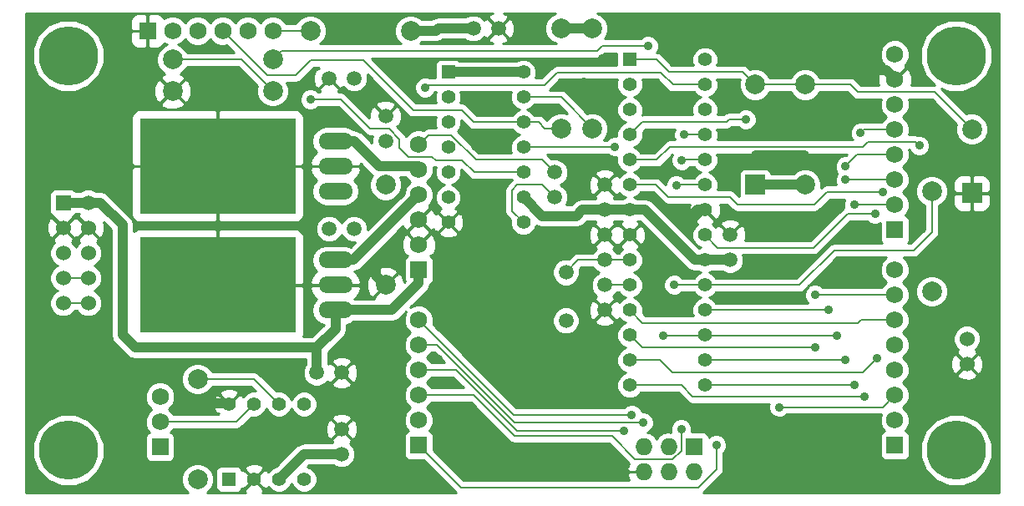
<source format=gbl>
%FSLAX36Y36*%
G04 Gerber Fmt 3.6, Leading zero omitted, Abs format (unit inch)*
G04 Created by KiCad (PCBNEW (2014-jul-16 BZR unknown)-product) date Mon 02 Feb 2015 12:29:57 PM PST*
%MOIN*%
G01*
G04 APERTURE LIST*
%ADD10C,0.003937*%
%ADD11C,0.059100*%
%ADD12C,0.078700*%
%ADD13R,0.078700X0.078700*%
%ADD14C,0.060000*%
%ADD15C,0.236220*%
%ADD16R,0.068000X0.068000*%
%ADD17C,0.068000*%
%ADD18R,0.060000X0.060000*%
%ADD19O,0.068000X0.068000*%
%ADD20R,0.055000X0.055000*%
%ADD21C,0.055000*%
%ADD22O,0.137800X0.066900*%
%ADD23R,0.620000X0.380000*%
%ADD24C,0.035000*%
%ADD25C,0.008000*%
%ADD26C,0.040000*%
%ADD27C,0.010000*%
G04 APERTURE END LIST*
D10*
D11*
X6275000Y-4750000D03*
X6275000Y-4650000D03*
X6775000Y-4950000D03*
X6775000Y-4850000D03*
X5225000Y-5725000D03*
X5225000Y-5625000D03*
X5750000Y-4025000D03*
X5850000Y-4025000D03*
X5125000Y-5400000D03*
X5225000Y-5400000D03*
X5175000Y-4825000D03*
X5275000Y-4825000D03*
X5400000Y-4475000D03*
X5400000Y-4375000D03*
X6075000Y-4700000D03*
X6075000Y-4600000D03*
X5275000Y-4225000D03*
X5175000Y-4225000D03*
X6275000Y-4950000D03*
X6275000Y-4850000D03*
X6275000Y-5050000D03*
X6275000Y-5150000D03*
D12*
X6875000Y-4250000D03*
D13*
X6875000Y-4650000D03*
D14*
X7720000Y-5265000D03*
X7720000Y-5365000D03*
D15*
X4133858Y-4133858D03*
X7677165Y-4133858D03*
X4133858Y-5708661D03*
X7677165Y-5708661D03*
D16*
X4500000Y-5695000D03*
D17*
X4500000Y-5595000D03*
X4500000Y-5495000D03*
D18*
X4113780Y-4721260D03*
D14*
X4213780Y-4721260D03*
X4113780Y-4821260D03*
X4213780Y-4821260D03*
X4113780Y-4921260D03*
X4213780Y-4921260D03*
X4113780Y-5021260D03*
X4213780Y-5021260D03*
X4113780Y-5121260D03*
X4213780Y-5121260D03*
D16*
X4450000Y-4035000D03*
D17*
X4550000Y-4035000D03*
X4650000Y-4035000D03*
X4750000Y-4035000D03*
X4850000Y-4035000D03*
X4950000Y-4035000D03*
D16*
X7433071Y-4828976D03*
D17*
X7433071Y-4728976D03*
X7433071Y-4628976D03*
X7433071Y-4528976D03*
X7433071Y-4428976D03*
X7433071Y-4328976D03*
X7433071Y-4228976D03*
X7433071Y-4128976D03*
D16*
X7433071Y-5688976D03*
D17*
X7433071Y-5588976D03*
X7433071Y-5488976D03*
X7433071Y-5388976D03*
X7433071Y-5288976D03*
X7433071Y-5188976D03*
X7433071Y-5088976D03*
X7433071Y-4988976D03*
D16*
X5533071Y-5688976D03*
D17*
X5533071Y-5588976D03*
X5533071Y-5488976D03*
X5533071Y-5388976D03*
X5533071Y-5288976D03*
X5533071Y-5188976D03*
D16*
X5533071Y-4988976D03*
D17*
X5533071Y-4888976D03*
X5533071Y-4788976D03*
X5533071Y-4688976D03*
X5533071Y-4588976D03*
X5533071Y-4488976D03*
D16*
X6631102Y-5694488D03*
D19*
X6631102Y-5794488D03*
X6531102Y-5694488D03*
X6531102Y-5794488D03*
X6431102Y-5694488D03*
X6431102Y-5794488D03*
D12*
X4550000Y-4150000D03*
X4950000Y-4150000D03*
X4550000Y-4275000D03*
X4950000Y-4275000D03*
X4650000Y-5425000D03*
X4650000Y-5825000D03*
X5100000Y-4035000D03*
X5500000Y-4035000D03*
X5400000Y-5050000D03*
X5400000Y-4650000D03*
X6100000Y-4425000D03*
X6100000Y-4025000D03*
X6225000Y-4425000D03*
X6225000Y-4025000D03*
X7075000Y-4250000D03*
X7075000Y-4650000D03*
X7580000Y-5075000D03*
X7580000Y-4675000D03*
D13*
X7740000Y-4683000D03*
D12*
X7740000Y-4427000D03*
D20*
X5650000Y-4200000D03*
D21*
X5650000Y-4300000D03*
X5650000Y-4400000D03*
X5650000Y-4500000D03*
X5650000Y-4600000D03*
X5650000Y-4700000D03*
X5650000Y-4800000D03*
X5950000Y-4800000D03*
X5950000Y-4700000D03*
X5950000Y-4600000D03*
X5950000Y-4500000D03*
X5950000Y-4400000D03*
X5950000Y-4300000D03*
X5950000Y-4200000D03*
D22*
X5200000Y-5050000D03*
X5200000Y-5150000D03*
X5200000Y-4950000D03*
D23*
X4730000Y-5050000D03*
D20*
X4775000Y-5825000D03*
D21*
X4875000Y-5825000D03*
X4975000Y-5825000D03*
X5075000Y-5825000D03*
X5075000Y-5525000D03*
X4975000Y-5525000D03*
X4875000Y-5525000D03*
X4775000Y-5525000D03*
D22*
X5200000Y-4575000D03*
X5200000Y-4675000D03*
X5200000Y-4475000D03*
D23*
X4730000Y-4575000D03*
D21*
X6375000Y-4250000D03*
X6375000Y-4350000D03*
X6375000Y-4450000D03*
X6375000Y-4550000D03*
X6375000Y-4650000D03*
X6375000Y-4750000D03*
X6375000Y-4850000D03*
X6375000Y-4950000D03*
X6375000Y-5050000D03*
X6375000Y-5150000D03*
X6375000Y-5250000D03*
X6375000Y-5350000D03*
X6375000Y-5450000D03*
D20*
X6375000Y-4150000D03*
D21*
X6675000Y-5450000D03*
X6675000Y-5350000D03*
X6675000Y-5250000D03*
X6675000Y-5150000D03*
X6675000Y-5050000D03*
X6675000Y-4950000D03*
X6675000Y-4850000D03*
X6675000Y-4750000D03*
X6675000Y-4650000D03*
X6675000Y-4550000D03*
X6675000Y-4450000D03*
X6675000Y-4350000D03*
X6675000Y-4250000D03*
X6675000Y-4150000D03*
D11*
X6120000Y-4998900D03*
X6120000Y-5191100D03*
D24*
X6972000Y-5537000D03*
X6838000Y-4389000D03*
X7530000Y-4493000D03*
X7384000Y-4679000D03*
X7114000Y-5299000D03*
X7114000Y-5089000D03*
X7362000Y-5343000D03*
X7312000Y-5495000D03*
X7270000Y-4729000D03*
X7270000Y-5449000D03*
X7236000Y-5349000D03*
X7236000Y-4629000D03*
X6508000Y-5253000D03*
X7236000Y-4575000D03*
X7202000Y-5253000D03*
X7168000Y-5149000D03*
X7296000Y-4441000D03*
X6552000Y-5049000D03*
X5640000Y-5445000D03*
X5611000Y-5345000D03*
X5638500Y-5577000D03*
X5319300Y-4680900D03*
X5354000Y-4750000D03*
X5360900Y-4957200D03*
X6596000Y-4799000D03*
X6938000Y-4805000D03*
X7048000Y-4803000D03*
X7046000Y-4961000D03*
X6900000Y-5097000D03*
X6920000Y-4979000D03*
X6878000Y-4533000D03*
X7222000Y-4193000D03*
X7076000Y-4451000D03*
X7072000Y-4535000D03*
X6484000Y-4601000D03*
X6546000Y-4077000D03*
X6496000Y-4341000D03*
X6482000Y-4469000D03*
X6060000Y-4341000D03*
X6330000Y-4033000D03*
X6266000Y-4145000D03*
X6190000Y-4237000D03*
X5398000Y-4043000D03*
X5400000Y-4165000D03*
X5888000Y-4445000D03*
X5824000Y-4321000D03*
X5762000Y-4495000D03*
X4700000Y-4109000D03*
X4510000Y-5815000D03*
X4634000Y-5521000D03*
X4640000Y-5677000D03*
X5100000Y-4309000D03*
X6448000Y-4095000D03*
X6316000Y-4497000D03*
X7354000Y-4765000D03*
X5558000Y-4261000D03*
X6580000Y-5625000D03*
X6350000Y-5633000D03*
X6592000Y-4449000D03*
X6582000Y-4551000D03*
X6428000Y-5599000D03*
X6560000Y-4651000D03*
X6382000Y-5567000D03*
X6720000Y-5689000D03*
D25*
X7385047Y-5537000D02*
X6972000Y-5537000D01*
X6838000Y-4389000D02*
X6770000Y-4389000D01*
X6770000Y-4389000D02*
X6760000Y-4399000D01*
X6760000Y-4399000D02*
X6426000Y-4399000D01*
X6426000Y-4399000D02*
X6375000Y-4450000D01*
X7433071Y-5488976D02*
X7385047Y-5537000D01*
X6483000Y-4550000D02*
X6534000Y-4499000D01*
X6534000Y-4499000D02*
X7304000Y-4499000D01*
X7304000Y-4499000D02*
X7324000Y-4479000D01*
X7324000Y-4479000D02*
X7516000Y-4479000D01*
X7516000Y-4479000D02*
X7530000Y-4493000D01*
X6375000Y-4550000D02*
X6483000Y-4550000D01*
X7384000Y-4679000D02*
X7162000Y-4679000D01*
X7162000Y-4679000D02*
X7112000Y-4729000D01*
X7112000Y-4729000D02*
X6804000Y-4729000D01*
X6804000Y-4729000D02*
X6774000Y-4699000D01*
X6774000Y-4699000D02*
X6528000Y-4699000D01*
X6528000Y-4699000D02*
X6479000Y-4650000D01*
X6479000Y-4650000D02*
X6375000Y-4650000D01*
X6426000Y-5201000D02*
X7286000Y-5201000D01*
X7286000Y-5201000D02*
X7298024Y-5188976D01*
X7298024Y-5188976D02*
X7433071Y-5188976D01*
X6375000Y-5150000D02*
X6426000Y-5201000D01*
X7433047Y-5089000D02*
X7433071Y-5088976D01*
X6424000Y-5299000D02*
X7114000Y-5299000D01*
X7114000Y-5089000D02*
X7433047Y-5089000D01*
X6375000Y-5250000D02*
X6424000Y-5299000D01*
X7362000Y-5343000D02*
X7306000Y-5399000D01*
X7306000Y-5399000D02*
X6544000Y-5399000D01*
X6544000Y-5399000D02*
X6495000Y-5350000D01*
X6495000Y-5350000D02*
X6375000Y-5350000D01*
X6581000Y-5450000D02*
X6626000Y-5495000D01*
X6626000Y-5495000D02*
X7312000Y-5495000D01*
X6375000Y-5450000D02*
X6581000Y-5450000D01*
X6676000Y-5449000D02*
X6675000Y-5450000D01*
X7270024Y-4728976D02*
X7270000Y-4729000D01*
X7270000Y-5449000D02*
X6676000Y-5449000D01*
X7433071Y-4728976D02*
X7270024Y-4728976D01*
X7433047Y-4629000D02*
X7433071Y-4628976D01*
X7235000Y-5350000D02*
X7236000Y-5349000D01*
X7236000Y-4629000D02*
X7433047Y-4629000D01*
X6675000Y-5350000D02*
X7235000Y-5350000D01*
X6672000Y-5253000D02*
X6675000Y-5250000D01*
X6508000Y-5253000D02*
X6672000Y-5253000D01*
X6678000Y-5253000D02*
X6675000Y-5250000D01*
X7282024Y-4528976D02*
X7236000Y-4575000D01*
X7202000Y-5253000D02*
X6678000Y-5253000D01*
X7433071Y-4528976D02*
X7282024Y-4528976D01*
X7167000Y-5150000D02*
X7168000Y-5149000D01*
X7296000Y-4441000D02*
X7308024Y-4428976D01*
X7308024Y-4428976D02*
X7433071Y-4428976D01*
X6675000Y-5150000D02*
X7167000Y-5150000D01*
X6552000Y-5049000D02*
X6553000Y-5050000D01*
X6553000Y-5050000D02*
X6675000Y-5050000D01*
X7051000Y-5050000D02*
X7190000Y-4911000D01*
X7190000Y-4911000D02*
X7508000Y-4911000D01*
X7508000Y-4911000D02*
X7580000Y-4839000D01*
X7580000Y-4839000D02*
X7580000Y-4675000D01*
X6675000Y-5050000D02*
X7051000Y-5050000D01*
D26*
X5400000Y-5050000D02*
X5360900Y-5010900D01*
X5354000Y-4715600D02*
X5319300Y-4680900D01*
X5354000Y-4750000D02*
X5354000Y-4715600D01*
X5360900Y-5010900D02*
X5360900Y-4957200D01*
X6675000Y-4750000D02*
X6645000Y-4750000D01*
X6645000Y-4750000D02*
X6596000Y-4799000D01*
X6938000Y-4805000D02*
X7046000Y-4805000D01*
X7046000Y-4805000D02*
X7048000Y-4803000D01*
X7070000Y-4533000D02*
X6878000Y-4533000D01*
X7397094Y-4193000D02*
X7222000Y-4193000D01*
X7433071Y-4228976D02*
X7397094Y-4193000D01*
X7072000Y-4535000D02*
X7070000Y-4533000D01*
X7106000Y-4077000D02*
X6546000Y-4077000D01*
X7222000Y-4193000D02*
X7106000Y-4077000D01*
X6502000Y-4033000D02*
X6330000Y-4033000D01*
X6546000Y-4077000D02*
X6502000Y-4033000D01*
X5812000Y-4445000D02*
X5888000Y-4445000D01*
X5762000Y-4495000D02*
X5812000Y-4445000D01*
X4775000Y-5525000D02*
X4771000Y-5521000D01*
D25*
X4510000Y-5807000D02*
X4510000Y-5815000D01*
D26*
X4771000Y-5521000D02*
X4634000Y-5521000D01*
D25*
X4640000Y-5677000D02*
X4510000Y-5807000D01*
X6375000Y-4950000D02*
X6275000Y-4950000D01*
X6168900Y-4950000D02*
X6120000Y-4998900D01*
X6275000Y-4950000D02*
X6168900Y-4950000D01*
X6875000Y-4250000D02*
X7075000Y-4250000D01*
X7255000Y-4250000D02*
X7285000Y-4280000D01*
X7285000Y-4280000D02*
X7593000Y-4280000D01*
X7593000Y-4280000D02*
X7740000Y-4427000D01*
X7075000Y-4250000D02*
X7255000Y-4250000D01*
X6481000Y-4150000D02*
X6375000Y-4150000D01*
X6531000Y-4200000D02*
X6481000Y-4150000D01*
X6825000Y-4200000D02*
X6531000Y-4200000D01*
X6875000Y-4250000D02*
X6825000Y-4200000D01*
X5761000Y-4550000D02*
X6025000Y-4550000D01*
X6025000Y-4550000D02*
X6075000Y-4600000D01*
X5571047Y-4451000D02*
X5662000Y-4451000D01*
X5662000Y-4451000D02*
X5761000Y-4550000D01*
X5533071Y-4488976D02*
X5571047Y-4451000D01*
X6036000Y-4425000D02*
X6011000Y-4400000D01*
X6011000Y-4400000D02*
X5950000Y-4400000D01*
X6100000Y-4425000D02*
X6036000Y-4425000D01*
X4928000Y-4213000D02*
X5042000Y-4213000D01*
X5042000Y-4213000D02*
X5102000Y-4153000D01*
X5102000Y-4153000D02*
X5312000Y-4153000D01*
X5312000Y-4153000D02*
X5510000Y-4351000D01*
X5510000Y-4351000D02*
X5704000Y-4351000D01*
X5704000Y-4351000D02*
X5753000Y-4400000D01*
X5753000Y-4400000D02*
X5950000Y-4400000D01*
X4750000Y-4035000D02*
X4928000Y-4213000D01*
X4950000Y-4275000D02*
X4825000Y-4150000D01*
X4825000Y-4150000D02*
X4550000Y-4150000D01*
X4950000Y-4275000D02*
X4950000Y-4275000D01*
X4950000Y-4035000D02*
X5100000Y-4035000D01*
X5755000Y-4600000D02*
X5706000Y-4551000D01*
X5706000Y-4551000D02*
X5600000Y-4551000D01*
X5600000Y-4551000D02*
X5586000Y-4537000D01*
X5586000Y-4537000D02*
X5492000Y-4537000D01*
X5492000Y-4537000D02*
X5456000Y-4501000D01*
X5456000Y-4501000D02*
X5456000Y-4467000D01*
X5456000Y-4467000D02*
X5414000Y-4425000D01*
X5414000Y-4425000D02*
X5338000Y-4425000D01*
X5338000Y-4425000D02*
X5222000Y-4309000D01*
X5222000Y-4309000D02*
X5100000Y-4309000D01*
X5950000Y-4600000D02*
X5755000Y-4600000D01*
X4950000Y-4150000D02*
X4984500Y-4115500D01*
X6243500Y-4115500D02*
X6264000Y-4095000D01*
X6264000Y-4095000D02*
X6448000Y-4095000D01*
X4984500Y-4115500D02*
X6243500Y-4115500D01*
X6313000Y-4500000D02*
X6316000Y-4497000D01*
X5950000Y-4500000D02*
X6313000Y-4500000D01*
X4805000Y-5595000D02*
X4500000Y-5595000D01*
X4875000Y-5525000D02*
X4805000Y-5595000D01*
X4213780Y-5021260D02*
X4113780Y-5021260D01*
X4213780Y-5121260D02*
X4113780Y-5121260D01*
D26*
X5272047Y-4950000D02*
X5533071Y-4688976D01*
X5200000Y-4950000D02*
X5272047Y-4950000D01*
X5600000Y-4035000D02*
X5610000Y-4025000D01*
X5610000Y-4025000D02*
X5750000Y-4025000D01*
X5500000Y-4035000D02*
X5600000Y-4035000D01*
X5950000Y-4200000D02*
X5650000Y-4200000D01*
X6100000Y-4025000D02*
X6225000Y-4025000D01*
X6025000Y-4775000D02*
X6160000Y-4775000D01*
X6160000Y-4775000D02*
X6185000Y-4750000D01*
X6185000Y-4750000D02*
X6275000Y-4750000D01*
X5950000Y-4700000D02*
X6025000Y-4775000D01*
X6275000Y-4750000D02*
X6375000Y-4750000D01*
X6435000Y-4750000D02*
X6635000Y-4950000D01*
X6635000Y-4950000D02*
X6675000Y-4950000D01*
X6375000Y-4750000D02*
X6435000Y-4750000D01*
X6675000Y-4950000D02*
X6775000Y-4950000D01*
X7075000Y-4650000D02*
X6875000Y-4650000D01*
X5075000Y-5725000D02*
X5225000Y-5725000D01*
X4975000Y-5825000D02*
X5075000Y-5725000D01*
X4213780Y-4721260D02*
X4261460Y-4721260D01*
X4261460Y-4721260D02*
X4350000Y-4809800D01*
X4113780Y-4721260D02*
X4213780Y-4721260D01*
X5533071Y-5041929D02*
X5533071Y-4988976D01*
X5425000Y-5150000D02*
X5533071Y-5041929D01*
X5200000Y-5150000D02*
X5425000Y-5150000D01*
X4350000Y-4809800D02*
X4350000Y-5250000D01*
X4400000Y-5300000D02*
X5125000Y-5300000D01*
X4350000Y-5250000D02*
X4400000Y-5300000D01*
X5125000Y-5300000D02*
X5200000Y-5225000D01*
X5200000Y-5225000D02*
X5200000Y-5150000D01*
X5125000Y-5400000D02*
X5125000Y-5300000D01*
X5519094Y-4575000D02*
X5533071Y-4588976D01*
X5275000Y-4475000D02*
X5375000Y-4575000D01*
X5375000Y-4575000D02*
X5519094Y-4575000D01*
X5200000Y-4475000D02*
X5275000Y-4475000D01*
D25*
X6375000Y-5050000D02*
X6275000Y-5050000D01*
X4875000Y-5425000D02*
X4975000Y-5525000D01*
X4650000Y-5425000D02*
X4875000Y-5425000D01*
X6726000Y-4901000D02*
X7108000Y-4901000D01*
X7108000Y-4901000D02*
X7244000Y-4765000D01*
X7244000Y-4765000D02*
X7354000Y-4765000D01*
X6675000Y-4850000D02*
X6726000Y-4901000D01*
X6547000Y-4250000D02*
X6498000Y-4201000D01*
X6498000Y-4201000D02*
X6084000Y-4201000D01*
X6084000Y-4201000D02*
X6034000Y-4251000D01*
X6034000Y-4251000D02*
X5568000Y-4251000D01*
X5568000Y-4251000D02*
X5558000Y-4261000D01*
X6675000Y-4250000D02*
X6547000Y-4250000D01*
X6546000Y-5745000D02*
X6580000Y-5711000D01*
X6580000Y-5711000D02*
X6580000Y-5625000D01*
X6396000Y-5745000D02*
X6304000Y-5653000D01*
X6304000Y-5653000D02*
X5916000Y-5653000D01*
X5916000Y-5653000D02*
X5751976Y-5488976D01*
X5751976Y-5488976D02*
X5533071Y-5488976D01*
X6546000Y-5745000D02*
X6396000Y-5745000D01*
X6593000Y-4450000D02*
X6675000Y-4450000D01*
X6592000Y-4449000D02*
X6593000Y-4450000D01*
X5679976Y-5388976D02*
X5924000Y-5633000D01*
X5924000Y-5633000D02*
X6350000Y-5633000D01*
X5533071Y-5388976D02*
X5679976Y-5388976D01*
X6583000Y-4550000D02*
X6675000Y-4550000D01*
X6582000Y-4551000D02*
X6583000Y-4550000D01*
X5605976Y-5288976D02*
X5916000Y-5599000D01*
X5916000Y-5599000D02*
X6428000Y-5599000D01*
X5533071Y-5288976D02*
X5605976Y-5288976D01*
X6560000Y-4651000D02*
X6561000Y-4650000D01*
X6561000Y-4650000D02*
X6675000Y-4650000D01*
X5911094Y-5567000D02*
X6382000Y-5567000D01*
X5533071Y-5188976D02*
X5911094Y-5567000D01*
X6100000Y-4300000D02*
X6225000Y-4425000D01*
X5950000Y-4300000D02*
X6100000Y-4300000D01*
X5701094Y-5857000D02*
X5533071Y-5688976D01*
X6648000Y-5857000D02*
X6720000Y-5785000D01*
X6720000Y-5785000D02*
X6720000Y-5689000D01*
X5701094Y-5857000D02*
X6648000Y-5857000D01*
X6024000Y-4649000D02*
X5926000Y-4649000D01*
X5926000Y-4649000D02*
X5904000Y-4671000D01*
X5904000Y-4671000D02*
X5904000Y-4754000D01*
X5904000Y-4754000D02*
X5950000Y-4800000D01*
X6075000Y-4700000D02*
X6024000Y-4649000D01*
D27*
G36*
X4794988Y-4121000D02*
X4607644Y-4121000D01*
X4604585Y-4113596D01*
X4586499Y-4095479D01*
X4572350Y-4089603D01*
X4583377Y-4085047D01*
X4599989Y-4068464D01*
X4600004Y-4068428D01*
X4616536Y-4084989D01*
X4638213Y-4093990D01*
X4661684Y-4094010D01*
X4683377Y-4085047D01*
X4699989Y-4068464D01*
X4700004Y-4068428D01*
X4716536Y-4084989D01*
X4738213Y-4093990D01*
X4761684Y-4094010D01*
X4766152Y-4092164D01*
X4794988Y-4121000D01*
X4794988Y-4121000D01*
G37*
X4794988Y-4121000D02*
X4607644Y-4121000D01*
X4604585Y-4113596D01*
X4586499Y-4095479D01*
X4572350Y-4089603D01*
X4583377Y-4085047D01*
X4599989Y-4068464D01*
X4600004Y-4068428D01*
X4616536Y-4084989D01*
X4638213Y-4093990D01*
X4661684Y-4094010D01*
X4683377Y-4085047D01*
X4699989Y-4068464D01*
X4700004Y-4068428D01*
X4716536Y-4084989D01*
X4738213Y-4093990D01*
X4761684Y-4094010D01*
X4766152Y-4092164D01*
X4794988Y-4121000D01*
G36*
X5635964Y-5359976D02*
X5584926Y-5359976D01*
X5583118Y-5355599D01*
X5566535Y-5338988D01*
X5566499Y-5338973D01*
X5583059Y-5322441D01*
X5584913Y-5317976D01*
X5593964Y-5317976D01*
X5635964Y-5359976D01*
X5635964Y-5359976D01*
G37*
X5635964Y-5359976D02*
X5584926Y-5359976D01*
X5583118Y-5355599D01*
X5566535Y-5338988D01*
X5566499Y-5338973D01*
X5583059Y-5322441D01*
X5584913Y-5317976D01*
X5593964Y-5317976D01*
X5635964Y-5359976D01*
G36*
X5709964Y-5459976D02*
X5584926Y-5459976D01*
X5583118Y-5455599D01*
X5566535Y-5438988D01*
X5566499Y-5438973D01*
X5583059Y-5422441D01*
X5584913Y-5417976D01*
X5667964Y-5417976D01*
X5709964Y-5459976D01*
X5709964Y-5459976D01*
G37*
X5709964Y-5459976D02*
X5584926Y-5459976D01*
X5583118Y-5455599D01*
X5566535Y-5438988D01*
X5566499Y-5438973D01*
X5583059Y-5422441D01*
X5584913Y-5417976D01*
X5667964Y-5417976D01*
X5709964Y-5459976D01*
G36*
X5933521Y-4350004D02*
X5920300Y-4355467D01*
X5905519Y-4370222D01*
X5905196Y-4371000D01*
X5765012Y-4371000D01*
X5724506Y-4330494D01*
X5715098Y-4324207D01*
X5704000Y-4322000D01*
X5697711Y-4322000D01*
X5702491Y-4310489D01*
X5702509Y-4289603D01*
X5698541Y-4280000D01*
X5901459Y-4280000D01*
X5897509Y-4289511D01*
X5897491Y-4310397D01*
X5905467Y-4329700D01*
X5920222Y-4344481D01*
X5933521Y-4350004D01*
X5933521Y-4350004D01*
G37*
X5933521Y-4350004D02*
X5920300Y-4355467D01*
X5905519Y-4370222D01*
X5905196Y-4371000D01*
X5765012Y-4371000D01*
X5724506Y-4330494D01*
X5715098Y-4324207D01*
X5704000Y-4322000D01*
X5697711Y-4322000D01*
X5702491Y-4310489D01*
X5702509Y-4289603D01*
X5698541Y-4280000D01*
X5901459Y-4280000D01*
X5897509Y-4289511D01*
X5897491Y-4310397D01*
X5905467Y-4329700D01*
X5920222Y-4344481D01*
X5933521Y-4350004D01*
G36*
X5933521Y-4450004D02*
X5920300Y-4455467D01*
X5905519Y-4470222D01*
X5897509Y-4489511D01*
X5897491Y-4510397D01*
X5901872Y-4521000D01*
X5773012Y-4521000D01*
X5688130Y-4436118D01*
X5694481Y-4429778D01*
X5702491Y-4410489D01*
X5702508Y-4390520D01*
X5732494Y-4420506D01*
X5741902Y-4426793D01*
X5753000Y-4429000D01*
X5905177Y-4429000D01*
X5905467Y-4429700D01*
X5920222Y-4444481D01*
X5933521Y-4450004D01*
X5933521Y-4450004D01*
G37*
X5933521Y-4450004D02*
X5920300Y-4455467D01*
X5905519Y-4470222D01*
X5897509Y-4489511D01*
X5897491Y-4510397D01*
X5901872Y-4521000D01*
X5773012Y-4521000D01*
X5688130Y-4436118D01*
X5694481Y-4429778D01*
X5702491Y-4410489D01*
X5702508Y-4390520D01*
X5732494Y-4420506D01*
X5741902Y-4426793D01*
X5753000Y-4429000D01*
X5905177Y-4429000D01*
X5905467Y-4429700D01*
X5920222Y-4444481D01*
X5933521Y-4450004D01*
G36*
X6124472Y-4365485D02*
X6112856Y-4360661D01*
X6087256Y-4360639D01*
X6063596Y-4370415D01*
X6045479Y-4388501D01*
X6044022Y-4392009D01*
X6031506Y-4379494D01*
X6022098Y-4373207D01*
X6011000Y-4371000D01*
X5994823Y-4371000D01*
X5994533Y-4370300D01*
X5979778Y-4355519D01*
X5966478Y-4349996D01*
X5979700Y-4344533D01*
X5994481Y-4329778D01*
X5994804Y-4329000D01*
X6087988Y-4329000D01*
X6124472Y-4365485D01*
X6124472Y-4365485D01*
G37*
X6124472Y-4365485D02*
X6112856Y-4360661D01*
X6087256Y-4360639D01*
X6063596Y-4370415D01*
X6045479Y-4388501D01*
X6044022Y-4392009D01*
X6031506Y-4379494D01*
X6022098Y-4373207D01*
X6011000Y-4371000D01*
X5994823Y-4371000D01*
X5994533Y-4370300D01*
X5979778Y-4355519D01*
X5966478Y-4349996D01*
X5979700Y-4344533D01*
X5994481Y-4329778D01*
X5994804Y-4329000D01*
X6087988Y-4329000D01*
X6124472Y-4365485D01*
G36*
X6322500Y-4172000D02*
X6084000Y-4172000D01*
X6072902Y-4174207D01*
X6063494Y-4180494D01*
X6021988Y-4222000D01*
X5997711Y-4222000D01*
X6002491Y-4210489D01*
X6002509Y-4189603D01*
X5994533Y-4170300D01*
X5979778Y-4155519D01*
X5960489Y-4147509D01*
X5939603Y-4147491D01*
X5921429Y-4155000D01*
X5695355Y-4155000D01*
X5691661Y-4151306D01*
X5682473Y-4147500D01*
X5672527Y-4147500D01*
X5617527Y-4147500D01*
X5608339Y-4151306D01*
X5601306Y-4158339D01*
X5597500Y-4167527D01*
X5597500Y-4177473D01*
X5597500Y-4222000D01*
X5574902Y-4222000D01*
X5566491Y-4218507D01*
X5549583Y-4218493D01*
X5533957Y-4224949D01*
X5521991Y-4236894D01*
X5515507Y-4252509D01*
X5515493Y-4269417D01*
X5521949Y-4285043D01*
X5533894Y-4297009D01*
X5549509Y-4303493D01*
X5566417Y-4303507D01*
X5582043Y-4297051D01*
X5594009Y-4285106D01*
X5596129Y-4280000D01*
X5601459Y-4280000D01*
X5597509Y-4289511D01*
X5597491Y-4310397D01*
X5602285Y-4322000D01*
X5522012Y-4322000D01*
X5344512Y-4144500D01*
X6243500Y-4144500D01*
X6254598Y-4142293D01*
X6264006Y-4136006D01*
X6276012Y-4124000D01*
X6322500Y-4124000D01*
X6322500Y-4127473D01*
X6322500Y-4172000D01*
X6322500Y-4172000D01*
G37*
X6322500Y-4172000D02*
X6084000Y-4172000D01*
X6072902Y-4174207D01*
X6063494Y-4180494D01*
X6021988Y-4222000D01*
X5997711Y-4222000D01*
X6002491Y-4210489D01*
X6002509Y-4189603D01*
X5994533Y-4170300D01*
X5979778Y-4155519D01*
X5960489Y-4147509D01*
X5939603Y-4147491D01*
X5921429Y-4155000D01*
X5695355Y-4155000D01*
X5691661Y-4151306D01*
X5682473Y-4147500D01*
X5672527Y-4147500D01*
X5617527Y-4147500D01*
X5608339Y-4151306D01*
X5601306Y-4158339D01*
X5597500Y-4167527D01*
X5597500Y-4177473D01*
X5597500Y-4222000D01*
X5574902Y-4222000D01*
X5566491Y-4218507D01*
X5549583Y-4218493D01*
X5533957Y-4224949D01*
X5521991Y-4236894D01*
X5515507Y-4252509D01*
X5515493Y-4269417D01*
X5521949Y-4285043D01*
X5533894Y-4297009D01*
X5549509Y-4303493D01*
X5566417Y-4303507D01*
X5582043Y-4297051D01*
X5594009Y-4285106D01*
X5596129Y-4280000D01*
X5601459Y-4280000D01*
X5597509Y-4289511D01*
X5597491Y-4310397D01*
X5602285Y-4322000D01*
X5522012Y-4322000D01*
X5344512Y-4144500D01*
X6243500Y-4144500D01*
X6254598Y-4142293D01*
X6264006Y-4136006D01*
X6276012Y-4124000D01*
X6322500Y-4124000D01*
X6322500Y-4127473D01*
X6322500Y-4172000D01*
G36*
X6358521Y-4400004D02*
X6345300Y-4405467D01*
X6330519Y-4420222D01*
X6322509Y-4439511D01*
X6322496Y-4454506D01*
X6307583Y-4454493D01*
X6291957Y-4460949D01*
X6281889Y-4471000D01*
X6270004Y-4471000D01*
X6279521Y-4461499D01*
X6289339Y-4437856D01*
X6289361Y-4412256D01*
X6279585Y-4388596D01*
X6261499Y-4370479D01*
X6237856Y-4360661D01*
X6212256Y-4360639D01*
X6204752Y-4363740D01*
X6120506Y-4279494D01*
X6111098Y-4273207D01*
X6100000Y-4271000D01*
X6055012Y-4271000D01*
X6096012Y-4230000D01*
X6326459Y-4230000D01*
X6322509Y-4239511D01*
X6322491Y-4260397D01*
X6330467Y-4279700D01*
X6345222Y-4294481D01*
X6358521Y-4300004D01*
X6345300Y-4305467D01*
X6330519Y-4320222D01*
X6322509Y-4339511D01*
X6322491Y-4360397D01*
X6330467Y-4379700D01*
X6345222Y-4394481D01*
X6358521Y-4400004D01*
X6358521Y-4400004D01*
G37*
X6358521Y-4400004D02*
X6345300Y-4405467D01*
X6330519Y-4420222D01*
X6322509Y-4439511D01*
X6322496Y-4454506D01*
X6307583Y-4454493D01*
X6291957Y-4460949D01*
X6281889Y-4471000D01*
X6270004Y-4471000D01*
X6279521Y-4461499D01*
X6289339Y-4437856D01*
X6289361Y-4412256D01*
X6279585Y-4388596D01*
X6261499Y-4370479D01*
X6237856Y-4360661D01*
X6212256Y-4360639D01*
X6204752Y-4363740D01*
X6120506Y-4279494D01*
X6111098Y-4273207D01*
X6100000Y-4271000D01*
X6055012Y-4271000D01*
X6096012Y-4230000D01*
X6326459Y-4230000D01*
X6322509Y-4239511D01*
X6322491Y-4260397D01*
X6330467Y-4279700D01*
X6345222Y-4294481D01*
X6358521Y-4300004D01*
X6345300Y-4305467D01*
X6330519Y-4320222D01*
X6322509Y-4339511D01*
X6322491Y-4360397D01*
X6330467Y-4379700D01*
X6345222Y-4394481D01*
X6358521Y-4400004D01*
G36*
X6358521Y-4700004D02*
X6346429Y-4705000D01*
X6311116Y-4705000D01*
X6312871Y-4703827D01*
X6314637Y-4691052D01*
X6275000Y-4651414D01*
X6273586Y-4652828D01*
X6273586Y-4650000D01*
X6233948Y-4610363D01*
X6221173Y-4612129D01*
X6210778Y-4635610D01*
X6210160Y-4661282D01*
X6219413Y-4685237D01*
X6221173Y-4687871D01*
X6233948Y-4689637D01*
X6273586Y-4650000D01*
X6273586Y-4652828D01*
X6235363Y-4691052D01*
X6237129Y-4703827D01*
X6239779Y-4705000D01*
X6185000Y-4705000D01*
X6167779Y-4708425D01*
X6153180Y-4718180D01*
X6141360Y-4730000D01*
X6121609Y-4730000D01*
X6129541Y-4710898D01*
X6129559Y-4689197D01*
X6121272Y-4669140D01*
X6105940Y-4653782D01*
X6096835Y-4650001D01*
X6105860Y-4646272D01*
X6121218Y-4630940D01*
X6129541Y-4610898D01*
X6129559Y-4589197D01*
X6121272Y-4569140D01*
X6105940Y-4553782D01*
X6085898Y-4545459D01*
X6064197Y-4545441D01*
X6062255Y-4546243D01*
X6045506Y-4529494D01*
X6044767Y-4529000D01*
X6287892Y-4529000D01*
X6291894Y-4533009D01*
X6307509Y-4539493D01*
X6322511Y-4539506D01*
X6322509Y-4539511D01*
X6322491Y-4560397D01*
X6330467Y-4579700D01*
X6345222Y-4594481D01*
X6358521Y-4600004D01*
X6345300Y-4605467D01*
X6332090Y-4618654D01*
X6330587Y-4614763D01*
X6328827Y-4612129D01*
X6316052Y-4610363D01*
X6314637Y-4611777D01*
X6314637Y-4608948D01*
X6312871Y-4596173D01*
X6289390Y-4585778D01*
X6263718Y-4585160D01*
X6239763Y-4594413D01*
X6237129Y-4596173D01*
X6235363Y-4608948D01*
X6275000Y-4648586D01*
X6314637Y-4608948D01*
X6314637Y-4611777D01*
X6276414Y-4650000D01*
X6316052Y-4689637D01*
X6328827Y-4687871D01*
X6331837Y-4681072D01*
X6345222Y-4694481D01*
X6358521Y-4700004D01*
X6358521Y-4700004D01*
G37*
X6358521Y-4700004D02*
X6346429Y-4705000D01*
X6311116Y-4705000D01*
X6312871Y-4703827D01*
X6314637Y-4691052D01*
X6275000Y-4651414D01*
X6273586Y-4652828D01*
X6273586Y-4650000D01*
X6233948Y-4610363D01*
X6221173Y-4612129D01*
X6210778Y-4635610D01*
X6210160Y-4661282D01*
X6219413Y-4685237D01*
X6221173Y-4687871D01*
X6233948Y-4689637D01*
X6273586Y-4650000D01*
X6273586Y-4652828D01*
X6235363Y-4691052D01*
X6237129Y-4703827D01*
X6239779Y-4705000D01*
X6185000Y-4705000D01*
X6167779Y-4708425D01*
X6153180Y-4718180D01*
X6141360Y-4730000D01*
X6121609Y-4730000D01*
X6129541Y-4710898D01*
X6129559Y-4689197D01*
X6121272Y-4669140D01*
X6105940Y-4653782D01*
X6096835Y-4650001D01*
X6105860Y-4646272D01*
X6121218Y-4630940D01*
X6129541Y-4610898D01*
X6129559Y-4589197D01*
X6121272Y-4569140D01*
X6105940Y-4553782D01*
X6085898Y-4545459D01*
X6064197Y-4545441D01*
X6062255Y-4546243D01*
X6045506Y-4529494D01*
X6044767Y-4529000D01*
X6287892Y-4529000D01*
X6291894Y-4533009D01*
X6307509Y-4539493D01*
X6322511Y-4539506D01*
X6322509Y-4539511D01*
X6322491Y-4560397D01*
X6330467Y-4579700D01*
X6345222Y-4594481D01*
X6358521Y-4600004D01*
X6345300Y-4605467D01*
X6332090Y-4618654D01*
X6330587Y-4614763D01*
X6328827Y-4612129D01*
X6316052Y-4610363D01*
X6314637Y-4611777D01*
X6314637Y-4608948D01*
X6312871Y-4596173D01*
X6289390Y-4585778D01*
X6263718Y-4585160D01*
X6239763Y-4594413D01*
X6237129Y-4596173D01*
X6235363Y-4608948D01*
X6275000Y-4648586D01*
X6314637Y-4608948D01*
X6314637Y-4611777D01*
X6276414Y-4650000D01*
X6316052Y-4689637D01*
X6328827Y-4687871D01*
X6331837Y-4681072D01*
X6345222Y-4694481D01*
X6358521Y-4700004D01*
G36*
X6432889Y-5795488D02*
X6432102Y-5795488D01*
X6432102Y-5796276D01*
X6430102Y-5796276D01*
X6430102Y-5795488D01*
X6370860Y-5795488D01*
X6363115Y-5806269D01*
X6363782Y-5809622D01*
X6371933Y-5828000D01*
X5713107Y-5828000D01*
X5592071Y-5706964D01*
X5592071Y-5650004D01*
X5588265Y-5640815D01*
X5581232Y-5633782D01*
X5574494Y-5630991D01*
X5583059Y-5622441D01*
X5592061Y-5600764D01*
X5592081Y-5577292D01*
X5583118Y-5555599D01*
X5566535Y-5538988D01*
X5566499Y-5538973D01*
X5583059Y-5522441D01*
X5584913Y-5517976D01*
X5739964Y-5517976D01*
X5895494Y-5673506D01*
X5904902Y-5679793D01*
X5904902Y-5679793D01*
X5906743Y-5680159D01*
X5916000Y-5682000D01*
X5916000Y-5682000D01*
X5916000Y-5682000D01*
X6291988Y-5682000D01*
X6371636Y-5761648D01*
X6363782Y-5779355D01*
X6363115Y-5782708D01*
X6370860Y-5793488D01*
X6430102Y-5793488D01*
X6430102Y-5792701D01*
X6432102Y-5792701D01*
X6432102Y-5793488D01*
X6432889Y-5793488D01*
X6432889Y-5795488D01*
X6432889Y-5795488D01*
G37*
X6432889Y-5795488D02*
X6432102Y-5795488D01*
X6432102Y-5796276D01*
X6430102Y-5796276D01*
X6430102Y-5795488D01*
X6370860Y-5795488D01*
X6363115Y-5806269D01*
X6363782Y-5809622D01*
X6371933Y-5828000D01*
X5713107Y-5828000D01*
X5592071Y-5706964D01*
X5592071Y-5650004D01*
X5588265Y-5640815D01*
X5581232Y-5633782D01*
X5574494Y-5630991D01*
X5583059Y-5622441D01*
X5592061Y-5600764D01*
X5592081Y-5577292D01*
X5583118Y-5555599D01*
X5566535Y-5538988D01*
X5566499Y-5538973D01*
X5583059Y-5522441D01*
X5584913Y-5517976D01*
X5739964Y-5517976D01*
X5895494Y-5673506D01*
X5904902Y-5679793D01*
X5904902Y-5679793D01*
X5906743Y-5680159D01*
X5916000Y-5682000D01*
X5916000Y-5682000D01*
X5916000Y-5682000D01*
X6291988Y-5682000D01*
X6371636Y-5761648D01*
X6363782Y-5779355D01*
X6363115Y-5782708D01*
X6370860Y-5793488D01*
X6430102Y-5793488D01*
X6430102Y-5792701D01*
X6432102Y-5792701D01*
X6432102Y-5793488D01*
X6432889Y-5793488D01*
X6432889Y-5795488D01*
G36*
X6554702Y-4428000D02*
X6549507Y-4440509D01*
X6549493Y-4457417D01*
X6554692Y-4470000D01*
X6534000Y-4470000D01*
X6522902Y-4472207D01*
X6513494Y-4478494D01*
X6470988Y-4521000D01*
X6419823Y-4521000D01*
X6419533Y-4520300D01*
X6404778Y-4505519D01*
X6391478Y-4499996D01*
X6404700Y-4494533D01*
X6419481Y-4479778D01*
X6427491Y-4460489D01*
X6427509Y-4439603D01*
X6427188Y-4438825D01*
X6438012Y-4428000D01*
X6554702Y-4428000D01*
X6554702Y-4428000D01*
G37*
X6554702Y-4428000D02*
X6549507Y-4440509D01*
X6549493Y-4457417D01*
X6554692Y-4470000D01*
X6534000Y-4470000D01*
X6522902Y-4472207D01*
X6513494Y-4478494D01*
X6470988Y-4521000D01*
X6419823Y-4521000D01*
X6419533Y-4520300D01*
X6404778Y-4505519D01*
X6391478Y-4499996D01*
X6404700Y-4494533D01*
X6419481Y-4479778D01*
X6427491Y-4460489D01*
X6427509Y-4439603D01*
X6427188Y-4438825D01*
X6438012Y-4428000D01*
X6554702Y-4428000D01*
G36*
X6658521Y-4300004D02*
X6645300Y-4305467D01*
X6630519Y-4320222D01*
X6622509Y-4339511D01*
X6622491Y-4360397D01*
X6626459Y-4370000D01*
X6426000Y-4370000D01*
X6423320Y-4370533D01*
X6427491Y-4360489D01*
X6427509Y-4339603D01*
X6419533Y-4320300D01*
X6404778Y-4305519D01*
X6391478Y-4299996D01*
X6404700Y-4294533D01*
X6419481Y-4279778D01*
X6427491Y-4260489D01*
X6427509Y-4239603D01*
X6423541Y-4230000D01*
X6485988Y-4230000D01*
X6526494Y-4270506D01*
X6535902Y-4276793D01*
X6547000Y-4279000D01*
X6630177Y-4279000D01*
X6630467Y-4279700D01*
X6645222Y-4294481D01*
X6658521Y-4300004D01*
X6658521Y-4300004D01*
G37*
X6658521Y-4300004D02*
X6645300Y-4305467D01*
X6630519Y-4320222D01*
X6622509Y-4339511D01*
X6622491Y-4360397D01*
X6626459Y-4370000D01*
X6426000Y-4370000D01*
X6423320Y-4370533D01*
X6427491Y-4360489D01*
X6427509Y-4339603D01*
X6419533Y-4320300D01*
X6404778Y-4305519D01*
X6391478Y-4299996D01*
X6404700Y-4294533D01*
X6419481Y-4279778D01*
X6427491Y-4260489D01*
X6427509Y-4239603D01*
X6423541Y-4230000D01*
X6485988Y-4230000D01*
X6526494Y-4270506D01*
X6535902Y-4276793D01*
X6547000Y-4279000D01*
X6630177Y-4279000D01*
X6630467Y-4279700D01*
X6645222Y-4294481D01*
X6658521Y-4300004D01*
G36*
X6658521Y-4600004D02*
X6645300Y-4605467D01*
X6630519Y-4620222D01*
X6630196Y-4621000D01*
X6590104Y-4621000D01*
X6584106Y-4614991D01*
X6568491Y-4608507D01*
X6551583Y-4608493D01*
X6535957Y-4614949D01*
X6523991Y-4626894D01*
X6517507Y-4642509D01*
X6517503Y-4647491D01*
X6499506Y-4629494D01*
X6490098Y-4623207D01*
X6479000Y-4621000D01*
X6419823Y-4621000D01*
X6419533Y-4620300D01*
X6404778Y-4605519D01*
X6391478Y-4599996D01*
X6404700Y-4594533D01*
X6419481Y-4579778D01*
X6419804Y-4579000D01*
X6483000Y-4579000D01*
X6494098Y-4576793D01*
X6503506Y-4570506D01*
X6545191Y-4528821D01*
X6539507Y-4542509D01*
X6539493Y-4559417D01*
X6545949Y-4575043D01*
X6557894Y-4587009D01*
X6573509Y-4593493D01*
X6590417Y-4593507D01*
X6606043Y-4587051D01*
X6614108Y-4579000D01*
X6630177Y-4579000D01*
X6630467Y-4579700D01*
X6645222Y-4594481D01*
X6658521Y-4600004D01*
X6658521Y-4600004D01*
G37*
X6658521Y-4600004D02*
X6645300Y-4605467D01*
X6630519Y-4620222D01*
X6630196Y-4621000D01*
X6590104Y-4621000D01*
X6584106Y-4614991D01*
X6568491Y-4608507D01*
X6551583Y-4608493D01*
X6535957Y-4614949D01*
X6523991Y-4626894D01*
X6517507Y-4642509D01*
X6517503Y-4647491D01*
X6499506Y-4629494D01*
X6490098Y-4623207D01*
X6479000Y-4621000D01*
X6419823Y-4621000D01*
X6419533Y-4620300D01*
X6404778Y-4605519D01*
X6391478Y-4599996D01*
X6404700Y-4594533D01*
X6419481Y-4579778D01*
X6419804Y-4579000D01*
X6483000Y-4579000D01*
X6494098Y-4576793D01*
X6503506Y-4570506D01*
X6545191Y-4528821D01*
X6539507Y-4542509D01*
X6539493Y-4559417D01*
X6545949Y-4575043D01*
X6557894Y-4587009D01*
X6573509Y-4593493D01*
X6590417Y-4593507D01*
X6606043Y-4587051D01*
X6614108Y-4579000D01*
X6630177Y-4579000D01*
X6630467Y-4579700D01*
X6645222Y-4594481D01*
X6658521Y-4600004D01*
G36*
X7232702Y-4708000D02*
X7227507Y-4720509D01*
X7227493Y-4737417D01*
X7228919Y-4740869D01*
X7223494Y-4744494D01*
X7095988Y-4872000D01*
X6835853Y-4872000D01*
X6839222Y-4864390D01*
X6839840Y-4838718D01*
X6830587Y-4814763D01*
X6828827Y-4812129D01*
X6816052Y-4810363D01*
X6814637Y-4811777D01*
X6814637Y-4808948D01*
X6812871Y-4796173D01*
X6789390Y-4785778D01*
X6763718Y-4785160D01*
X6739763Y-4794413D01*
X6737129Y-4796173D01*
X6735363Y-4808948D01*
X6775000Y-4848586D01*
X6814637Y-4808948D01*
X6814637Y-4811777D01*
X6776414Y-4850000D01*
X6776971Y-4850557D01*
X6775557Y-4851971D01*
X6775000Y-4851414D01*
X6774443Y-4851971D01*
X6773029Y-4850557D01*
X6773586Y-4850000D01*
X6733948Y-4810363D01*
X6721173Y-4812129D01*
X6718163Y-4818928D01*
X6704778Y-4805519D01*
X6704747Y-4805506D01*
X6709145Y-4803805D01*
X6711643Y-4802136D01*
X6713159Y-4789573D01*
X6675000Y-4751414D01*
X6636841Y-4789573D01*
X6638357Y-4802136D01*
X6645606Y-4805340D01*
X6645300Y-4805467D01*
X6630519Y-4820222D01*
X6622509Y-4839511D01*
X6622491Y-4860397D01*
X6630467Y-4879700D01*
X6645222Y-4894481D01*
X6658521Y-4900004D01*
X6651531Y-4902892D01*
X6466820Y-4718180D01*
X6452221Y-4708425D01*
X6435000Y-4705000D01*
X6403529Y-4705000D01*
X6391478Y-4699996D01*
X6404700Y-4694533D01*
X6419481Y-4679778D01*
X6419804Y-4679000D01*
X6466988Y-4679000D01*
X6507494Y-4719506D01*
X6516902Y-4725793D01*
X6528000Y-4728000D01*
X6616391Y-4728000D01*
X6612810Y-4736098D01*
X6612224Y-4760955D01*
X6621195Y-4784145D01*
X6622864Y-4786643D01*
X6635427Y-4788159D01*
X6673586Y-4750000D01*
X6673029Y-4749443D01*
X6674443Y-4748029D01*
X6675000Y-4748586D01*
X6675557Y-4748029D01*
X6676971Y-4749443D01*
X6676414Y-4750000D01*
X6714573Y-4788159D01*
X6727136Y-4786643D01*
X6737190Y-4763902D01*
X6737776Y-4739045D01*
X6733503Y-4728000D01*
X6761988Y-4728000D01*
X6783494Y-4749506D01*
X6792902Y-4755793D01*
X6792902Y-4755793D01*
X6804000Y-4758000D01*
X7112000Y-4758000D01*
X7123098Y-4755793D01*
X7132506Y-4749506D01*
X7174012Y-4708000D01*
X7232702Y-4708000D01*
X7232702Y-4708000D01*
G37*
X7232702Y-4708000D02*
X7227507Y-4720509D01*
X7227493Y-4737417D01*
X7228919Y-4740869D01*
X7223494Y-4744494D01*
X7095988Y-4872000D01*
X6835853Y-4872000D01*
X6839222Y-4864390D01*
X6839840Y-4838718D01*
X6830587Y-4814763D01*
X6828827Y-4812129D01*
X6816052Y-4810363D01*
X6814637Y-4811777D01*
X6814637Y-4808948D01*
X6812871Y-4796173D01*
X6789390Y-4785778D01*
X6763718Y-4785160D01*
X6739763Y-4794413D01*
X6737129Y-4796173D01*
X6735363Y-4808948D01*
X6775000Y-4848586D01*
X6814637Y-4808948D01*
X6814637Y-4811777D01*
X6776414Y-4850000D01*
X6776971Y-4850557D01*
X6775557Y-4851971D01*
X6775000Y-4851414D01*
X6774443Y-4851971D01*
X6773029Y-4850557D01*
X6773586Y-4850000D01*
X6733948Y-4810363D01*
X6721173Y-4812129D01*
X6718163Y-4818928D01*
X6704778Y-4805519D01*
X6704747Y-4805506D01*
X6709145Y-4803805D01*
X6711643Y-4802136D01*
X6713159Y-4789573D01*
X6675000Y-4751414D01*
X6636841Y-4789573D01*
X6638357Y-4802136D01*
X6645606Y-4805340D01*
X6645300Y-4805467D01*
X6630519Y-4820222D01*
X6622509Y-4839511D01*
X6622491Y-4860397D01*
X6630467Y-4879700D01*
X6645222Y-4894481D01*
X6658521Y-4900004D01*
X6651531Y-4902892D01*
X6466820Y-4718180D01*
X6452221Y-4708425D01*
X6435000Y-4705000D01*
X6403529Y-4705000D01*
X6391478Y-4699996D01*
X6404700Y-4694533D01*
X6419481Y-4679778D01*
X6419804Y-4679000D01*
X6466988Y-4679000D01*
X6507494Y-4719506D01*
X6516902Y-4725793D01*
X6528000Y-4728000D01*
X6616391Y-4728000D01*
X6612810Y-4736098D01*
X6612224Y-4760955D01*
X6621195Y-4784145D01*
X6622864Y-4786643D01*
X6635427Y-4788159D01*
X6673586Y-4750000D01*
X6673029Y-4749443D01*
X6674443Y-4748029D01*
X6675000Y-4748586D01*
X6675557Y-4748029D01*
X6676971Y-4749443D01*
X6676414Y-4750000D01*
X6714573Y-4788159D01*
X6727136Y-4786643D01*
X6737190Y-4763902D01*
X6737776Y-4739045D01*
X6733503Y-4728000D01*
X6761988Y-4728000D01*
X6783494Y-4749506D01*
X6792902Y-4755793D01*
X6792902Y-4755793D01*
X6804000Y-4758000D01*
X7112000Y-4758000D01*
X7123098Y-4755793D01*
X7132506Y-4749506D01*
X7174012Y-4708000D01*
X7232702Y-4708000D01*
G36*
X7241988Y-4528000D02*
X7237486Y-4532501D01*
X7227583Y-4532493D01*
X7211957Y-4538949D01*
X7199991Y-4550894D01*
X7193507Y-4566509D01*
X7193493Y-4583417D01*
X7199949Y-4599043D01*
X7202896Y-4601995D01*
X7199991Y-4604894D01*
X7193507Y-4620509D01*
X7193493Y-4637417D01*
X7198692Y-4650000D01*
X7162000Y-4650000D01*
X7150902Y-4652207D01*
X7141494Y-4658494D01*
X7139341Y-4660647D01*
X7139361Y-4637256D01*
X7129585Y-4613596D01*
X7111499Y-4595479D01*
X7087856Y-4585661D01*
X7062256Y-4585639D01*
X7038596Y-4595415D01*
X7028994Y-4605000D01*
X6939069Y-4605000D01*
X6935544Y-4596489D01*
X6928511Y-4589456D01*
X6919323Y-4585650D01*
X6909377Y-4585650D01*
X6830677Y-4585650D01*
X6821489Y-4589456D01*
X6814456Y-4596489D01*
X6810650Y-4605677D01*
X6810650Y-4615623D01*
X6810650Y-4694323D01*
X6810873Y-4694861D01*
X6794506Y-4678494D01*
X6785098Y-4672207D01*
X6774000Y-4670000D01*
X6723541Y-4670000D01*
X6727491Y-4660489D01*
X6727509Y-4639603D01*
X6719533Y-4620300D01*
X6704778Y-4605519D01*
X6691478Y-4599996D01*
X6704700Y-4594533D01*
X6719481Y-4579778D01*
X6727491Y-4560489D01*
X6727509Y-4539603D01*
X6722715Y-4528000D01*
X7241988Y-4528000D01*
X7241988Y-4528000D01*
G37*
X7241988Y-4528000D02*
X7237486Y-4532501D01*
X7227583Y-4532493D01*
X7211957Y-4538949D01*
X7199991Y-4550894D01*
X7193507Y-4566509D01*
X7193493Y-4583417D01*
X7199949Y-4599043D01*
X7202896Y-4601995D01*
X7199991Y-4604894D01*
X7193507Y-4620509D01*
X7193493Y-4637417D01*
X7198692Y-4650000D01*
X7162000Y-4650000D01*
X7150902Y-4652207D01*
X7141494Y-4658494D01*
X7139341Y-4660647D01*
X7139361Y-4637256D01*
X7129585Y-4613596D01*
X7111499Y-4595479D01*
X7087856Y-4585661D01*
X7062256Y-4585639D01*
X7038596Y-4595415D01*
X7028994Y-4605000D01*
X6939069Y-4605000D01*
X6935544Y-4596489D01*
X6928511Y-4589456D01*
X6919323Y-4585650D01*
X6909377Y-4585650D01*
X6830677Y-4585650D01*
X6821489Y-4589456D01*
X6814456Y-4596489D01*
X6810650Y-4605677D01*
X6810650Y-4615623D01*
X6810650Y-4694323D01*
X6810873Y-4694861D01*
X6794506Y-4678494D01*
X6785098Y-4672207D01*
X6774000Y-4670000D01*
X6723541Y-4670000D01*
X6727491Y-4660489D01*
X6727509Y-4639603D01*
X6719533Y-4620300D01*
X6704778Y-4605519D01*
X6691478Y-4599996D01*
X6704700Y-4594533D01*
X6719481Y-4579778D01*
X6727491Y-4560489D01*
X6727509Y-4539603D01*
X6722715Y-4528000D01*
X7241988Y-4528000D01*
G36*
X7382739Y-4882000D02*
X7190000Y-4882000D01*
X7178902Y-4884207D01*
X7169494Y-4890494D01*
X7038988Y-5021000D01*
X6719823Y-5021000D01*
X6719533Y-5020300D01*
X6704778Y-5005519D01*
X6691478Y-4999996D01*
X6703571Y-4995000D01*
X6742843Y-4995000D01*
X6744060Y-4996218D01*
X6764102Y-5004541D01*
X6785803Y-5004559D01*
X6805860Y-4996272D01*
X6821218Y-4980940D01*
X6829541Y-4960898D01*
X6829559Y-4939197D01*
X6825759Y-4930000D01*
X7108000Y-4930000D01*
X7119098Y-4927793D01*
X7128506Y-4921506D01*
X7256012Y-4794000D01*
X7322898Y-4794000D01*
X7329894Y-4801009D01*
X7345509Y-4807493D01*
X7362417Y-4807507D01*
X7374071Y-4802692D01*
X7374071Y-4867949D01*
X7377877Y-4877138D01*
X7382739Y-4882000D01*
X7382739Y-4882000D01*
G37*
X7382739Y-4882000D02*
X7190000Y-4882000D01*
X7178902Y-4884207D01*
X7169494Y-4890494D01*
X7038988Y-5021000D01*
X6719823Y-5021000D01*
X6719533Y-5020300D01*
X6704778Y-5005519D01*
X6691478Y-4999996D01*
X6703571Y-4995000D01*
X6742843Y-4995000D01*
X6744060Y-4996218D01*
X6764102Y-5004541D01*
X6785803Y-5004559D01*
X6805860Y-4996272D01*
X6821218Y-4980940D01*
X6829541Y-4960898D01*
X6829559Y-4939197D01*
X6825759Y-4930000D01*
X7108000Y-4930000D01*
X7119098Y-4927793D01*
X7128506Y-4921506D01*
X7256012Y-4794000D01*
X7322898Y-4794000D01*
X7329894Y-4801009D01*
X7345509Y-4807493D01*
X7362417Y-4807507D01*
X7374071Y-4802692D01*
X7374071Y-4867949D01*
X7377877Y-4877138D01*
X7382739Y-4882000D01*
G36*
X7399643Y-4378980D02*
X7383082Y-4395512D01*
X7381228Y-4399976D01*
X7308029Y-4399976D01*
X7304491Y-4398507D01*
X7287583Y-4398493D01*
X7271957Y-4404949D01*
X7259991Y-4416894D01*
X7253507Y-4432509D01*
X7253493Y-4449417D01*
X7259949Y-4465043D01*
X7264898Y-4470000D01*
X6723541Y-4470000D01*
X6727491Y-4460489D01*
X6727509Y-4439603D01*
X6722715Y-4428000D01*
X6760000Y-4428000D01*
X6771098Y-4425793D01*
X6780506Y-4419506D01*
X6782012Y-4418000D01*
X6806898Y-4418000D01*
X6813894Y-4425009D01*
X6829509Y-4431493D01*
X6846417Y-4431507D01*
X6862043Y-4425051D01*
X6874009Y-4413106D01*
X6880493Y-4397491D01*
X6880507Y-4380583D01*
X6874051Y-4364957D01*
X6862106Y-4352991D01*
X6846491Y-4346507D01*
X6829583Y-4346493D01*
X6813957Y-4352949D01*
X6806894Y-4360000D01*
X6770000Y-4360000D01*
X6758902Y-4362207D01*
X6749494Y-4368494D01*
X6747988Y-4370000D01*
X6723541Y-4370000D01*
X6727491Y-4360489D01*
X6727509Y-4339603D01*
X6719533Y-4320300D01*
X6704778Y-4305519D01*
X6691478Y-4299996D01*
X6704700Y-4294533D01*
X6719481Y-4279778D01*
X6727491Y-4260489D01*
X6727509Y-4239603D01*
X6723128Y-4229000D01*
X6812988Y-4229000D01*
X6813733Y-4229745D01*
X6810661Y-4237144D01*
X6810639Y-4262744D01*
X6820415Y-4286404D01*
X6838501Y-4304521D01*
X6862144Y-4314339D01*
X6887744Y-4314361D01*
X6911404Y-4304585D01*
X6929521Y-4286499D01*
X6932635Y-4279000D01*
X7017356Y-4279000D01*
X7020415Y-4286404D01*
X7038501Y-4304521D01*
X7062144Y-4314339D01*
X7087744Y-4314361D01*
X7111404Y-4304585D01*
X7129521Y-4286499D01*
X7132635Y-4279000D01*
X7242988Y-4279000D01*
X7264494Y-4300506D01*
X7273902Y-4306793D01*
X7273902Y-4306793D01*
X7285000Y-4309000D01*
X7377482Y-4309000D01*
X7374081Y-4317189D01*
X7374061Y-4340661D01*
X7383024Y-4362354D01*
X7399606Y-4378965D01*
X7399643Y-4378980D01*
X7399643Y-4378980D01*
G37*
X7399643Y-4378980D02*
X7383082Y-4395512D01*
X7381228Y-4399976D01*
X7308029Y-4399976D01*
X7304491Y-4398507D01*
X7287583Y-4398493D01*
X7271957Y-4404949D01*
X7259991Y-4416894D01*
X7253507Y-4432509D01*
X7253493Y-4449417D01*
X7259949Y-4465043D01*
X7264898Y-4470000D01*
X6723541Y-4470000D01*
X6727491Y-4460489D01*
X6727509Y-4439603D01*
X6722715Y-4428000D01*
X6760000Y-4428000D01*
X6771098Y-4425793D01*
X6780506Y-4419506D01*
X6782012Y-4418000D01*
X6806898Y-4418000D01*
X6813894Y-4425009D01*
X6829509Y-4431493D01*
X6846417Y-4431507D01*
X6862043Y-4425051D01*
X6874009Y-4413106D01*
X6880493Y-4397491D01*
X6880507Y-4380583D01*
X6874051Y-4364957D01*
X6862106Y-4352991D01*
X6846491Y-4346507D01*
X6829583Y-4346493D01*
X6813957Y-4352949D01*
X6806894Y-4360000D01*
X6770000Y-4360000D01*
X6758902Y-4362207D01*
X6749494Y-4368494D01*
X6747988Y-4370000D01*
X6723541Y-4370000D01*
X6727491Y-4360489D01*
X6727509Y-4339603D01*
X6719533Y-4320300D01*
X6704778Y-4305519D01*
X6691478Y-4299996D01*
X6704700Y-4294533D01*
X6719481Y-4279778D01*
X6727491Y-4260489D01*
X6727509Y-4239603D01*
X6723128Y-4229000D01*
X6812988Y-4229000D01*
X6813733Y-4229745D01*
X6810661Y-4237144D01*
X6810639Y-4262744D01*
X6820415Y-4286404D01*
X6838501Y-4304521D01*
X6862144Y-4314339D01*
X6887744Y-4314361D01*
X6911404Y-4304585D01*
X6929521Y-4286499D01*
X6932635Y-4279000D01*
X7017356Y-4279000D01*
X7020415Y-4286404D01*
X7038501Y-4304521D01*
X7062144Y-4314339D01*
X7087744Y-4314361D01*
X7111404Y-4304585D01*
X7129521Y-4286499D01*
X7132635Y-4279000D01*
X7242988Y-4279000D01*
X7264494Y-4300506D01*
X7273902Y-4306793D01*
X7273902Y-4306793D01*
X7285000Y-4309000D01*
X7377482Y-4309000D01*
X7374081Y-4317189D01*
X7374061Y-4340661D01*
X7383024Y-4362354D01*
X7399606Y-4378965D01*
X7399643Y-4378980D01*
G36*
X7399643Y-5038980D02*
X7383082Y-5055512D01*
X7381219Y-5060000D01*
X7145102Y-5060000D01*
X7138106Y-5052991D01*
X7122491Y-5046507D01*
X7105583Y-5046493D01*
X7089957Y-5052949D01*
X7077991Y-5064894D01*
X7071507Y-5080509D01*
X7071493Y-5097417D01*
X7077949Y-5113043D01*
X7085892Y-5121000D01*
X6719823Y-5121000D01*
X6719533Y-5120300D01*
X6704778Y-5105519D01*
X6691478Y-5099996D01*
X6704700Y-5094533D01*
X6719481Y-5079778D01*
X6719804Y-5079000D01*
X7051000Y-5079000D01*
X7062098Y-5076793D01*
X7071506Y-5070506D01*
X7202012Y-4940000D01*
X7398621Y-4940000D01*
X7383082Y-4955512D01*
X7374081Y-4977189D01*
X7374061Y-5000661D01*
X7383024Y-5022354D01*
X7399606Y-5038965D01*
X7399643Y-5038980D01*
X7399643Y-5038980D01*
G37*
X7399643Y-5038980D02*
X7383082Y-5055512D01*
X7381219Y-5060000D01*
X7145102Y-5060000D01*
X7138106Y-5052991D01*
X7122491Y-5046507D01*
X7105583Y-5046493D01*
X7089957Y-5052949D01*
X7077991Y-5064894D01*
X7071507Y-5080509D01*
X7071493Y-5097417D01*
X7077949Y-5113043D01*
X7085892Y-5121000D01*
X6719823Y-5121000D01*
X6719533Y-5120300D01*
X6704778Y-5105519D01*
X6691478Y-5099996D01*
X6704700Y-5094533D01*
X6719481Y-5079778D01*
X6719804Y-5079000D01*
X7051000Y-5079000D01*
X7062098Y-5076793D01*
X7071506Y-5070506D01*
X7202012Y-4940000D01*
X7398621Y-4940000D01*
X7383082Y-4955512D01*
X7374081Y-4977189D01*
X7374061Y-5000661D01*
X7383024Y-5022354D01*
X7399606Y-5038965D01*
X7399643Y-5038980D01*
G36*
X7847047Y-5878543D02*
X7820300Y-5878543D01*
X7820300Y-5680320D01*
X7814350Y-5665919D01*
X7814350Y-4729312D01*
X7814350Y-4692750D01*
X7814350Y-4673250D01*
X7814350Y-4636688D01*
X7809022Y-4623824D01*
X7799176Y-4613978D01*
X7786312Y-4608650D01*
X7772388Y-4608650D01*
X7749750Y-4608650D01*
X7741000Y-4617400D01*
X7741000Y-4682000D01*
X7805600Y-4682000D01*
X7814350Y-4673250D01*
X7814350Y-4692750D01*
X7805600Y-4684000D01*
X7741000Y-4684000D01*
X7741000Y-4748600D01*
X7749750Y-4757350D01*
X7772388Y-4757350D01*
X7786312Y-4757350D01*
X7799176Y-4752022D01*
X7809022Y-4742176D01*
X7814350Y-4729312D01*
X7814350Y-5665919D01*
X7798559Y-5627702D01*
X7785294Y-5614413D01*
X7785294Y-5353646D01*
X7775978Y-5329524D01*
X7775010Y-5328073D01*
X7775010Y-5254108D01*
X7766654Y-5233886D01*
X7751196Y-5218400D01*
X7739000Y-5213336D01*
X7739000Y-4748600D01*
X7739000Y-4684000D01*
X7739000Y-4682000D01*
X7739000Y-4617400D01*
X7730250Y-4608650D01*
X7707612Y-4608650D01*
X7693688Y-4608650D01*
X7680824Y-4613978D01*
X7670978Y-4623824D01*
X7665650Y-4636688D01*
X7665650Y-4673250D01*
X7674400Y-4682000D01*
X7739000Y-4682000D01*
X7739000Y-4684000D01*
X7674400Y-4684000D01*
X7665650Y-4692750D01*
X7665650Y-4729312D01*
X7670978Y-4742176D01*
X7680824Y-4752022D01*
X7693688Y-4757350D01*
X7707612Y-4757350D01*
X7730250Y-4757350D01*
X7739000Y-4748600D01*
X7739000Y-5213336D01*
X7730988Y-5210010D01*
X7709108Y-5209990D01*
X7688886Y-5218346D01*
X7673400Y-5233804D01*
X7665010Y-5254012D01*
X7664990Y-5275892D01*
X7673346Y-5296114D01*
X7685756Y-5308546D01*
X7684524Y-5309022D01*
X7681859Y-5310802D01*
X7680038Y-5323624D01*
X7720000Y-5363586D01*
X7759962Y-5323624D01*
X7758141Y-5310802D01*
X7753865Y-5308908D01*
X7766600Y-5296196D01*
X7774990Y-5275988D01*
X7775010Y-5254108D01*
X7775010Y-5328073D01*
X7774198Y-5326859D01*
X7761376Y-5325038D01*
X7721414Y-5365000D01*
X7761376Y-5404962D01*
X7774198Y-5403141D01*
X7784668Y-5379497D01*
X7785294Y-5353646D01*
X7785294Y-5614413D01*
X7759962Y-5589037D01*
X7759962Y-5406376D01*
X7720000Y-5366414D01*
X7718586Y-5367828D01*
X7718586Y-5365000D01*
X7678624Y-5325038D01*
X7665802Y-5326859D01*
X7655332Y-5350503D01*
X7654706Y-5376354D01*
X7664022Y-5400476D01*
X7665802Y-5403141D01*
X7678624Y-5404962D01*
X7718586Y-5365000D01*
X7718586Y-5367828D01*
X7680038Y-5406376D01*
X7681859Y-5419198D01*
X7705503Y-5429668D01*
X7731354Y-5430294D01*
X7755476Y-5420978D01*
X7758141Y-5419198D01*
X7759962Y-5406376D01*
X7759962Y-5589037D01*
X7758337Y-5587409D01*
X7705757Y-5565576D01*
X7648824Y-5565526D01*
X7644361Y-5567370D01*
X7644361Y-5062256D01*
X7634585Y-5038596D01*
X7616499Y-5020479D01*
X7592856Y-5010661D01*
X7567256Y-5010639D01*
X7543596Y-5020415D01*
X7525479Y-5038501D01*
X7515661Y-5062144D01*
X7515639Y-5087744D01*
X7525415Y-5111404D01*
X7543501Y-5129521D01*
X7567144Y-5139339D01*
X7592744Y-5139361D01*
X7616404Y-5129585D01*
X7634521Y-5111499D01*
X7644339Y-5087856D01*
X7644361Y-5062256D01*
X7644361Y-5567370D01*
X7596206Y-5587268D01*
X7555913Y-5627490D01*
X7534080Y-5680070D01*
X7534030Y-5737003D01*
X7555772Y-5789621D01*
X7595994Y-5829914D01*
X7648574Y-5851747D01*
X7705507Y-5851796D01*
X7758125Y-5830055D01*
X7798418Y-5789833D01*
X7820251Y-5737253D01*
X7820300Y-5680320D01*
X7820300Y-5878543D01*
X6666954Y-5878543D01*
X6668506Y-5877506D01*
X6740506Y-5805506D01*
X6746793Y-5796098D01*
X6746793Y-5796098D01*
X6749000Y-5785000D01*
X6749000Y-5720102D01*
X6756009Y-5713106D01*
X6762493Y-5697491D01*
X6762507Y-5680583D01*
X6756051Y-5664957D01*
X6744106Y-5652991D01*
X6728491Y-5646507D01*
X6711583Y-5646493D01*
X6695957Y-5652949D01*
X6690102Y-5658794D01*
X6690102Y-5655516D01*
X6686296Y-5646327D01*
X6679263Y-5639294D01*
X6670075Y-5635488D01*
X6660129Y-5635488D01*
X6621663Y-5635488D01*
X6622493Y-5633491D01*
X6622507Y-5616583D01*
X6616051Y-5600957D01*
X6604106Y-5588991D01*
X6588491Y-5582507D01*
X6571583Y-5582493D01*
X6555957Y-5588949D01*
X6543991Y-5600894D01*
X6537507Y-5616509D01*
X6537493Y-5633417D01*
X6538894Y-5636808D01*
X6532258Y-5635488D01*
X6529946Y-5635488D01*
X6507368Y-5639979D01*
X6488227Y-5652769D01*
X6481102Y-5663432D01*
X6473977Y-5652769D01*
X6454836Y-5639979D01*
X6444898Y-5638003D01*
X6452043Y-5635051D01*
X6464009Y-5623106D01*
X6470493Y-5607491D01*
X6470507Y-5590583D01*
X6464051Y-5574957D01*
X6452106Y-5562991D01*
X6436491Y-5556507D01*
X6423645Y-5556496D01*
X6418051Y-5542957D01*
X6406106Y-5530991D01*
X6390491Y-5524507D01*
X6373583Y-5524493D01*
X6357957Y-5530949D01*
X6350894Y-5538000D01*
X6314637Y-5538000D01*
X6314637Y-5191052D01*
X6275000Y-5151414D01*
X6273586Y-5152828D01*
X6273586Y-5150000D01*
X6233948Y-5110363D01*
X6221173Y-5112129D01*
X6210778Y-5135610D01*
X6210160Y-5161282D01*
X6219413Y-5185237D01*
X6221173Y-5187871D01*
X6233948Y-5189637D01*
X6273586Y-5150000D01*
X6273586Y-5152828D01*
X6235363Y-5191052D01*
X6237129Y-5203827D01*
X6260610Y-5214222D01*
X6286282Y-5214840D01*
X6310237Y-5205587D01*
X6312871Y-5203827D01*
X6314637Y-5191052D01*
X6314637Y-5538000D01*
X6174559Y-5538000D01*
X6174559Y-5180297D01*
X6166272Y-5160240D01*
X6150940Y-5144882D01*
X6130898Y-5136559D01*
X6109197Y-5136541D01*
X6089140Y-5144828D01*
X6073782Y-5160160D01*
X6065459Y-5180202D01*
X6065441Y-5201903D01*
X6073728Y-5221960D01*
X6089060Y-5237318D01*
X6109102Y-5245641D01*
X6130803Y-5245659D01*
X6150860Y-5237372D01*
X6166218Y-5222040D01*
X6174541Y-5201998D01*
X6174559Y-5180297D01*
X6174559Y-5538000D01*
X5923107Y-5538000D01*
X5712776Y-5327669D01*
X5712776Y-4789045D01*
X5703805Y-4765855D01*
X5702136Y-4763357D01*
X5689573Y-4761841D01*
X5651414Y-4800000D01*
X5689573Y-4838159D01*
X5702136Y-4836643D01*
X5712190Y-4813902D01*
X5712776Y-4789045D01*
X5712776Y-5327669D01*
X5688159Y-5303053D01*
X5688159Y-4839573D01*
X5650000Y-4801414D01*
X5648586Y-4802828D01*
X5648586Y-4800000D01*
X5610427Y-4761841D01*
X5597864Y-4763357D01*
X5597480Y-4764228D01*
X5592527Y-4751369D01*
X5590569Y-4748438D01*
X5577331Y-4746130D01*
X5534485Y-4788976D01*
X5577331Y-4831823D01*
X5590569Y-4829515D01*
X5592618Y-4824898D01*
X5596195Y-4834145D01*
X5597864Y-4836643D01*
X5610427Y-4838159D01*
X5648586Y-4800000D01*
X5648586Y-4802828D01*
X5611841Y-4839573D01*
X5613357Y-4852136D01*
X5636098Y-4862190D01*
X5660955Y-4862776D01*
X5684145Y-4853805D01*
X5686643Y-4852136D01*
X5688159Y-4839573D01*
X5688159Y-5303053D01*
X5602393Y-5217286D01*
X5590244Y-5205138D01*
X5592061Y-5200764D01*
X5592081Y-5177292D01*
X5583118Y-5155599D01*
X5566535Y-5138988D01*
X5544858Y-5129987D01*
X5521387Y-5129966D01*
X5499722Y-5138918D01*
X5564891Y-5073749D01*
X5574645Y-5059150D01*
X5577301Y-5045799D01*
X5581232Y-5044170D01*
X5588265Y-5037138D01*
X5592071Y-5027949D01*
X5592071Y-5018004D01*
X5592071Y-4950004D01*
X5588265Y-4940815D01*
X5581232Y-4933782D01*
X5577919Y-4932410D01*
X5577331Y-4931823D01*
X5590569Y-4929515D01*
X5601705Y-4904426D01*
X5602393Y-4876984D01*
X5592527Y-4851369D01*
X5590569Y-4848438D01*
X5577331Y-4846130D01*
X5575917Y-4847544D01*
X5575917Y-4844716D01*
X5574916Y-4838976D01*
X5575917Y-4833237D01*
X5533071Y-4790391D01*
X5490225Y-4833237D01*
X5491225Y-4838976D01*
X5490225Y-4844716D01*
X5533071Y-4887562D01*
X5575917Y-4844716D01*
X5575917Y-4847544D01*
X5534485Y-4888976D01*
X5535042Y-4889533D01*
X5533628Y-4890947D01*
X5533071Y-4890391D01*
X5532514Y-4890947D01*
X5531657Y-4890090D01*
X5531100Y-4889533D01*
X5531657Y-4888976D01*
X5488810Y-4846130D01*
X5475573Y-4848438D01*
X5464436Y-4873527D01*
X5463749Y-4900968D01*
X5473615Y-4926584D01*
X5475573Y-4929515D01*
X5488810Y-4931823D01*
X5488223Y-4932410D01*
X5484910Y-4933782D01*
X5477877Y-4940815D01*
X5474071Y-4950004D01*
X5474071Y-4959949D01*
X5474071Y-5027949D01*
X5476807Y-5034554D01*
X5474570Y-5036790D01*
X5464108Y-5009542D01*
X5461911Y-5006255D01*
X5448118Y-5003296D01*
X5446704Y-5004710D01*
X5446704Y-5001882D01*
X5443745Y-4988089D01*
X5416723Y-4976061D01*
X5387155Y-4975290D01*
X5359542Y-4985892D01*
X5356255Y-4988089D01*
X5353296Y-5001882D01*
X5400000Y-5048586D01*
X5446704Y-5001882D01*
X5446704Y-5004710D01*
X5401414Y-5050000D01*
X5401971Y-5050557D01*
X5400557Y-5051971D01*
X5400000Y-5051414D01*
X5398586Y-5052828D01*
X5398586Y-5050000D01*
X5351882Y-5003296D01*
X5338089Y-5006255D01*
X5326061Y-5033277D01*
X5325290Y-5062845D01*
X5335892Y-5090458D01*
X5338089Y-5093745D01*
X5351882Y-5096704D01*
X5398586Y-5050000D01*
X5398586Y-5052828D01*
X5353296Y-5098118D01*
X5354772Y-5105000D01*
X5273963Y-5105000D01*
X5284559Y-5097694D01*
X5299072Y-5075271D01*
X5302894Y-5061694D01*
X5295142Y-5051000D01*
X5201000Y-5051000D01*
X5201000Y-5051787D01*
X5199000Y-5051787D01*
X5199000Y-5051000D01*
X5104858Y-5051000D01*
X5097106Y-5061694D01*
X5100928Y-5075271D01*
X5115441Y-5097694D01*
X5126448Y-5105283D01*
X5121380Y-5108670D01*
X5108710Y-5127632D01*
X5104260Y-5150000D01*
X5108710Y-5172368D01*
X5121380Y-5191330D01*
X5140343Y-5204001D01*
X5154536Y-5206824D01*
X5106360Y-5255000D01*
X5071671Y-5255000D01*
X5075000Y-5246962D01*
X5075000Y-5233038D01*
X5075000Y-5059750D01*
X5075000Y-5040250D01*
X5075000Y-4866962D01*
X5075000Y-4853038D01*
X5075000Y-4771962D01*
X5075000Y-4758038D01*
X5075000Y-4584750D01*
X5075000Y-4565250D01*
X5075000Y-4391962D01*
X5075000Y-4378038D01*
X5069672Y-4365174D01*
X5059826Y-4355328D01*
X5046962Y-4350000D01*
X4739750Y-4350000D01*
X4731000Y-4358750D01*
X4731000Y-4574000D01*
X5066250Y-4574000D01*
X5075000Y-4565250D01*
X5075000Y-4584750D01*
X5066250Y-4576000D01*
X4731000Y-4576000D01*
X4731000Y-4791250D01*
X4739750Y-4800000D01*
X5046962Y-4800000D01*
X5059826Y-4794672D01*
X5069672Y-4784826D01*
X5075000Y-4771962D01*
X5075000Y-4853038D01*
X5069672Y-4840174D01*
X5059826Y-4830328D01*
X5046962Y-4825000D01*
X4739750Y-4825000D01*
X4731000Y-4833750D01*
X4731000Y-5049000D01*
X5066250Y-5049000D01*
X5075000Y-5040250D01*
X5075000Y-5059750D01*
X5066250Y-5051000D01*
X4731000Y-5051000D01*
X4731000Y-5051787D01*
X4729000Y-5051787D01*
X4729000Y-5051000D01*
X4728213Y-5051000D01*
X4728213Y-5049000D01*
X4729000Y-5049000D01*
X4729000Y-4833750D01*
X4729000Y-4791250D01*
X4729000Y-4576000D01*
X4729000Y-4574000D01*
X4729000Y-4358750D01*
X4720250Y-4350000D01*
X4624710Y-4350000D01*
X4624710Y-4262155D01*
X4614108Y-4234542D01*
X4611911Y-4231255D01*
X4598118Y-4228296D01*
X4551414Y-4275000D01*
X4598118Y-4321704D01*
X4611911Y-4318745D01*
X4623939Y-4291723D01*
X4624710Y-4262155D01*
X4624710Y-4350000D01*
X4596704Y-4350000D01*
X4596704Y-4323118D01*
X4550000Y-4276414D01*
X4548586Y-4277828D01*
X4548586Y-4275000D01*
X4501882Y-4228296D01*
X4488089Y-4231255D01*
X4476061Y-4258277D01*
X4475290Y-4287845D01*
X4485892Y-4315458D01*
X4488089Y-4318745D01*
X4501882Y-4321704D01*
X4548586Y-4275000D01*
X4548586Y-4277828D01*
X4503296Y-4323118D01*
X4506255Y-4336911D01*
X4533277Y-4348939D01*
X4562845Y-4349710D01*
X4590458Y-4339108D01*
X4593745Y-4336911D01*
X4596704Y-4323118D01*
X4596704Y-4350000D01*
X4449000Y-4350000D01*
X4449000Y-4095250D01*
X4449000Y-4036000D01*
X4449000Y-4034000D01*
X4449000Y-3974750D01*
X4440250Y-3966000D01*
X4409038Y-3966000D01*
X4396174Y-3971328D01*
X4386328Y-3981174D01*
X4381000Y-3994038D01*
X4381000Y-4007962D01*
X4381000Y-4025250D01*
X4389750Y-4034000D01*
X4449000Y-4034000D01*
X4449000Y-4036000D01*
X4389750Y-4036000D01*
X4381000Y-4044750D01*
X4381000Y-4062038D01*
X4381000Y-4075962D01*
X4386328Y-4088826D01*
X4396174Y-4098672D01*
X4409038Y-4104000D01*
X4440250Y-4104000D01*
X4449000Y-4095250D01*
X4449000Y-4350000D01*
X4413038Y-4350000D01*
X4400174Y-4355328D01*
X4390328Y-4365174D01*
X4385000Y-4378038D01*
X4385000Y-4391962D01*
X4385000Y-4565250D01*
X4393750Y-4574000D01*
X4729000Y-4574000D01*
X4729000Y-4576000D01*
X4393750Y-4576000D01*
X4385000Y-4584750D01*
X4385000Y-4758038D01*
X4385000Y-4771962D01*
X4390328Y-4784826D01*
X4400174Y-4794672D01*
X4413038Y-4800000D01*
X4720250Y-4800000D01*
X4729000Y-4791250D01*
X4729000Y-4833750D01*
X4720250Y-4825000D01*
X4413038Y-4825000D01*
X4400174Y-4830328D01*
X4395000Y-4835503D01*
X4395000Y-4809800D01*
X4391575Y-4792579D01*
X4381820Y-4777980D01*
X4293280Y-4689440D01*
X4278681Y-4679685D01*
X4276993Y-4679350D01*
X4276993Y-4105517D01*
X4255252Y-4052899D01*
X4215030Y-4012606D01*
X4162450Y-3990773D01*
X4105517Y-3990723D01*
X4052899Y-4012465D01*
X4012606Y-4052687D01*
X3990773Y-4105267D01*
X3990723Y-4162200D01*
X4012465Y-4214818D01*
X4052687Y-4255110D01*
X4105267Y-4276944D01*
X4162200Y-4276993D01*
X4214818Y-4255252D01*
X4255110Y-4215030D01*
X4276944Y-4162450D01*
X4276993Y-4105517D01*
X4276993Y-4679350D01*
X4261460Y-4676260D01*
X4246572Y-4676260D01*
X4244975Y-4674660D01*
X4224768Y-4666269D01*
X4202887Y-4666250D01*
X4182665Y-4674606D01*
X4181008Y-4676260D01*
X4164135Y-4676260D01*
X4157941Y-4670066D01*
X4148752Y-4666260D01*
X4138807Y-4666260D01*
X4078807Y-4666260D01*
X4069618Y-4670066D01*
X4062586Y-4677098D01*
X4058780Y-4686287D01*
X4058780Y-4696233D01*
X4058780Y-4756233D01*
X4062586Y-4765421D01*
X4069618Y-4772454D01*
X4074581Y-4774509D01*
X4073818Y-4779884D01*
X4113780Y-4819846D01*
X4153741Y-4779884D01*
X4152978Y-4774509D01*
X4157941Y-4772454D01*
X4164135Y-4766260D01*
X4176839Y-4766260D01*
X4175638Y-4767062D01*
X4173818Y-4779884D01*
X4213780Y-4819846D01*
X4214336Y-4819289D01*
X4215751Y-4820703D01*
X4215194Y-4821260D01*
X4255156Y-4861222D01*
X4267978Y-4859401D01*
X4278448Y-4835757D01*
X4279073Y-4809906D01*
X4274422Y-4797862D01*
X4305000Y-4828440D01*
X4305000Y-5250000D01*
X4308425Y-5267221D01*
X4318180Y-5281820D01*
X4368180Y-5331820D01*
X4382779Y-5341575D01*
X4400000Y-5345000D01*
X5080000Y-5345000D01*
X5080000Y-5367843D01*
X5078782Y-5369060D01*
X5070459Y-5389102D01*
X5070441Y-5410803D01*
X5078728Y-5430860D01*
X5094060Y-5446218D01*
X5114102Y-5454541D01*
X5135803Y-5454559D01*
X5155860Y-5446272D01*
X5168718Y-5433437D01*
X5169413Y-5435237D01*
X5171173Y-5437871D01*
X5183948Y-5439637D01*
X5223586Y-5400000D01*
X5183948Y-5360363D01*
X5171173Y-5362129D01*
X5170000Y-5364779D01*
X5170000Y-5318640D01*
X5231820Y-5256820D01*
X5241575Y-5242221D01*
X5245000Y-5225000D01*
X5245000Y-5206916D01*
X5259657Y-5204001D01*
X5273128Y-5195000D01*
X5425000Y-5195000D01*
X5442221Y-5191575D01*
X5456820Y-5181820D01*
X5483050Y-5155590D01*
X5474081Y-5177189D01*
X5474061Y-5200661D01*
X5483024Y-5222354D01*
X5499606Y-5238965D01*
X5499643Y-5238980D01*
X5483082Y-5255512D01*
X5474081Y-5277189D01*
X5474061Y-5300661D01*
X5483024Y-5322354D01*
X5499606Y-5338965D01*
X5499643Y-5338980D01*
X5483082Y-5355512D01*
X5474081Y-5377189D01*
X5474061Y-5400661D01*
X5483024Y-5422354D01*
X5499606Y-5438965D01*
X5499643Y-5438980D01*
X5483082Y-5455512D01*
X5474081Y-5477189D01*
X5474061Y-5500661D01*
X5483024Y-5522354D01*
X5499606Y-5538965D01*
X5499643Y-5538980D01*
X5483082Y-5555512D01*
X5474081Y-5577189D01*
X5474061Y-5600661D01*
X5483024Y-5622354D01*
X5491647Y-5630992D01*
X5484910Y-5633782D01*
X5477877Y-5640815D01*
X5474071Y-5650004D01*
X5474071Y-5659949D01*
X5474071Y-5727949D01*
X5477877Y-5737138D01*
X5484909Y-5744170D01*
X5494098Y-5747976D01*
X5504044Y-5747976D01*
X5551059Y-5747976D01*
X5680588Y-5877506D01*
X5682141Y-5878543D01*
X5289840Y-5878543D01*
X5289840Y-5613718D01*
X5289840Y-5388718D01*
X5280587Y-5364763D01*
X5278827Y-5362129D01*
X5266052Y-5360363D01*
X5264637Y-5361777D01*
X5264637Y-5358948D01*
X5262871Y-5346173D01*
X5239390Y-5335778D01*
X5213718Y-5335160D01*
X5189763Y-5344413D01*
X5187129Y-5346173D01*
X5185363Y-5358948D01*
X5225000Y-5398586D01*
X5264637Y-5358948D01*
X5264637Y-5361777D01*
X5226414Y-5400000D01*
X5266052Y-5439637D01*
X5278827Y-5437871D01*
X5289222Y-5414390D01*
X5289840Y-5388718D01*
X5289840Y-5613718D01*
X5280587Y-5589763D01*
X5278827Y-5587129D01*
X5266052Y-5585363D01*
X5264637Y-5586777D01*
X5264637Y-5583948D01*
X5264637Y-5441052D01*
X5225000Y-5401414D01*
X5185363Y-5441052D01*
X5187129Y-5453827D01*
X5210610Y-5464222D01*
X5236282Y-5464840D01*
X5260237Y-5455587D01*
X5262871Y-5453827D01*
X5264637Y-5441052D01*
X5264637Y-5583948D01*
X5262871Y-5571173D01*
X5239390Y-5560778D01*
X5213718Y-5560160D01*
X5189763Y-5569413D01*
X5187129Y-5571173D01*
X5185363Y-5583948D01*
X5225000Y-5623586D01*
X5264637Y-5583948D01*
X5264637Y-5586777D01*
X5226414Y-5625000D01*
X5266052Y-5664637D01*
X5278827Y-5662871D01*
X5289222Y-5639390D01*
X5289840Y-5613718D01*
X5289840Y-5878543D01*
X5279559Y-5878543D01*
X5279559Y-5714197D01*
X5271272Y-5694140D01*
X5258437Y-5681282D01*
X5260237Y-5680587D01*
X5262871Y-5678827D01*
X5264637Y-5666052D01*
X5225000Y-5626414D01*
X5223586Y-5627828D01*
X5223586Y-5625000D01*
X5183948Y-5585363D01*
X5171173Y-5587129D01*
X5160778Y-5610610D01*
X5160160Y-5636282D01*
X5169413Y-5660237D01*
X5171173Y-5662871D01*
X5183948Y-5664637D01*
X5223586Y-5625000D01*
X5223586Y-5627828D01*
X5185363Y-5666052D01*
X5187129Y-5678827D01*
X5189779Y-5680000D01*
X5127509Y-5680000D01*
X5127509Y-5514603D01*
X5119533Y-5495300D01*
X5104778Y-5480519D01*
X5085489Y-5472509D01*
X5064603Y-5472491D01*
X5045300Y-5480467D01*
X5030519Y-5495222D01*
X5024996Y-5508521D01*
X5019533Y-5495300D01*
X5004778Y-5480519D01*
X4985489Y-5472509D01*
X4964603Y-5472491D01*
X4963825Y-5472812D01*
X4895506Y-5404494D01*
X4886098Y-5398207D01*
X4875000Y-5396000D01*
X4707644Y-5396000D01*
X4704585Y-5388596D01*
X4686499Y-5370479D01*
X4662856Y-5360661D01*
X4637256Y-5360639D01*
X4613596Y-5370415D01*
X4595479Y-5388501D01*
X4585661Y-5412144D01*
X4585639Y-5437744D01*
X4595415Y-5461404D01*
X4613501Y-5479521D01*
X4637144Y-5489339D01*
X4662744Y-5489361D01*
X4686404Y-5479585D01*
X4704521Y-5461499D01*
X4707635Y-5454000D01*
X4862988Y-5454000D01*
X4881493Y-5472506D01*
X4864603Y-5472491D01*
X4845300Y-5480467D01*
X4830519Y-5495222D01*
X4830506Y-5495253D01*
X4828805Y-5490855D01*
X4827136Y-5488357D01*
X4814573Y-5486841D01*
X4813159Y-5488255D01*
X4813159Y-5485427D01*
X4811643Y-5472864D01*
X4788902Y-5462810D01*
X4764045Y-5462224D01*
X4740855Y-5471195D01*
X4738357Y-5472864D01*
X4736841Y-5485427D01*
X4775000Y-5523586D01*
X4813159Y-5485427D01*
X4813159Y-5488255D01*
X4776414Y-5525000D01*
X4776971Y-5525557D01*
X4775557Y-5526971D01*
X4775000Y-5526414D01*
X4774443Y-5526971D01*
X4773586Y-5526114D01*
X4773029Y-5525557D01*
X4773586Y-5525000D01*
X4735427Y-5486841D01*
X4722864Y-5488357D01*
X4712810Y-5511098D01*
X4712224Y-5535955D01*
X4721195Y-5559145D01*
X4722864Y-5561643D01*
X4735426Y-5563159D01*
X4732586Y-5566000D01*
X4551856Y-5566000D01*
X4550047Y-5561623D01*
X4533464Y-5545011D01*
X4533428Y-5544996D01*
X4549989Y-5528464D01*
X4558990Y-5506787D01*
X4559010Y-5483316D01*
X4550047Y-5461623D01*
X4533464Y-5445011D01*
X4511787Y-5436010D01*
X4488316Y-5435990D01*
X4466623Y-5444953D01*
X4450011Y-5461536D01*
X4441010Y-5483213D01*
X4440990Y-5506684D01*
X4449953Y-5528377D01*
X4466536Y-5544989D01*
X4466572Y-5545004D01*
X4450011Y-5561536D01*
X4441010Y-5583213D01*
X4440990Y-5606684D01*
X4449953Y-5628377D01*
X4458576Y-5637015D01*
X4451839Y-5639806D01*
X4444806Y-5646839D01*
X4441000Y-5656027D01*
X4441000Y-5665973D01*
X4441000Y-5733973D01*
X4444806Y-5743161D01*
X4451839Y-5750194D01*
X4461027Y-5754000D01*
X4470973Y-5754000D01*
X4538973Y-5754000D01*
X4548161Y-5750194D01*
X4555194Y-5743161D01*
X4559000Y-5733973D01*
X4559000Y-5724027D01*
X4559000Y-5656027D01*
X4555194Y-5646839D01*
X4548161Y-5639806D01*
X4541423Y-5637015D01*
X4549989Y-5628464D01*
X4551842Y-5624000D01*
X4805000Y-5624000D01*
X4816098Y-5621793D01*
X4825506Y-5615506D01*
X4863812Y-5577200D01*
X4864511Y-5577491D01*
X4885397Y-5577509D01*
X4904700Y-5569533D01*
X4919481Y-5554778D01*
X4925004Y-5541478D01*
X4930467Y-5554700D01*
X4945222Y-5569481D01*
X4964511Y-5577491D01*
X4985397Y-5577509D01*
X5004700Y-5569533D01*
X5019481Y-5554778D01*
X5025004Y-5541478D01*
X5030467Y-5554700D01*
X5045222Y-5569481D01*
X5064511Y-5577491D01*
X5085397Y-5577509D01*
X5104700Y-5569533D01*
X5119481Y-5554778D01*
X5127491Y-5535489D01*
X5127509Y-5514603D01*
X5127509Y-5680000D01*
X5075000Y-5680000D01*
X5057779Y-5683425D01*
X5043180Y-5693180D01*
X4963353Y-5773007D01*
X4945300Y-5780467D01*
X4930519Y-5795222D01*
X4930506Y-5795253D01*
X4928805Y-5790855D01*
X4927136Y-5788357D01*
X4914573Y-5786841D01*
X4913159Y-5788255D01*
X4913159Y-5785427D01*
X4911643Y-5772864D01*
X4888902Y-5762810D01*
X4864045Y-5762224D01*
X4840855Y-5771195D01*
X4838357Y-5772864D01*
X4836841Y-5785427D01*
X4875000Y-5823586D01*
X4913159Y-5785427D01*
X4913159Y-5788255D01*
X4876414Y-5825000D01*
X4914573Y-5863159D01*
X4927136Y-5861643D01*
X4930340Y-5854394D01*
X4930467Y-5854700D01*
X4945222Y-5869481D01*
X4964511Y-5877491D01*
X4985397Y-5877509D01*
X5004700Y-5869533D01*
X5019481Y-5854778D01*
X5025004Y-5841478D01*
X5030467Y-5854700D01*
X5045222Y-5869481D01*
X5064511Y-5877491D01*
X5085397Y-5877509D01*
X5104700Y-5869533D01*
X5119481Y-5854778D01*
X5127491Y-5835489D01*
X5127509Y-5814603D01*
X5119533Y-5795300D01*
X5104778Y-5780519D01*
X5089475Y-5774164D01*
X5093640Y-5770000D01*
X5192843Y-5770000D01*
X5194060Y-5771218D01*
X5214102Y-5779541D01*
X5235803Y-5779559D01*
X5255860Y-5771272D01*
X5271218Y-5755940D01*
X5279541Y-5735898D01*
X5279559Y-5714197D01*
X5279559Y-5878543D01*
X4909536Y-5878543D01*
X4911643Y-5877136D01*
X4913159Y-5864573D01*
X4875000Y-5826414D01*
X4873586Y-5827828D01*
X4873586Y-5825000D01*
X4835427Y-5786841D01*
X4825634Y-5788023D01*
X4823694Y-5783339D01*
X4816661Y-5776306D01*
X4807473Y-5772500D01*
X4797527Y-5772500D01*
X4742527Y-5772500D01*
X4733339Y-5776306D01*
X4726306Y-5783339D01*
X4722500Y-5792527D01*
X4722500Y-5802473D01*
X4722500Y-5857473D01*
X4726306Y-5866661D01*
X4733339Y-5873694D01*
X4742527Y-5877500D01*
X4752473Y-5877500D01*
X4807473Y-5877500D01*
X4816661Y-5873694D01*
X4823694Y-5866661D01*
X4825634Y-5861977D01*
X4835427Y-5863159D01*
X4873586Y-5825000D01*
X4873586Y-5827828D01*
X4836841Y-5864573D01*
X4838357Y-5877136D01*
X4841541Y-5878543D01*
X4687447Y-5878543D01*
X4704521Y-5861499D01*
X4714339Y-5837856D01*
X4714361Y-5812256D01*
X4704585Y-5788596D01*
X4686499Y-5770479D01*
X4662856Y-5760661D01*
X4637256Y-5760639D01*
X4613596Y-5770415D01*
X4595479Y-5788501D01*
X4585661Y-5812144D01*
X4585639Y-5837744D01*
X4595415Y-5861404D01*
X4612525Y-5878543D01*
X4276993Y-5878543D01*
X4276993Y-5680320D01*
X4268789Y-5660464D01*
X4268789Y-5110368D01*
X4260433Y-5090146D01*
X4244975Y-5074660D01*
X4236791Y-5071262D01*
X4244894Y-5067914D01*
X4260379Y-5052456D01*
X4268770Y-5032248D01*
X4268789Y-5010368D01*
X4260433Y-4990146D01*
X4244975Y-4974660D01*
X4236791Y-4971262D01*
X4244894Y-4967914D01*
X4260379Y-4952456D01*
X4268770Y-4932248D01*
X4268789Y-4910368D01*
X4260433Y-4890146D01*
X4248024Y-4877714D01*
X4249256Y-4877238D01*
X4251921Y-4875458D01*
X4253741Y-4862636D01*
X4213780Y-4822674D01*
X4212365Y-4824088D01*
X4212365Y-4821260D01*
X4172403Y-4781298D01*
X4163780Y-4782523D01*
X4155156Y-4781298D01*
X4115194Y-4821260D01*
X4155156Y-4861222D01*
X4163780Y-4859997D01*
X4172403Y-4861222D01*
X4212365Y-4821260D01*
X4212365Y-4824088D01*
X4173818Y-4862636D01*
X4175638Y-4875458D01*
X4179915Y-4877352D01*
X4167180Y-4890064D01*
X4163781Y-4898249D01*
X4160433Y-4890146D01*
X4148024Y-4877714D01*
X4149256Y-4877238D01*
X4151921Y-4875458D01*
X4153741Y-4862636D01*
X4113780Y-4822674D01*
X4112365Y-4824088D01*
X4112365Y-4821260D01*
X4072403Y-4781298D01*
X4059582Y-4783119D01*
X4049111Y-4806763D01*
X4048486Y-4832614D01*
X4057801Y-4856736D01*
X4059582Y-4859401D01*
X4072403Y-4861222D01*
X4112365Y-4821260D01*
X4112365Y-4824088D01*
X4073818Y-4862636D01*
X4075638Y-4875458D01*
X4079915Y-4877352D01*
X4067180Y-4890064D01*
X4058789Y-4910272D01*
X4058770Y-4932152D01*
X4067126Y-4952374D01*
X4082584Y-4967859D01*
X4090768Y-4971258D01*
X4082665Y-4974606D01*
X4067180Y-4990064D01*
X4058789Y-5010272D01*
X4058770Y-5032152D01*
X4067126Y-5052374D01*
X4082584Y-5067859D01*
X4090768Y-5071258D01*
X4082665Y-5074606D01*
X4067180Y-5090064D01*
X4058789Y-5110272D01*
X4058770Y-5132152D01*
X4067126Y-5152374D01*
X4082584Y-5167859D01*
X4102791Y-5176250D01*
X4124672Y-5176269D01*
X4144894Y-5167914D01*
X4160379Y-5152456D01*
X4161291Y-5150260D01*
X4166252Y-5150260D01*
X4167126Y-5152374D01*
X4182584Y-5167859D01*
X4202791Y-5176250D01*
X4224672Y-5176269D01*
X4244894Y-5167914D01*
X4260379Y-5152456D01*
X4268770Y-5132248D01*
X4268789Y-5110368D01*
X4268789Y-5660464D01*
X4255252Y-5627702D01*
X4215030Y-5587409D01*
X4162450Y-5565576D01*
X4105517Y-5565526D01*
X4052899Y-5587268D01*
X4012606Y-5627490D01*
X3990773Y-5680070D01*
X3990723Y-5737003D01*
X4012465Y-5789621D01*
X4052687Y-5829914D01*
X4105267Y-5851747D01*
X4162200Y-5851796D01*
X4214818Y-5830055D01*
X4255110Y-5789833D01*
X4276944Y-5737253D01*
X4276993Y-5680320D01*
X4276993Y-5878543D01*
X3963976Y-5878543D01*
X3963976Y-3963976D01*
X5828837Y-3963976D01*
X5814763Y-3969413D01*
X5812129Y-3971173D01*
X5810363Y-3983948D01*
X5850000Y-4023586D01*
X5889637Y-3983948D01*
X5887871Y-3971173D01*
X5871615Y-3963976D01*
X6079179Y-3963976D01*
X6063596Y-3970415D01*
X6045479Y-3988501D01*
X6035661Y-4012144D01*
X6035639Y-4037744D01*
X6045415Y-4061404D01*
X6063501Y-4079521D01*
X6080307Y-4086500D01*
X5914840Y-4086500D01*
X5914840Y-4013718D01*
X5905587Y-3989763D01*
X5903827Y-3987129D01*
X5891052Y-3985363D01*
X5851414Y-4025000D01*
X5891052Y-4064637D01*
X5903827Y-4062871D01*
X5914222Y-4039390D01*
X5914840Y-4013718D01*
X5914840Y-4086500D01*
X5869930Y-4086500D01*
X5885237Y-4080587D01*
X5887871Y-4078827D01*
X5889637Y-4066052D01*
X5850000Y-4026414D01*
X5810363Y-4066052D01*
X5812129Y-4078827D01*
X5829461Y-4086500D01*
X5539494Y-4086500D01*
X5546006Y-4080000D01*
X5600000Y-4080000D01*
X5617221Y-4076575D01*
X5627060Y-4070000D01*
X5717843Y-4070000D01*
X5719060Y-4071218D01*
X5739102Y-4079541D01*
X5760803Y-4079559D01*
X5780860Y-4071272D01*
X5793718Y-4058437D01*
X5794413Y-4060237D01*
X5796173Y-4062871D01*
X5808948Y-4064637D01*
X5848586Y-4025000D01*
X5808948Y-3985363D01*
X5796173Y-3987129D01*
X5794053Y-3991917D01*
X5780940Y-3978782D01*
X5760898Y-3970459D01*
X5739197Y-3970441D01*
X5719140Y-3978728D01*
X5717866Y-3980000D01*
X5610000Y-3980000D01*
X5592779Y-3983425D01*
X5582940Y-3990000D01*
X5546004Y-3990000D01*
X5536499Y-3980479D01*
X5512856Y-3970661D01*
X5487256Y-3970639D01*
X5463596Y-3980415D01*
X5445479Y-3998501D01*
X5435661Y-4022144D01*
X5435639Y-4047744D01*
X5445415Y-4071404D01*
X5460485Y-4086500D01*
X5139494Y-4086500D01*
X5154521Y-4071499D01*
X5164339Y-4047856D01*
X5164361Y-4022256D01*
X5154585Y-3998596D01*
X5136499Y-3980479D01*
X5112856Y-3970661D01*
X5087256Y-3970639D01*
X5063596Y-3980415D01*
X5045479Y-3998501D01*
X5042365Y-4006000D01*
X5001856Y-4006000D01*
X5000047Y-4001623D01*
X4983464Y-3985011D01*
X4961787Y-3976010D01*
X4938316Y-3975990D01*
X4916623Y-3984953D01*
X4900011Y-4001536D01*
X4899996Y-4001572D01*
X4883464Y-3985011D01*
X4861787Y-3976010D01*
X4838316Y-3975990D01*
X4816623Y-3984953D01*
X4800011Y-4001536D01*
X4799996Y-4001572D01*
X4783464Y-3985011D01*
X4761787Y-3976010D01*
X4738316Y-3975990D01*
X4716623Y-3984953D01*
X4700011Y-4001536D01*
X4699996Y-4001572D01*
X4683464Y-3985011D01*
X4661787Y-3976010D01*
X4638316Y-3975990D01*
X4616623Y-3984953D01*
X4600011Y-4001536D01*
X4599996Y-4001572D01*
X4583464Y-3985011D01*
X4561787Y-3976010D01*
X4538316Y-3975990D01*
X4516623Y-3984953D01*
X4515642Y-3985932D01*
X4513672Y-3981174D01*
X4503826Y-3971328D01*
X4490962Y-3966000D01*
X4459750Y-3966000D01*
X4451000Y-3974750D01*
X4451000Y-4034000D01*
X4451787Y-4034000D01*
X4451787Y-4036000D01*
X4451000Y-4036000D01*
X4451000Y-4095250D01*
X4459750Y-4104000D01*
X4490962Y-4104000D01*
X4503826Y-4098672D01*
X4513672Y-4088826D01*
X4515635Y-4084086D01*
X4516536Y-4084989D01*
X4527655Y-4089606D01*
X4513596Y-4095415D01*
X4495479Y-4113501D01*
X4485661Y-4137144D01*
X4485639Y-4162744D01*
X4495415Y-4186404D01*
X4513501Y-4204521D01*
X4519570Y-4207042D01*
X4509542Y-4210892D01*
X4506255Y-4213089D01*
X4503296Y-4226882D01*
X4550000Y-4273586D01*
X4596704Y-4226882D01*
X4593745Y-4213089D01*
X4580303Y-4207106D01*
X4586404Y-4204585D01*
X4604521Y-4186499D01*
X4607635Y-4179000D01*
X4812988Y-4179000D01*
X4888733Y-4254745D01*
X4885661Y-4262144D01*
X4885639Y-4287744D01*
X4895415Y-4311404D01*
X4913501Y-4329521D01*
X4937144Y-4339339D01*
X4962744Y-4339361D01*
X4986404Y-4329585D01*
X5004521Y-4311499D01*
X5014339Y-4287856D01*
X5014361Y-4262256D01*
X5005991Y-4242000D01*
X5042000Y-4242000D01*
X5053098Y-4239793D01*
X5062506Y-4233506D01*
X5114012Y-4182000D01*
X5130586Y-4182000D01*
X5133948Y-4185363D01*
X5121173Y-4187129D01*
X5110778Y-4210610D01*
X5110160Y-4236282D01*
X5119413Y-4260237D01*
X5121173Y-4262871D01*
X5133948Y-4264637D01*
X5173586Y-4225000D01*
X5173029Y-4224443D01*
X5174443Y-4223029D01*
X5175000Y-4223586D01*
X5175557Y-4223029D01*
X5176971Y-4224443D01*
X5176414Y-4225000D01*
X5216052Y-4264637D01*
X5228827Y-4262871D01*
X5230947Y-4258083D01*
X5244060Y-4271218D01*
X5264102Y-4279541D01*
X5285803Y-4279559D01*
X5305860Y-4271272D01*
X5321218Y-4255940D01*
X5329541Y-4235898D01*
X5329559Y-4214197D01*
X5327711Y-4209723D01*
X5489494Y-4371506D01*
X5498902Y-4377793D01*
X5498902Y-4377793D01*
X5510000Y-4380000D01*
X5601459Y-4380000D01*
X5597509Y-4389511D01*
X5597491Y-4410397D01*
X5602285Y-4422000D01*
X5571047Y-4422000D01*
X5559949Y-4424207D01*
X5550541Y-4430494D01*
X5549232Y-4431803D01*
X5544858Y-4429987D01*
X5521387Y-4429966D01*
X5499694Y-4438929D01*
X5483082Y-4455512D01*
X5482834Y-4456110D01*
X5482793Y-4455902D01*
X5476506Y-4446494D01*
X5444213Y-4414200D01*
X5453827Y-4412871D01*
X5464222Y-4389390D01*
X5464840Y-4363718D01*
X5455587Y-4339763D01*
X5453827Y-4337129D01*
X5441052Y-4335363D01*
X5439637Y-4336777D01*
X5439637Y-4333948D01*
X5437871Y-4321173D01*
X5414390Y-4310778D01*
X5388718Y-4310160D01*
X5364763Y-4319413D01*
X5362129Y-4321173D01*
X5360363Y-4333948D01*
X5400000Y-4373586D01*
X5439637Y-4333948D01*
X5439637Y-4336777D01*
X5401414Y-4375000D01*
X5401971Y-4375557D01*
X5400557Y-4376971D01*
X5400000Y-4376414D01*
X5399443Y-4376971D01*
X5398029Y-4375557D01*
X5398586Y-4375000D01*
X5358948Y-4335363D01*
X5346173Y-4337129D01*
X5335778Y-4360610D01*
X5335280Y-4381268D01*
X5242506Y-4288494D01*
X5233098Y-4282207D01*
X5222000Y-4280000D01*
X5211116Y-4280000D01*
X5212871Y-4278827D01*
X5214637Y-4266052D01*
X5175000Y-4226414D01*
X5173586Y-4227828D01*
X5135363Y-4266052D01*
X5137129Y-4278827D01*
X5139779Y-4280000D01*
X5131102Y-4280000D01*
X5124106Y-4272991D01*
X5108491Y-4266507D01*
X5091583Y-4266493D01*
X5075957Y-4272949D01*
X5063991Y-4284894D01*
X5057507Y-4300509D01*
X5057493Y-4317417D01*
X5063949Y-4333043D01*
X5075894Y-4345009D01*
X5091509Y-4351493D01*
X5108417Y-4351507D01*
X5124043Y-4345051D01*
X5131106Y-4338000D01*
X5209988Y-4338000D01*
X5317494Y-4445506D01*
X5326902Y-4451793D01*
X5326902Y-4451793D01*
X5338000Y-4454000D01*
X5349654Y-4454000D01*
X5345459Y-4464102D01*
X5345444Y-4481804D01*
X5306820Y-4443180D01*
X5292221Y-4433425D01*
X5275000Y-4430000D01*
X5273128Y-4430000D01*
X5259657Y-4420999D01*
X5237290Y-4416550D01*
X5162710Y-4416550D01*
X5140343Y-4420999D01*
X5121380Y-4433670D01*
X5108710Y-4452632D01*
X5104260Y-4475000D01*
X5108710Y-4497368D01*
X5121380Y-4516330D01*
X5126448Y-4519717D01*
X5115441Y-4527306D01*
X5100928Y-4549729D01*
X5097106Y-4563306D01*
X5104858Y-4574000D01*
X5199000Y-4574000D01*
X5199000Y-4573213D01*
X5201000Y-4573213D01*
X5201000Y-4574000D01*
X5295142Y-4574000D01*
X5301537Y-4565177D01*
X5343180Y-4606820D01*
X5348566Y-4610419D01*
X5345479Y-4613501D01*
X5335661Y-4637144D01*
X5335639Y-4662744D01*
X5345415Y-4686404D01*
X5363501Y-4704521D01*
X5387144Y-4714339D01*
X5412744Y-4714361D01*
X5436404Y-4704585D01*
X5454521Y-4686499D01*
X5464339Y-4662856D01*
X5464361Y-4637256D01*
X5457231Y-4620000D01*
X5482051Y-4620000D01*
X5483024Y-4622354D01*
X5499606Y-4638965D01*
X5499643Y-4638980D01*
X5483082Y-4655512D01*
X5474081Y-4677189D01*
X5474075Y-4684333D01*
X5329547Y-4828861D01*
X5329559Y-4814197D01*
X5321272Y-4794140D01*
X5305940Y-4778782D01*
X5302894Y-4777517D01*
X5302894Y-4586694D01*
X5295142Y-4576000D01*
X5201000Y-4576000D01*
X5201000Y-4576787D01*
X5199000Y-4576787D01*
X5199000Y-4576000D01*
X5104858Y-4576000D01*
X5097106Y-4586694D01*
X5100928Y-4600271D01*
X5115441Y-4622694D01*
X5126448Y-4630283D01*
X5121380Y-4633670D01*
X5108710Y-4652632D01*
X5104260Y-4675000D01*
X5108710Y-4697368D01*
X5121380Y-4716330D01*
X5140343Y-4729001D01*
X5162710Y-4733450D01*
X5237290Y-4733450D01*
X5259657Y-4729001D01*
X5278620Y-4716330D01*
X5291290Y-4697368D01*
X5295740Y-4675000D01*
X5291290Y-4652632D01*
X5278620Y-4633670D01*
X5273552Y-4630283D01*
X5284559Y-4622694D01*
X5299072Y-4600271D01*
X5302894Y-4586694D01*
X5302894Y-4777517D01*
X5285898Y-4770459D01*
X5264197Y-4770441D01*
X5244140Y-4778728D01*
X5228782Y-4794060D01*
X5225001Y-4803165D01*
X5221272Y-4794140D01*
X5205940Y-4778782D01*
X5185898Y-4770459D01*
X5164197Y-4770441D01*
X5144140Y-4778728D01*
X5128782Y-4794060D01*
X5120459Y-4814102D01*
X5120441Y-4835803D01*
X5128728Y-4855860D01*
X5144060Y-4871218D01*
X5164102Y-4879541D01*
X5185803Y-4879559D01*
X5205860Y-4871272D01*
X5221218Y-4855940D01*
X5224999Y-4846835D01*
X5228728Y-4855860D01*
X5244060Y-4871218D01*
X5264102Y-4879541D01*
X5278854Y-4879553D01*
X5261306Y-4897101D01*
X5259657Y-4895999D01*
X5237290Y-4891550D01*
X5162710Y-4891550D01*
X5140343Y-4895999D01*
X5121380Y-4908670D01*
X5108710Y-4927632D01*
X5104260Y-4950000D01*
X5108710Y-4972368D01*
X5121380Y-4991330D01*
X5126448Y-4994717D01*
X5115441Y-5002306D01*
X5100928Y-5024729D01*
X5097106Y-5038306D01*
X5104858Y-5049000D01*
X5199000Y-5049000D01*
X5199000Y-5048213D01*
X5201000Y-5048213D01*
X5201000Y-5049000D01*
X5295142Y-5049000D01*
X5302894Y-5038306D01*
X5299072Y-5024729D01*
X5284559Y-5002306D01*
X5273552Y-4994717D01*
X5273586Y-4994694D01*
X5289268Y-4991575D01*
X5303867Y-4981820D01*
X5469580Y-4816107D01*
X5473615Y-4826584D01*
X5475573Y-4829515D01*
X5488810Y-4831823D01*
X5531657Y-4788976D01*
X5531100Y-4788420D01*
X5532514Y-4787005D01*
X5533071Y-4787562D01*
X5575917Y-4744716D01*
X5573668Y-4731816D01*
X5583059Y-4722441D01*
X5592061Y-4700764D01*
X5592081Y-4677292D01*
X5583118Y-4655599D01*
X5566535Y-4638988D01*
X5566499Y-4638973D01*
X5583059Y-4622441D01*
X5592061Y-4600764D01*
X5592080Y-4578425D01*
X5600000Y-4580000D01*
X5601459Y-4580000D01*
X5597509Y-4589511D01*
X5597491Y-4610397D01*
X5605467Y-4629700D01*
X5620222Y-4644481D01*
X5633521Y-4650004D01*
X5620300Y-4655467D01*
X5605519Y-4670222D01*
X5597509Y-4689511D01*
X5597491Y-4710397D01*
X5605467Y-4729700D01*
X5620222Y-4744481D01*
X5620253Y-4744494D01*
X5615855Y-4746195D01*
X5613357Y-4747864D01*
X5611841Y-4760427D01*
X5650000Y-4798586D01*
X5688159Y-4760427D01*
X5686643Y-4747864D01*
X5679394Y-4744660D01*
X5679700Y-4744533D01*
X5694481Y-4729778D01*
X5702491Y-4710489D01*
X5702509Y-4689603D01*
X5694533Y-4670300D01*
X5679778Y-4655519D01*
X5666478Y-4649996D01*
X5679700Y-4644533D01*
X5694481Y-4629778D01*
X5702491Y-4610489D01*
X5702509Y-4589603D01*
X5701747Y-4587760D01*
X5734494Y-4620506D01*
X5743902Y-4626793D01*
X5755000Y-4629000D01*
X5904988Y-4629000D01*
X5883494Y-4650494D01*
X5877207Y-4659902D01*
X5875000Y-4671000D01*
X5875000Y-4754000D01*
X5877207Y-4765098D01*
X5883494Y-4774506D01*
X5897800Y-4788812D01*
X5897509Y-4789511D01*
X5897491Y-4810397D01*
X5905467Y-4829700D01*
X5920222Y-4844481D01*
X5939511Y-4852491D01*
X5960397Y-4852509D01*
X5979700Y-4844533D01*
X5994481Y-4829778D01*
X6001661Y-4812487D01*
X6007779Y-4816575D01*
X6025000Y-4820000D01*
X6160000Y-4820000D01*
X6177221Y-4816575D01*
X6191820Y-4806820D01*
X6203640Y-4795000D01*
X6238884Y-4795000D01*
X6237129Y-4796173D01*
X6235363Y-4808948D01*
X6275000Y-4848586D01*
X6314637Y-4808948D01*
X6312871Y-4796173D01*
X6310221Y-4795000D01*
X6343945Y-4795000D01*
X6340855Y-4796195D01*
X6338357Y-4797864D01*
X6336841Y-4810427D01*
X6375000Y-4848586D01*
X6413159Y-4810427D01*
X6411643Y-4797864D01*
X6405164Y-4795000D01*
X6416360Y-4795000D01*
X6603180Y-4981820D01*
X6617779Y-4991575D01*
X6635000Y-4995000D01*
X6646471Y-4995000D01*
X6658521Y-5000004D01*
X6645300Y-5005467D01*
X6630519Y-5020222D01*
X6630196Y-5021000D01*
X6584101Y-5021000D01*
X6576106Y-5012991D01*
X6560491Y-5006507D01*
X6543583Y-5006493D01*
X6527957Y-5012949D01*
X6515991Y-5024894D01*
X6509507Y-5040509D01*
X6509493Y-5057417D01*
X6515949Y-5073043D01*
X6527894Y-5085009D01*
X6543509Y-5091493D01*
X6560417Y-5091507D01*
X6576043Y-5085051D01*
X6582104Y-5079000D01*
X6630177Y-5079000D01*
X6630467Y-5079700D01*
X6645222Y-5094481D01*
X6658521Y-5100004D01*
X6645300Y-5105467D01*
X6630519Y-5120222D01*
X6622509Y-5139511D01*
X6622491Y-5160397D01*
X6627285Y-5172000D01*
X6438012Y-5172000D01*
X6437776Y-5171764D01*
X6437776Y-4839045D01*
X6428805Y-4815855D01*
X6427136Y-4813357D01*
X6414573Y-4811841D01*
X6376414Y-4850000D01*
X6414573Y-4888159D01*
X6427136Y-4886643D01*
X6437190Y-4863902D01*
X6437776Y-4839045D01*
X6437776Y-5171764D01*
X6427200Y-5161188D01*
X6427491Y-5160489D01*
X6427509Y-5139603D01*
X6419533Y-5120300D01*
X6404778Y-5105519D01*
X6391478Y-5099996D01*
X6404700Y-5094533D01*
X6419481Y-5079778D01*
X6427491Y-5060489D01*
X6427509Y-5039603D01*
X6419533Y-5020300D01*
X6404778Y-5005519D01*
X6391478Y-4999996D01*
X6404700Y-4994533D01*
X6419481Y-4979778D01*
X6427491Y-4960489D01*
X6427509Y-4939603D01*
X6419533Y-4920300D01*
X6404778Y-4905519D01*
X6404747Y-4905506D01*
X6409145Y-4903805D01*
X6411643Y-4902136D01*
X6413159Y-4889573D01*
X6375000Y-4851414D01*
X6373586Y-4852828D01*
X6373586Y-4850000D01*
X6335427Y-4811841D01*
X6329141Y-4812599D01*
X6328827Y-4812129D01*
X6316052Y-4810363D01*
X6276414Y-4850000D01*
X6316052Y-4889637D01*
X6328827Y-4887871D01*
X6329041Y-4887388D01*
X6335427Y-4888159D01*
X6373586Y-4850000D01*
X6373586Y-4852828D01*
X6336841Y-4889573D01*
X6338357Y-4902136D01*
X6345606Y-4905340D01*
X6345300Y-4905467D01*
X6330519Y-4920222D01*
X6330196Y-4921000D01*
X6322041Y-4921000D01*
X6321272Y-4919140D01*
X6308437Y-4906282D01*
X6310237Y-4905587D01*
X6312871Y-4903827D01*
X6314637Y-4891052D01*
X6275000Y-4851414D01*
X6273586Y-4852828D01*
X6273586Y-4850000D01*
X6233948Y-4810363D01*
X6221173Y-4812129D01*
X6210778Y-4835610D01*
X6210160Y-4861282D01*
X6219413Y-4885237D01*
X6221173Y-4887871D01*
X6233948Y-4889637D01*
X6273586Y-4850000D01*
X6273586Y-4852828D01*
X6235363Y-4891052D01*
X6237129Y-4903827D01*
X6241917Y-4905947D01*
X6228782Y-4919060D01*
X6227976Y-4921000D01*
X6168900Y-4921000D01*
X6157802Y-4923207D01*
X6148394Y-4929494D01*
X6132757Y-4945131D01*
X6130898Y-4944359D01*
X6109197Y-4944341D01*
X6089140Y-4952628D01*
X6073782Y-4967960D01*
X6065459Y-4988002D01*
X6065441Y-5009703D01*
X6073728Y-5029760D01*
X6089060Y-5045118D01*
X6109102Y-5053441D01*
X6130803Y-5053459D01*
X6150860Y-5045172D01*
X6166218Y-5029840D01*
X6174541Y-5009798D01*
X6174559Y-4988097D01*
X6173757Y-4986155D01*
X6180912Y-4979000D01*
X6227959Y-4979000D01*
X6228728Y-4980860D01*
X6244060Y-4996218D01*
X6253165Y-4999999D01*
X6244140Y-5003728D01*
X6228782Y-5019060D01*
X6220459Y-5039102D01*
X6220441Y-5060803D01*
X6228728Y-5080860D01*
X6241563Y-5093718D01*
X6239763Y-5094413D01*
X6237129Y-5096173D01*
X6235363Y-5108948D01*
X6275000Y-5148586D01*
X6314637Y-5108948D01*
X6312871Y-5096173D01*
X6308083Y-5094053D01*
X6321218Y-5080940D01*
X6322024Y-5079000D01*
X6330177Y-5079000D01*
X6330467Y-5079700D01*
X6345222Y-5094481D01*
X6358521Y-5100004D01*
X6345300Y-5105467D01*
X6332090Y-5118654D01*
X6330587Y-5114763D01*
X6328827Y-5112129D01*
X6316052Y-5110363D01*
X6276414Y-5150000D01*
X6316052Y-5189637D01*
X6328827Y-5187871D01*
X6331837Y-5181072D01*
X6345222Y-5194481D01*
X6358521Y-5200004D01*
X6345300Y-5205467D01*
X6330519Y-5220222D01*
X6322509Y-5239511D01*
X6322491Y-5260397D01*
X6330467Y-5279700D01*
X6345222Y-5294481D01*
X6358521Y-5300004D01*
X6345300Y-5305467D01*
X6330519Y-5320222D01*
X6322509Y-5339511D01*
X6322491Y-5360397D01*
X6330467Y-5379700D01*
X6345222Y-5394481D01*
X6358521Y-5400004D01*
X6345300Y-5405467D01*
X6330519Y-5420222D01*
X6322509Y-5439511D01*
X6322491Y-5460397D01*
X6330467Y-5479700D01*
X6345222Y-5494481D01*
X6364511Y-5502491D01*
X6385397Y-5502509D01*
X6404700Y-5494533D01*
X6419481Y-5479778D01*
X6419804Y-5479000D01*
X6568988Y-5479000D01*
X6605494Y-5515506D01*
X6614902Y-5521793D01*
X6626000Y-5524000D01*
X6931380Y-5524000D01*
X6929507Y-5528509D01*
X6929493Y-5545417D01*
X6935949Y-5561043D01*
X6947894Y-5573009D01*
X6963509Y-5579493D01*
X6980417Y-5579507D01*
X6996043Y-5573051D01*
X7003106Y-5566000D01*
X7378727Y-5566000D01*
X7374081Y-5577189D01*
X7374061Y-5600661D01*
X7383024Y-5622354D01*
X7391647Y-5630992D01*
X7384910Y-5633782D01*
X7377877Y-5640815D01*
X7374071Y-5650004D01*
X7374071Y-5659949D01*
X7374071Y-5727949D01*
X7377877Y-5737138D01*
X7384909Y-5744170D01*
X7394098Y-5747976D01*
X7404044Y-5747976D01*
X7472044Y-5747976D01*
X7481232Y-5744170D01*
X7488265Y-5737138D01*
X7492071Y-5727949D01*
X7492071Y-5718004D01*
X7492071Y-5650004D01*
X7488265Y-5640815D01*
X7481232Y-5633782D01*
X7474494Y-5630991D01*
X7483059Y-5622441D01*
X7492061Y-5600764D01*
X7492081Y-5577292D01*
X7483118Y-5555599D01*
X7466535Y-5538988D01*
X7466499Y-5538973D01*
X7483059Y-5522441D01*
X7492061Y-5500764D01*
X7492081Y-5477292D01*
X7483118Y-5455599D01*
X7466535Y-5438988D01*
X7466499Y-5438973D01*
X7483059Y-5422441D01*
X7492061Y-5400764D01*
X7492081Y-5377292D01*
X7483118Y-5355599D01*
X7466535Y-5338988D01*
X7466499Y-5338973D01*
X7483059Y-5322441D01*
X7492061Y-5300764D01*
X7492081Y-5277292D01*
X7483118Y-5255599D01*
X7466535Y-5238988D01*
X7466499Y-5238973D01*
X7483059Y-5222441D01*
X7492061Y-5200764D01*
X7492081Y-5177292D01*
X7483118Y-5155599D01*
X7466535Y-5138988D01*
X7466499Y-5138973D01*
X7483059Y-5122441D01*
X7492061Y-5100764D01*
X7492081Y-5077292D01*
X7483118Y-5055599D01*
X7466535Y-5038988D01*
X7466499Y-5038973D01*
X7483059Y-5022441D01*
X7492061Y-5000764D01*
X7492081Y-4977292D01*
X7483118Y-4955599D01*
X7467546Y-4940000D01*
X7508000Y-4940000D01*
X7519098Y-4937793D01*
X7528506Y-4931506D01*
X7600506Y-4859506D01*
X7606793Y-4850098D01*
X7606793Y-4850098D01*
X7609000Y-4839000D01*
X7609000Y-4732644D01*
X7616404Y-4729585D01*
X7634521Y-4711499D01*
X7644339Y-4687856D01*
X7644361Y-4662256D01*
X7634585Y-4638596D01*
X7616499Y-4620479D01*
X7592856Y-4610661D01*
X7567256Y-4610639D01*
X7543596Y-4620415D01*
X7525479Y-4638501D01*
X7515661Y-4662144D01*
X7515639Y-4687744D01*
X7525415Y-4711404D01*
X7543501Y-4729521D01*
X7551000Y-4732635D01*
X7551000Y-4826988D01*
X7495988Y-4882000D01*
X7483403Y-4882000D01*
X7488265Y-4877138D01*
X7492071Y-4867949D01*
X7492071Y-4858004D01*
X7492071Y-4790004D01*
X7488265Y-4780815D01*
X7481232Y-4773782D01*
X7474494Y-4770991D01*
X7483059Y-4762441D01*
X7492061Y-4740764D01*
X7492081Y-4717292D01*
X7483118Y-4695599D01*
X7466535Y-4678988D01*
X7466499Y-4678973D01*
X7483059Y-4662441D01*
X7492061Y-4640764D01*
X7492081Y-4617292D01*
X7483118Y-4595599D01*
X7466535Y-4578988D01*
X7466499Y-4578973D01*
X7483059Y-4562441D01*
X7492061Y-4540764D01*
X7492081Y-4517292D01*
X7488242Y-4508000D01*
X7490213Y-4508000D01*
X7493949Y-4517043D01*
X7505894Y-4529009D01*
X7521509Y-4535493D01*
X7538417Y-4535507D01*
X7554043Y-4529051D01*
X7566009Y-4517106D01*
X7572493Y-4501491D01*
X7572507Y-4484583D01*
X7566051Y-4468957D01*
X7554106Y-4456991D01*
X7538491Y-4450507D01*
X7521583Y-4450493D01*
X7520574Y-4450910D01*
X7516000Y-4450000D01*
X7488225Y-4450000D01*
X7492061Y-4440764D01*
X7492081Y-4417292D01*
X7483118Y-4395599D01*
X7466535Y-4378988D01*
X7466499Y-4378973D01*
X7483059Y-4362441D01*
X7492061Y-4340764D01*
X7492081Y-4317292D01*
X7488655Y-4309000D01*
X7580988Y-4309000D01*
X7678733Y-4406745D01*
X7675661Y-4414144D01*
X7675639Y-4439744D01*
X7685415Y-4463404D01*
X7703501Y-4481521D01*
X7727144Y-4491339D01*
X7752744Y-4491361D01*
X7776404Y-4481585D01*
X7794521Y-4463499D01*
X7804339Y-4439856D01*
X7804361Y-4414256D01*
X7794585Y-4390596D01*
X7776499Y-4372479D01*
X7752856Y-4362661D01*
X7727256Y-4362639D01*
X7719752Y-4365740D01*
X7618445Y-4264433D01*
X7648574Y-4276944D01*
X7705507Y-4276993D01*
X7758125Y-4255252D01*
X7798418Y-4215030D01*
X7820251Y-4162450D01*
X7820300Y-4105517D01*
X7798559Y-4052899D01*
X7758337Y-4012606D01*
X7705757Y-3990773D01*
X7648824Y-3990723D01*
X7596206Y-4012465D01*
X7555913Y-4052687D01*
X7534080Y-4105267D01*
X7534030Y-4162200D01*
X7555772Y-4214818D01*
X7591891Y-4251000D01*
X7498787Y-4251000D01*
X7501705Y-4244426D01*
X7502393Y-4216984D01*
X7492527Y-4191369D01*
X7492081Y-4190701D01*
X7492081Y-4117292D01*
X7483118Y-4095599D01*
X7466535Y-4078988D01*
X7444858Y-4069987D01*
X7421387Y-4069966D01*
X7399694Y-4078929D01*
X7383082Y-4095512D01*
X7374081Y-4117189D01*
X7374061Y-4140661D01*
X7383024Y-4162354D01*
X7392473Y-4171819D01*
X7390225Y-4184716D01*
X7433071Y-4227562D01*
X7475917Y-4184716D01*
X7473668Y-4171816D01*
X7483059Y-4162441D01*
X7492061Y-4140764D01*
X7492081Y-4117292D01*
X7492081Y-4190701D01*
X7490569Y-4188438D01*
X7477331Y-4186130D01*
X7434485Y-4228976D01*
X7435042Y-4229533D01*
X7433628Y-4230947D01*
X7433071Y-4230391D01*
X7432514Y-4230947D01*
X7431100Y-4229533D01*
X7431657Y-4228976D01*
X7388810Y-4186130D01*
X7375573Y-4188438D01*
X7364436Y-4213527D01*
X7363749Y-4240968D01*
X7367612Y-4251000D01*
X7297012Y-4251000D01*
X7275506Y-4229494D01*
X7266098Y-4223207D01*
X7255000Y-4221000D01*
X7132644Y-4221000D01*
X7129585Y-4213596D01*
X7111499Y-4195479D01*
X7087856Y-4185661D01*
X7062256Y-4185639D01*
X7038596Y-4195415D01*
X7020479Y-4213501D01*
X7017365Y-4221000D01*
X6932644Y-4221000D01*
X6929585Y-4213596D01*
X6911499Y-4195479D01*
X6887856Y-4185661D01*
X6862256Y-4185639D01*
X6854752Y-4188740D01*
X6845506Y-4179494D01*
X6836098Y-4173207D01*
X6825000Y-4171000D01*
X6723126Y-4171000D01*
X6727491Y-4160489D01*
X6727509Y-4139603D01*
X6719533Y-4120300D01*
X6704778Y-4105519D01*
X6685489Y-4097509D01*
X6664603Y-4097491D01*
X6645300Y-4105467D01*
X6630519Y-4120222D01*
X6622509Y-4139511D01*
X6622491Y-4160397D01*
X6626872Y-4171000D01*
X6543012Y-4171000D01*
X6501506Y-4129494D01*
X6492098Y-4123207D01*
X6481927Y-4121184D01*
X6484009Y-4119106D01*
X6490493Y-4103491D01*
X6490507Y-4086583D01*
X6484051Y-4070957D01*
X6472106Y-4058991D01*
X6456491Y-4052507D01*
X6439583Y-4052493D01*
X6423957Y-4058949D01*
X6416894Y-4066000D01*
X6275013Y-4066000D01*
X6279521Y-4061499D01*
X6289339Y-4037856D01*
X6289361Y-4012256D01*
X6279585Y-3988596D01*
X6261499Y-3970479D01*
X6245840Y-3963976D01*
X7847047Y-3963976D01*
X7847047Y-5878543D01*
X7847047Y-5878543D01*
G37*
X7847047Y-5878543D02*
X7820300Y-5878543D01*
X7820300Y-5680320D01*
X7814350Y-5665919D01*
X7814350Y-4729312D01*
X7814350Y-4692750D01*
X7814350Y-4673250D01*
X7814350Y-4636688D01*
X7809022Y-4623824D01*
X7799176Y-4613978D01*
X7786312Y-4608650D01*
X7772388Y-4608650D01*
X7749750Y-4608650D01*
X7741000Y-4617400D01*
X7741000Y-4682000D01*
X7805600Y-4682000D01*
X7814350Y-4673250D01*
X7814350Y-4692750D01*
X7805600Y-4684000D01*
X7741000Y-4684000D01*
X7741000Y-4748600D01*
X7749750Y-4757350D01*
X7772388Y-4757350D01*
X7786312Y-4757350D01*
X7799176Y-4752022D01*
X7809022Y-4742176D01*
X7814350Y-4729312D01*
X7814350Y-5665919D01*
X7798559Y-5627702D01*
X7785294Y-5614413D01*
X7785294Y-5353646D01*
X7775978Y-5329524D01*
X7775010Y-5328073D01*
X7775010Y-5254108D01*
X7766654Y-5233886D01*
X7751196Y-5218400D01*
X7739000Y-5213336D01*
X7739000Y-4748600D01*
X7739000Y-4684000D01*
X7739000Y-4682000D01*
X7739000Y-4617400D01*
X7730250Y-4608650D01*
X7707612Y-4608650D01*
X7693688Y-4608650D01*
X7680824Y-4613978D01*
X7670978Y-4623824D01*
X7665650Y-4636688D01*
X7665650Y-4673250D01*
X7674400Y-4682000D01*
X7739000Y-4682000D01*
X7739000Y-4684000D01*
X7674400Y-4684000D01*
X7665650Y-4692750D01*
X7665650Y-4729312D01*
X7670978Y-4742176D01*
X7680824Y-4752022D01*
X7693688Y-4757350D01*
X7707612Y-4757350D01*
X7730250Y-4757350D01*
X7739000Y-4748600D01*
X7739000Y-5213336D01*
X7730988Y-5210010D01*
X7709108Y-5209990D01*
X7688886Y-5218346D01*
X7673400Y-5233804D01*
X7665010Y-5254012D01*
X7664990Y-5275892D01*
X7673346Y-5296114D01*
X7685756Y-5308546D01*
X7684524Y-5309022D01*
X7681859Y-5310802D01*
X7680038Y-5323624D01*
X7720000Y-5363586D01*
X7759962Y-5323624D01*
X7758141Y-5310802D01*
X7753865Y-5308908D01*
X7766600Y-5296196D01*
X7774990Y-5275988D01*
X7775010Y-5254108D01*
X7775010Y-5328073D01*
X7774198Y-5326859D01*
X7761376Y-5325038D01*
X7721414Y-5365000D01*
X7761376Y-5404962D01*
X7774198Y-5403141D01*
X7784668Y-5379497D01*
X7785294Y-5353646D01*
X7785294Y-5614413D01*
X7759962Y-5589037D01*
X7759962Y-5406376D01*
X7720000Y-5366414D01*
X7718586Y-5367828D01*
X7718586Y-5365000D01*
X7678624Y-5325038D01*
X7665802Y-5326859D01*
X7655332Y-5350503D01*
X7654706Y-5376354D01*
X7664022Y-5400476D01*
X7665802Y-5403141D01*
X7678624Y-5404962D01*
X7718586Y-5365000D01*
X7718586Y-5367828D01*
X7680038Y-5406376D01*
X7681859Y-5419198D01*
X7705503Y-5429668D01*
X7731354Y-5430294D01*
X7755476Y-5420978D01*
X7758141Y-5419198D01*
X7759962Y-5406376D01*
X7759962Y-5589037D01*
X7758337Y-5587409D01*
X7705757Y-5565576D01*
X7648824Y-5565526D01*
X7644361Y-5567370D01*
X7644361Y-5062256D01*
X7634585Y-5038596D01*
X7616499Y-5020479D01*
X7592856Y-5010661D01*
X7567256Y-5010639D01*
X7543596Y-5020415D01*
X7525479Y-5038501D01*
X7515661Y-5062144D01*
X7515639Y-5087744D01*
X7525415Y-5111404D01*
X7543501Y-5129521D01*
X7567144Y-5139339D01*
X7592744Y-5139361D01*
X7616404Y-5129585D01*
X7634521Y-5111499D01*
X7644339Y-5087856D01*
X7644361Y-5062256D01*
X7644361Y-5567370D01*
X7596206Y-5587268D01*
X7555913Y-5627490D01*
X7534080Y-5680070D01*
X7534030Y-5737003D01*
X7555772Y-5789621D01*
X7595994Y-5829914D01*
X7648574Y-5851747D01*
X7705507Y-5851796D01*
X7758125Y-5830055D01*
X7798418Y-5789833D01*
X7820251Y-5737253D01*
X7820300Y-5680320D01*
X7820300Y-5878543D01*
X6666954Y-5878543D01*
X6668506Y-5877506D01*
X6740506Y-5805506D01*
X6746793Y-5796098D01*
X6746793Y-5796098D01*
X6749000Y-5785000D01*
X6749000Y-5720102D01*
X6756009Y-5713106D01*
X6762493Y-5697491D01*
X6762507Y-5680583D01*
X6756051Y-5664957D01*
X6744106Y-5652991D01*
X6728491Y-5646507D01*
X6711583Y-5646493D01*
X6695957Y-5652949D01*
X6690102Y-5658794D01*
X6690102Y-5655516D01*
X6686296Y-5646327D01*
X6679263Y-5639294D01*
X6670075Y-5635488D01*
X6660129Y-5635488D01*
X6621663Y-5635488D01*
X6622493Y-5633491D01*
X6622507Y-5616583D01*
X6616051Y-5600957D01*
X6604106Y-5588991D01*
X6588491Y-5582507D01*
X6571583Y-5582493D01*
X6555957Y-5588949D01*
X6543991Y-5600894D01*
X6537507Y-5616509D01*
X6537493Y-5633417D01*
X6538894Y-5636808D01*
X6532258Y-5635488D01*
X6529946Y-5635488D01*
X6507368Y-5639979D01*
X6488227Y-5652769D01*
X6481102Y-5663432D01*
X6473977Y-5652769D01*
X6454836Y-5639979D01*
X6444898Y-5638003D01*
X6452043Y-5635051D01*
X6464009Y-5623106D01*
X6470493Y-5607491D01*
X6470507Y-5590583D01*
X6464051Y-5574957D01*
X6452106Y-5562991D01*
X6436491Y-5556507D01*
X6423645Y-5556496D01*
X6418051Y-5542957D01*
X6406106Y-5530991D01*
X6390491Y-5524507D01*
X6373583Y-5524493D01*
X6357957Y-5530949D01*
X6350894Y-5538000D01*
X6314637Y-5538000D01*
X6314637Y-5191052D01*
X6275000Y-5151414D01*
X6273586Y-5152828D01*
X6273586Y-5150000D01*
X6233948Y-5110363D01*
X6221173Y-5112129D01*
X6210778Y-5135610D01*
X6210160Y-5161282D01*
X6219413Y-5185237D01*
X6221173Y-5187871D01*
X6233948Y-5189637D01*
X6273586Y-5150000D01*
X6273586Y-5152828D01*
X6235363Y-5191052D01*
X6237129Y-5203827D01*
X6260610Y-5214222D01*
X6286282Y-5214840D01*
X6310237Y-5205587D01*
X6312871Y-5203827D01*
X6314637Y-5191052D01*
X6314637Y-5538000D01*
X6174559Y-5538000D01*
X6174559Y-5180297D01*
X6166272Y-5160240D01*
X6150940Y-5144882D01*
X6130898Y-5136559D01*
X6109197Y-5136541D01*
X6089140Y-5144828D01*
X6073782Y-5160160D01*
X6065459Y-5180202D01*
X6065441Y-5201903D01*
X6073728Y-5221960D01*
X6089060Y-5237318D01*
X6109102Y-5245641D01*
X6130803Y-5245659D01*
X6150860Y-5237372D01*
X6166218Y-5222040D01*
X6174541Y-5201998D01*
X6174559Y-5180297D01*
X6174559Y-5538000D01*
X5923107Y-5538000D01*
X5712776Y-5327669D01*
X5712776Y-4789045D01*
X5703805Y-4765855D01*
X5702136Y-4763357D01*
X5689573Y-4761841D01*
X5651414Y-4800000D01*
X5689573Y-4838159D01*
X5702136Y-4836643D01*
X5712190Y-4813902D01*
X5712776Y-4789045D01*
X5712776Y-5327669D01*
X5688159Y-5303053D01*
X5688159Y-4839573D01*
X5650000Y-4801414D01*
X5648586Y-4802828D01*
X5648586Y-4800000D01*
X5610427Y-4761841D01*
X5597864Y-4763357D01*
X5597480Y-4764228D01*
X5592527Y-4751369D01*
X5590569Y-4748438D01*
X5577331Y-4746130D01*
X5534485Y-4788976D01*
X5577331Y-4831823D01*
X5590569Y-4829515D01*
X5592618Y-4824898D01*
X5596195Y-4834145D01*
X5597864Y-4836643D01*
X5610427Y-4838159D01*
X5648586Y-4800000D01*
X5648586Y-4802828D01*
X5611841Y-4839573D01*
X5613357Y-4852136D01*
X5636098Y-4862190D01*
X5660955Y-4862776D01*
X5684145Y-4853805D01*
X5686643Y-4852136D01*
X5688159Y-4839573D01*
X5688159Y-5303053D01*
X5602393Y-5217286D01*
X5590244Y-5205138D01*
X5592061Y-5200764D01*
X5592081Y-5177292D01*
X5583118Y-5155599D01*
X5566535Y-5138988D01*
X5544858Y-5129987D01*
X5521387Y-5129966D01*
X5499722Y-5138918D01*
X5564891Y-5073749D01*
X5574645Y-5059150D01*
X5577301Y-5045799D01*
X5581232Y-5044170D01*
X5588265Y-5037138D01*
X5592071Y-5027949D01*
X5592071Y-5018004D01*
X5592071Y-4950004D01*
X5588265Y-4940815D01*
X5581232Y-4933782D01*
X5577919Y-4932410D01*
X5577331Y-4931823D01*
X5590569Y-4929515D01*
X5601705Y-4904426D01*
X5602393Y-4876984D01*
X5592527Y-4851369D01*
X5590569Y-4848438D01*
X5577331Y-4846130D01*
X5575917Y-4847544D01*
X5575917Y-4844716D01*
X5574916Y-4838976D01*
X5575917Y-4833237D01*
X5533071Y-4790391D01*
X5490225Y-4833237D01*
X5491225Y-4838976D01*
X5490225Y-4844716D01*
X5533071Y-4887562D01*
X5575917Y-4844716D01*
X5575917Y-4847544D01*
X5534485Y-4888976D01*
X5535042Y-4889533D01*
X5533628Y-4890947D01*
X5533071Y-4890391D01*
X5532514Y-4890947D01*
X5531657Y-4890090D01*
X5531100Y-4889533D01*
X5531657Y-4888976D01*
X5488810Y-4846130D01*
X5475573Y-4848438D01*
X5464436Y-4873527D01*
X5463749Y-4900968D01*
X5473615Y-4926584D01*
X5475573Y-4929515D01*
X5488810Y-4931823D01*
X5488223Y-4932410D01*
X5484910Y-4933782D01*
X5477877Y-4940815D01*
X5474071Y-4950004D01*
X5474071Y-4959949D01*
X5474071Y-5027949D01*
X5476807Y-5034554D01*
X5474570Y-5036790D01*
X5464108Y-5009542D01*
X5461911Y-5006255D01*
X5448118Y-5003296D01*
X5446704Y-5004710D01*
X5446704Y-5001882D01*
X5443745Y-4988089D01*
X5416723Y-4976061D01*
X5387155Y-4975290D01*
X5359542Y-4985892D01*
X5356255Y-4988089D01*
X5353296Y-5001882D01*
X5400000Y-5048586D01*
X5446704Y-5001882D01*
X5446704Y-5004710D01*
X5401414Y-5050000D01*
X5401971Y-5050557D01*
X5400557Y-5051971D01*
X5400000Y-5051414D01*
X5398586Y-5052828D01*
X5398586Y-5050000D01*
X5351882Y-5003296D01*
X5338089Y-5006255D01*
X5326061Y-5033277D01*
X5325290Y-5062845D01*
X5335892Y-5090458D01*
X5338089Y-5093745D01*
X5351882Y-5096704D01*
X5398586Y-5050000D01*
X5398586Y-5052828D01*
X5353296Y-5098118D01*
X5354772Y-5105000D01*
X5273963Y-5105000D01*
X5284559Y-5097694D01*
X5299072Y-5075271D01*
X5302894Y-5061694D01*
X5295142Y-5051000D01*
X5201000Y-5051000D01*
X5201000Y-5051787D01*
X5199000Y-5051787D01*
X5199000Y-5051000D01*
X5104858Y-5051000D01*
X5097106Y-5061694D01*
X5100928Y-5075271D01*
X5115441Y-5097694D01*
X5126448Y-5105283D01*
X5121380Y-5108670D01*
X5108710Y-5127632D01*
X5104260Y-5150000D01*
X5108710Y-5172368D01*
X5121380Y-5191330D01*
X5140343Y-5204001D01*
X5154536Y-5206824D01*
X5106360Y-5255000D01*
X5071671Y-5255000D01*
X5075000Y-5246962D01*
X5075000Y-5233038D01*
X5075000Y-5059750D01*
X5075000Y-5040250D01*
X5075000Y-4866962D01*
X5075000Y-4853038D01*
X5075000Y-4771962D01*
X5075000Y-4758038D01*
X5075000Y-4584750D01*
X5075000Y-4565250D01*
X5075000Y-4391962D01*
X5075000Y-4378038D01*
X5069672Y-4365174D01*
X5059826Y-4355328D01*
X5046962Y-4350000D01*
X4739750Y-4350000D01*
X4731000Y-4358750D01*
X4731000Y-4574000D01*
X5066250Y-4574000D01*
X5075000Y-4565250D01*
X5075000Y-4584750D01*
X5066250Y-4576000D01*
X4731000Y-4576000D01*
X4731000Y-4791250D01*
X4739750Y-4800000D01*
X5046962Y-4800000D01*
X5059826Y-4794672D01*
X5069672Y-4784826D01*
X5075000Y-4771962D01*
X5075000Y-4853038D01*
X5069672Y-4840174D01*
X5059826Y-4830328D01*
X5046962Y-4825000D01*
X4739750Y-4825000D01*
X4731000Y-4833750D01*
X4731000Y-5049000D01*
X5066250Y-5049000D01*
X5075000Y-5040250D01*
X5075000Y-5059750D01*
X5066250Y-5051000D01*
X4731000Y-5051000D01*
X4731000Y-5051787D01*
X4729000Y-5051787D01*
X4729000Y-5051000D01*
X4728213Y-5051000D01*
X4728213Y-5049000D01*
X4729000Y-5049000D01*
X4729000Y-4833750D01*
X4729000Y-4791250D01*
X4729000Y-4576000D01*
X4729000Y-4574000D01*
X4729000Y-4358750D01*
X4720250Y-4350000D01*
X4624710Y-4350000D01*
X4624710Y-4262155D01*
X4614108Y-4234542D01*
X4611911Y-4231255D01*
X4598118Y-4228296D01*
X4551414Y-4275000D01*
X4598118Y-4321704D01*
X4611911Y-4318745D01*
X4623939Y-4291723D01*
X4624710Y-4262155D01*
X4624710Y-4350000D01*
X4596704Y-4350000D01*
X4596704Y-4323118D01*
X4550000Y-4276414D01*
X4548586Y-4277828D01*
X4548586Y-4275000D01*
X4501882Y-4228296D01*
X4488089Y-4231255D01*
X4476061Y-4258277D01*
X4475290Y-4287845D01*
X4485892Y-4315458D01*
X4488089Y-4318745D01*
X4501882Y-4321704D01*
X4548586Y-4275000D01*
X4548586Y-4277828D01*
X4503296Y-4323118D01*
X4506255Y-4336911D01*
X4533277Y-4348939D01*
X4562845Y-4349710D01*
X4590458Y-4339108D01*
X4593745Y-4336911D01*
X4596704Y-4323118D01*
X4596704Y-4350000D01*
X4449000Y-4350000D01*
X4449000Y-4095250D01*
X4449000Y-4036000D01*
X4449000Y-4034000D01*
X4449000Y-3974750D01*
X4440250Y-3966000D01*
X4409038Y-3966000D01*
X4396174Y-3971328D01*
X4386328Y-3981174D01*
X4381000Y-3994038D01*
X4381000Y-4007962D01*
X4381000Y-4025250D01*
X4389750Y-4034000D01*
X4449000Y-4034000D01*
X4449000Y-4036000D01*
X4389750Y-4036000D01*
X4381000Y-4044750D01*
X4381000Y-4062038D01*
X4381000Y-4075962D01*
X4386328Y-4088826D01*
X4396174Y-4098672D01*
X4409038Y-4104000D01*
X4440250Y-4104000D01*
X4449000Y-4095250D01*
X4449000Y-4350000D01*
X4413038Y-4350000D01*
X4400174Y-4355328D01*
X4390328Y-4365174D01*
X4385000Y-4378038D01*
X4385000Y-4391962D01*
X4385000Y-4565250D01*
X4393750Y-4574000D01*
X4729000Y-4574000D01*
X4729000Y-4576000D01*
X4393750Y-4576000D01*
X4385000Y-4584750D01*
X4385000Y-4758038D01*
X4385000Y-4771962D01*
X4390328Y-4784826D01*
X4400174Y-4794672D01*
X4413038Y-4800000D01*
X4720250Y-4800000D01*
X4729000Y-4791250D01*
X4729000Y-4833750D01*
X4720250Y-4825000D01*
X4413038Y-4825000D01*
X4400174Y-4830328D01*
X4395000Y-4835503D01*
X4395000Y-4809800D01*
X4391575Y-4792579D01*
X4381820Y-4777980D01*
X4293280Y-4689440D01*
X4278681Y-4679685D01*
X4276993Y-4679350D01*
X4276993Y-4105517D01*
X4255252Y-4052899D01*
X4215030Y-4012606D01*
X4162450Y-3990773D01*
X4105517Y-3990723D01*
X4052899Y-4012465D01*
X4012606Y-4052687D01*
X3990773Y-4105267D01*
X3990723Y-4162200D01*
X4012465Y-4214818D01*
X4052687Y-4255110D01*
X4105267Y-4276944D01*
X4162200Y-4276993D01*
X4214818Y-4255252D01*
X4255110Y-4215030D01*
X4276944Y-4162450D01*
X4276993Y-4105517D01*
X4276993Y-4679350D01*
X4261460Y-4676260D01*
X4246572Y-4676260D01*
X4244975Y-4674660D01*
X4224768Y-4666269D01*
X4202887Y-4666250D01*
X4182665Y-4674606D01*
X4181008Y-4676260D01*
X4164135Y-4676260D01*
X4157941Y-4670066D01*
X4148752Y-4666260D01*
X4138807Y-4666260D01*
X4078807Y-4666260D01*
X4069618Y-4670066D01*
X4062586Y-4677098D01*
X4058780Y-4686287D01*
X4058780Y-4696233D01*
X4058780Y-4756233D01*
X4062586Y-4765421D01*
X4069618Y-4772454D01*
X4074581Y-4774509D01*
X4073818Y-4779884D01*
X4113780Y-4819846D01*
X4153741Y-4779884D01*
X4152978Y-4774509D01*
X4157941Y-4772454D01*
X4164135Y-4766260D01*
X4176839Y-4766260D01*
X4175638Y-4767062D01*
X4173818Y-4779884D01*
X4213780Y-4819846D01*
X4214336Y-4819289D01*
X4215751Y-4820703D01*
X4215194Y-4821260D01*
X4255156Y-4861222D01*
X4267978Y-4859401D01*
X4278448Y-4835757D01*
X4279073Y-4809906D01*
X4274422Y-4797862D01*
X4305000Y-4828440D01*
X4305000Y-5250000D01*
X4308425Y-5267221D01*
X4318180Y-5281820D01*
X4368180Y-5331820D01*
X4382779Y-5341575D01*
X4400000Y-5345000D01*
X5080000Y-5345000D01*
X5080000Y-5367843D01*
X5078782Y-5369060D01*
X5070459Y-5389102D01*
X5070441Y-5410803D01*
X5078728Y-5430860D01*
X5094060Y-5446218D01*
X5114102Y-5454541D01*
X5135803Y-5454559D01*
X5155860Y-5446272D01*
X5168718Y-5433437D01*
X5169413Y-5435237D01*
X5171173Y-5437871D01*
X5183948Y-5439637D01*
X5223586Y-5400000D01*
X5183948Y-5360363D01*
X5171173Y-5362129D01*
X5170000Y-5364779D01*
X5170000Y-5318640D01*
X5231820Y-5256820D01*
X5241575Y-5242221D01*
X5245000Y-5225000D01*
X5245000Y-5206916D01*
X5259657Y-5204001D01*
X5273128Y-5195000D01*
X5425000Y-5195000D01*
X5442221Y-5191575D01*
X5456820Y-5181820D01*
X5483050Y-5155590D01*
X5474081Y-5177189D01*
X5474061Y-5200661D01*
X5483024Y-5222354D01*
X5499606Y-5238965D01*
X5499643Y-5238980D01*
X5483082Y-5255512D01*
X5474081Y-5277189D01*
X5474061Y-5300661D01*
X5483024Y-5322354D01*
X5499606Y-5338965D01*
X5499643Y-5338980D01*
X5483082Y-5355512D01*
X5474081Y-5377189D01*
X5474061Y-5400661D01*
X5483024Y-5422354D01*
X5499606Y-5438965D01*
X5499643Y-5438980D01*
X5483082Y-5455512D01*
X5474081Y-5477189D01*
X5474061Y-5500661D01*
X5483024Y-5522354D01*
X5499606Y-5538965D01*
X5499643Y-5538980D01*
X5483082Y-5555512D01*
X5474081Y-5577189D01*
X5474061Y-5600661D01*
X5483024Y-5622354D01*
X5491647Y-5630992D01*
X5484910Y-5633782D01*
X5477877Y-5640815D01*
X5474071Y-5650004D01*
X5474071Y-5659949D01*
X5474071Y-5727949D01*
X5477877Y-5737138D01*
X5484909Y-5744170D01*
X5494098Y-5747976D01*
X5504044Y-5747976D01*
X5551059Y-5747976D01*
X5680588Y-5877506D01*
X5682141Y-5878543D01*
X5289840Y-5878543D01*
X5289840Y-5613718D01*
X5289840Y-5388718D01*
X5280587Y-5364763D01*
X5278827Y-5362129D01*
X5266052Y-5360363D01*
X5264637Y-5361777D01*
X5264637Y-5358948D01*
X5262871Y-5346173D01*
X5239390Y-5335778D01*
X5213718Y-5335160D01*
X5189763Y-5344413D01*
X5187129Y-5346173D01*
X5185363Y-5358948D01*
X5225000Y-5398586D01*
X5264637Y-5358948D01*
X5264637Y-5361777D01*
X5226414Y-5400000D01*
X5266052Y-5439637D01*
X5278827Y-5437871D01*
X5289222Y-5414390D01*
X5289840Y-5388718D01*
X5289840Y-5613718D01*
X5280587Y-5589763D01*
X5278827Y-5587129D01*
X5266052Y-5585363D01*
X5264637Y-5586777D01*
X5264637Y-5583948D01*
X5264637Y-5441052D01*
X5225000Y-5401414D01*
X5185363Y-5441052D01*
X5187129Y-5453827D01*
X5210610Y-5464222D01*
X5236282Y-5464840D01*
X5260237Y-5455587D01*
X5262871Y-5453827D01*
X5264637Y-5441052D01*
X5264637Y-5583948D01*
X5262871Y-5571173D01*
X5239390Y-5560778D01*
X5213718Y-5560160D01*
X5189763Y-5569413D01*
X5187129Y-5571173D01*
X5185363Y-5583948D01*
X5225000Y-5623586D01*
X5264637Y-5583948D01*
X5264637Y-5586777D01*
X5226414Y-5625000D01*
X5266052Y-5664637D01*
X5278827Y-5662871D01*
X5289222Y-5639390D01*
X5289840Y-5613718D01*
X5289840Y-5878543D01*
X5279559Y-5878543D01*
X5279559Y-5714197D01*
X5271272Y-5694140D01*
X5258437Y-5681282D01*
X5260237Y-5680587D01*
X5262871Y-5678827D01*
X5264637Y-5666052D01*
X5225000Y-5626414D01*
X5223586Y-5627828D01*
X5223586Y-5625000D01*
X5183948Y-5585363D01*
X5171173Y-5587129D01*
X5160778Y-5610610D01*
X5160160Y-5636282D01*
X5169413Y-5660237D01*
X5171173Y-5662871D01*
X5183948Y-5664637D01*
X5223586Y-5625000D01*
X5223586Y-5627828D01*
X5185363Y-5666052D01*
X5187129Y-5678827D01*
X5189779Y-5680000D01*
X5127509Y-5680000D01*
X5127509Y-5514603D01*
X5119533Y-5495300D01*
X5104778Y-5480519D01*
X5085489Y-5472509D01*
X5064603Y-5472491D01*
X5045300Y-5480467D01*
X5030519Y-5495222D01*
X5024996Y-5508521D01*
X5019533Y-5495300D01*
X5004778Y-5480519D01*
X4985489Y-5472509D01*
X4964603Y-5472491D01*
X4963825Y-5472812D01*
X4895506Y-5404494D01*
X4886098Y-5398207D01*
X4875000Y-5396000D01*
X4707644Y-5396000D01*
X4704585Y-5388596D01*
X4686499Y-5370479D01*
X4662856Y-5360661D01*
X4637256Y-5360639D01*
X4613596Y-5370415D01*
X4595479Y-5388501D01*
X4585661Y-5412144D01*
X4585639Y-5437744D01*
X4595415Y-5461404D01*
X4613501Y-5479521D01*
X4637144Y-5489339D01*
X4662744Y-5489361D01*
X4686404Y-5479585D01*
X4704521Y-5461499D01*
X4707635Y-5454000D01*
X4862988Y-5454000D01*
X4881493Y-5472506D01*
X4864603Y-5472491D01*
X4845300Y-5480467D01*
X4830519Y-5495222D01*
X4830506Y-5495253D01*
X4828805Y-5490855D01*
X4827136Y-5488357D01*
X4814573Y-5486841D01*
X4813159Y-5488255D01*
X4813159Y-5485427D01*
X4811643Y-5472864D01*
X4788902Y-5462810D01*
X4764045Y-5462224D01*
X4740855Y-5471195D01*
X4738357Y-5472864D01*
X4736841Y-5485427D01*
X4775000Y-5523586D01*
X4813159Y-5485427D01*
X4813159Y-5488255D01*
X4776414Y-5525000D01*
X4776971Y-5525557D01*
X4775557Y-5526971D01*
X4775000Y-5526414D01*
X4774443Y-5526971D01*
X4773586Y-5526114D01*
X4773029Y-5525557D01*
X4773586Y-5525000D01*
X4735427Y-5486841D01*
X4722864Y-5488357D01*
X4712810Y-5511098D01*
X4712224Y-5535955D01*
X4721195Y-5559145D01*
X4722864Y-5561643D01*
X4735426Y-5563159D01*
X4732586Y-5566000D01*
X4551856Y-5566000D01*
X4550047Y-5561623D01*
X4533464Y-5545011D01*
X4533428Y-5544996D01*
X4549989Y-5528464D01*
X4558990Y-5506787D01*
X4559010Y-5483316D01*
X4550047Y-5461623D01*
X4533464Y-5445011D01*
X4511787Y-5436010D01*
X4488316Y-5435990D01*
X4466623Y-5444953D01*
X4450011Y-5461536D01*
X4441010Y-5483213D01*
X4440990Y-5506684D01*
X4449953Y-5528377D01*
X4466536Y-5544989D01*
X4466572Y-5545004D01*
X4450011Y-5561536D01*
X4441010Y-5583213D01*
X4440990Y-5606684D01*
X4449953Y-5628377D01*
X4458576Y-5637015D01*
X4451839Y-5639806D01*
X4444806Y-5646839D01*
X4441000Y-5656027D01*
X4441000Y-5665973D01*
X4441000Y-5733973D01*
X4444806Y-5743161D01*
X4451839Y-5750194D01*
X4461027Y-5754000D01*
X4470973Y-5754000D01*
X4538973Y-5754000D01*
X4548161Y-5750194D01*
X4555194Y-5743161D01*
X4559000Y-5733973D01*
X4559000Y-5724027D01*
X4559000Y-5656027D01*
X4555194Y-5646839D01*
X4548161Y-5639806D01*
X4541423Y-5637015D01*
X4549989Y-5628464D01*
X4551842Y-5624000D01*
X4805000Y-5624000D01*
X4816098Y-5621793D01*
X4825506Y-5615506D01*
X4863812Y-5577200D01*
X4864511Y-5577491D01*
X4885397Y-5577509D01*
X4904700Y-5569533D01*
X4919481Y-5554778D01*
X4925004Y-5541478D01*
X4930467Y-5554700D01*
X4945222Y-5569481D01*
X4964511Y-5577491D01*
X4985397Y-5577509D01*
X5004700Y-5569533D01*
X5019481Y-5554778D01*
X5025004Y-5541478D01*
X5030467Y-5554700D01*
X5045222Y-5569481D01*
X5064511Y-5577491D01*
X5085397Y-5577509D01*
X5104700Y-5569533D01*
X5119481Y-5554778D01*
X5127491Y-5535489D01*
X5127509Y-5514603D01*
X5127509Y-5680000D01*
X5075000Y-5680000D01*
X5057779Y-5683425D01*
X5043180Y-5693180D01*
X4963353Y-5773007D01*
X4945300Y-5780467D01*
X4930519Y-5795222D01*
X4930506Y-5795253D01*
X4928805Y-5790855D01*
X4927136Y-5788357D01*
X4914573Y-5786841D01*
X4913159Y-5788255D01*
X4913159Y-5785427D01*
X4911643Y-5772864D01*
X4888902Y-5762810D01*
X4864045Y-5762224D01*
X4840855Y-5771195D01*
X4838357Y-5772864D01*
X4836841Y-5785427D01*
X4875000Y-5823586D01*
X4913159Y-5785427D01*
X4913159Y-5788255D01*
X4876414Y-5825000D01*
X4914573Y-5863159D01*
X4927136Y-5861643D01*
X4930340Y-5854394D01*
X4930467Y-5854700D01*
X4945222Y-5869481D01*
X4964511Y-5877491D01*
X4985397Y-5877509D01*
X5004700Y-5869533D01*
X5019481Y-5854778D01*
X5025004Y-5841478D01*
X5030467Y-5854700D01*
X5045222Y-5869481D01*
X5064511Y-5877491D01*
X5085397Y-5877509D01*
X5104700Y-5869533D01*
X5119481Y-5854778D01*
X5127491Y-5835489D01*
X5127509Y-5814603D01*
X5119533Y-5795300D01*
X5104778Y-5780519D01*
X5089475Y-5774164D01*
X5093640Y-5770000D01*
X5192843Y-5770000D01*
X5194060Y-5771218D01*
X5214102Y-5779541D01*
X5235803Y-5779559D01*
X5255860Y-5771272D01*
X5271218Y-5755940D01*
X5279541Y-5735898D01*
X5279559Y-5714197D01*
X5279559Y-5878543D01*
X4909536Y-5878543D01*
X4911643Y-5877136D01*
X4913159Y-5864573D01*
X4875000Y-5826414D01*
X4873586Y-5827828D01*
X4873586Y-5825000D01*
X4835427Y-5786841D01*
X4825634Y-5788023D01*
X4823694Y-5783339D01*
X4816661Y-5776306D01*
X4807473Y-5772500D01*
X4797527Y-5772500D01*
X4742527Y-5772500D01*
X4733339Y-5776306D01*
X4726306Y-5783339D01*
X4722500Y-5792527D01*
X4722500Y-5802473D01*
X4722500Y-5857473D01*
X4726306Y-5866661D01*
X4733339Y-5873694D01*
X4742527Y-5877500D01*
X4752473Y-5877500D01*
X4807473Y-5877500D01*
X4816661Y-5873694D01*
X4823694Y-5866661D01*
X4825634Y-5861977D01*
X4835427Y-5863159D01*
X4873586Y-5825000D01*
X4873586Y-5827828D01*
X4836841Y-5864573D01*
X4838357Y-5877136D01*
X4841541Y-5878543D01*
X4687447Y-5878543D01*
X4704521Y-5861499D01*
X4714339Y-5837856D01*
X4714361Y-5812256D01*
X4704585Y-5788596D01*
X4686499Y-5770479D01*
X4662856Y-5760661D01*
X4637256Y-5760639D01*
X4613596Y-5770415D01*
X4595479Y-5788501D01*
X4585661Y-5812144D01*
X4585639Y-5837744D01*
X4595415Y-5861404D01*
X4612525Y-5878543D01*
X4276993Y-5878543D01*
X4276993Y-5680320D01*
X4268789Y-5660464D01*
X4268789Y-5110368D01*
X4260433Y-5090146D01*
X4244975Y-5074660D01*
X4236791Y-5071262D01*
X4244894Y-5067914D01*
X4260379Y-5052456D01*
X4268770Y-5032248D01*
X4268789Y-5010368D01*
X4260433Y-4990146D01*
X4244975Y-4974660D01*
X4236791Y-4971262D01*
X4244894Y-4967914D01*
X4260379Y-4952456D01*
X4268770Y-4932248D01*
X4268789Y-4910368D01*
X4260433Y-4890146D01*
X4248024Y-4877714D01*
X4249256Y-4877238D01*
X4251921Y-4875458D01*
X4253741Y-4862636D01*
X4213780Y-4822674D01*
X4212365Y-4824088D01*
X4212365Y-4821260D01*
X4172403Y-4781298D01*
X4163780Y-4782523D01*
X4155156Y-4781298D01*
X4115194Y-4821260D01*
X4155156Y-4861222D01*
X4163780Y-4859997D01*
X4172403Y-4861222D01*
X4212365Y-4821260D01*
X4212365Y-4824088D01*
X4173818Y-4862636D01*
X4175638Y-4875458D01*
X4179915Y-4877352D01*
X4167180Y-4890064D01*
X4163781Y-4898249D01*
X4160433Y-4890146D01*
X4148024Y-4877714D01*
X4149256Y-4877238D01*
X4151921Y-4875458D01*
X4153741Y-4862636D01*
X4113780Y-4822674D01*
X4112365Y-4824088D01*
X4112365Y-4821260D01*
X4072403Y-4781298D01*
X4059582Y-4783119D01*
X4049111Y-4806763D01*
X4048486Y-4832614D01*
X4057801Y-4856736D01*
X4059582Y-4859401D01*
X4072403Y-4861222D01*
X4112365Y-4821260D01*
X4112365Y-4824088D01*
X4073818Y-4862636D01*
X4075638Y-4875458D01*
X4079915Y-4877352D01*
X4067180Y-4890064D01*
X4058789Y-4910272D01*
X4058770Y-4932152D01*
X4067126Y-4952374D01*
X4082584Y-4967859D01*
X4090768Y-4971258D01*
X4082665Y-4974606D01*
X4067180Y-4990064D01*
X4058789Y-5010272D01*
X4058770Y-5032152D01*
X4067126Y-5052374D01*
X4082584Y-5067859D01*
X4090768Y-5071258D01*
X4082665Y-5074606D01*
X4067180Y-5090064D01*
X4058789Y-5110272D01*
X4058770Y-5132152D01*
X4067126Y-5152374D01*
X4082584Y-5167859D01*
X4102791Y-5176250D01*
X4124672Y-5176269D01*
X4144894Y-5167914D01*
X4160379Y-5152456D01*
X4161291Y-5150260D01*
X4166252Y-5150260D01*
X4167126Y-5152374D01*
X4182584Y-5167859D01*
X4202791Y-5176250D01*
X4224672Y-5176269D01*
X4244894Y-5167914D01*
X4260379Y-5152456D01*
X4268770Y-5132248D01*
X4268789Y-5110368D01*
X4268789Y-5660464D01*
X4255252Y-5627702D01*
X4215030Y-5587409D01*
X4162450Y-5565576D01*
X4105517Y-5565526D01*
X4052899Y-5587268D01*
X4012606Y-5627490D01*
X3990773Y-5680070D01*
X3990723Y-5737003D01*
X4012465Y-5789621D01*
X4052687Y-5829914D01*
X4105267Y-5851747D01*
X4162200Y-5851796D01*
X4214818Y-5830055D01*
X4255110Y-5789833D01*
X4276944Y-5737253D01*
X4276993Y-5680320D01*
X4276993Y-5878543D01*
X3963976Y-5878543D01*
X3963976Y-3963976D01*
X5828837Y-3963976D01*
X5814763Y-3969413D01*
X5812129Y-3971173D01*
X5810363Y-3983948D01*
X5850000Y-4023586D01*
X5889637Y-3983948D01*
X5887871Y-3971173D01*
X5871615Y-3963976D01*
X6079179Y-3963976D01*
X6063596Y-3970415D01*
X6045479Y-3988501D01*
X6035661Y-4012144D01*
X6035639Y-4037744D01*
X6045415Y-4061404D01*
X6063501Y-4079521D01*
X6080307Y-4086500D01*
X5914840Y-4086500D01*
X5914840Y-4013718D01*
X5905587Y-3989763D01*
X5903827Y-3987129D01*
X5891052Y-3985363D01*
X5851414Y-4025000D01*
X5891052Y-4064637D01*
X5903827Y-4062871D01*
X5914222Y-4039390D01*
X5914840Y-4013718D01*
X5914840Y-4086500D01*
X5869930Y-4086500D01*
X5885237Y-4080587D01*
X5887871Y-4078827D01*
X5889637Y-4066052D01*
X5850000Y-4026414D01*
X5810363Y-4066052D01*
X5812129Y-4078827D01*
X5829461Y-4086500D01*
X5539494Y-4086500D01*
X5546006Y-4080000D01*
X5600000Y-4080000D01*
X5617221Y-4076575D01*
X5627060Y-4070000D01*
X5717843Y-4070000D01*
X5719060Y-4071218D01*
X5739102Y-4079541D01*
X5760803Y-4079559D01*
X5780860Y-4071272D01*
X5793718Y-4058437D01*
X5794413Y-4060237D01*
X5796173Y-4062871D01*
X5808948Y-4064637D01*
X5848586Y-4025000D01*
X5808948Y-3985363D01*
X5796173Y-3987129D01*
X5794053Y-3991917D01*
X5780940Y-3978782D01*
X5760898Y-3970459D01*
X5739197Y-3970441D01*
X5719140Y-3978728D01*
X5717866Y-3980000D01*
X5610000Y-3980000D01*
X5592779Y-3983425D01*
X5582940Y-3990000D01*
X5546004Y-3990000D01*
X5536499Y-3980479D01*
X5512856Y-3970661D01*
X5487256Y-3970639D01*
X5463596Y-3980415D01*
X5445479Y-3998501D01*
X5435661Y-4022144D01*
X5435639Y-4047744D01*
X5445415Y-4071404D01*
X5460485Y-4086500D01*
X5139494Y-4086500D01*
X5154521Y-4071499D01*
X5164339Y-4047856D01*
X5164361Y-4022256D01*
X5154585Y-3998596D01*
X5136499Y-3980479D01*
X5112856Y-3970661D01*
X5087256Y-3970639D01*
X5063596Y-3980415D01*
X5045479Y-3998501D01*
X5042365Y-4006000D01*
X5001856Y-4006000D01*
X5000047Y-4001623D01*
X4983464Y-3985011D01*
X4961787Y-3976010D01*
X4938316Y-3975990D01*
X4916623Y-3984953D01*
X4900011Y-4001536D01*
X4899996Y-4001572D01*
X4883464Y-3985011D01*
X4861787Y-3976010D01*
X4838316Y-3975990D01*
X4816623Y-3984953D01*
X4800011Y-4001536D01*
X4799996Y-4001572D01*
X4783464Y-3985011D01*
X4761787Y-3976010D01*
X4738316Y-3975990D01*
X4716623Y-3984953D01*
X4700011Y-4001536D01*
X4699996Y-4001572D01*
X4683464Y-3985011D01*
X4661787Y-3976010D01*
X4638316Y-3975990D01*
X4616623Y-3984953D01*
X4600011Y-4001536D01*
X4599996Y-4001572D01*
X4583464Y-3985011D01*
X4561787Y-3976010D01*
X4538316Y-3975990D01*
X4516623Y-3984953D01*
X4515642Y-3985932D01*
X4513672Y-3981174D01*
X4503826Y-3971328D01*
X4490962Y-3966000D01*
X4459750Y-3966000D01*
X4451000Y-3974750D01*
X4451000Y-4034000D01*
X4451787Y-4034000D01*
X4451787Y-4036000D01*
X4451000Y-4036000D01*
X4451000Y-4095250D01*
X4459750Y-4104000D01*
X4490962Y-4104000D01*
X4503826Y-4098672D01*
X4513672Y-4088826D01*
X4515635Y-4084086D01*
X4516536Y-4084989D01*
X4527655Y-4089606D01*
X4513596Y-4095415D01*
X4495479Y-4113501D01*
X4485661Y-4137144D01*
X4485639Y-4162744D01*
X4495415Y-4186404D01*
X4513501Y-4204521D01*
X4519570Y-4207042D01*
X4509542Y-4210892D01*
X4506255Y-4213089D01*
X4503296Y-4226882D01*
X4550000Y-4273586D01*
X4596704Y-4226882D01*
X4593745Y-4213089D01*
X4580303Y-4207106D01*
X4586404Y-4204585D01*
X4604521Y-4186499D01*
X4607635Y-4179000D01*
X4812988Y-4179000D01*
X4888733Y-4254745D01*
X4885661Y-4262144D01*
X4885639Y-4287744D01*
X4895415Y-4311404D01*
X4913501Y-4329521D01*
X4937144Y-4339339D01*
X4962744Y-4339361D01*
X4986404Y-4329585D01*
X5004521Y-4311499D01*
X5014339Y-4287856D01*
X5014361Y-4262256D01*
X5005991Y-4242000D01*
X5042000Y-4242000D01*
X5053098Y-4239793D01*
X5062506Y-4233506D01*
X5114012Y-4182000D01*
X5130586Y-4182000D01*
X5133948Y-4185363D01*
X5121173Y-4187129D01*
X5110778Y-4210610D01*
X5110160Y-4236282D01*
X5119413Y-4260237D01*
X5121173Y-4262871D01*
X5133948Y-4264637D01*
X5173586Y-4225000D01*
X5173029Y-4224443D01*
X5174443Y-4223029D01*
X5175000Y-4223586D01*
X5175557Y-4223029D01*
X5176971Y-4224443D01*
X5176414Y-4225000D01*
X5216052Y-4264637D01*
X5228827Y-4262871D01*
X5230947Y-4258083D01*
X5244060Y-4271218D01*
X5264102Y-4279541D01*
X5285803Y-4279559D01*
X5305860Y-4271272D01*
X5321218Y-4255940D01*
X5329541Y-4235898D01*
X5329559Y-4214197D01*
X5327711Y-4209723D01*
X5489494Y-4371506D01*
X5498902Y-4377793D01*
X5498902Y-4377793D01*
X5510000Y-4380000D01*
X5601459Y-4380000D01*
X5597509Y-4389511D01*
X5597491Y-4410397D01*
X5602285Y-4422000D01*
X5571047Y-4422000D01*
X5559949Y-4424207D01*
X5550541Y-4430494D01*
X5549232Y-4431803D01*
X5544858Y-4429987D01*
X5521387Y-4429966D01*
X5499694Y-4438929D01*
X5483082Y-4455512D01*
X5482834Y-4456110D01*
X5482793Y-4455902D01*
X5476506Y-4446494D01*
X5444213Y-4414200D01*
X5453827Y-4412871D01*
X5464222Y-4389390D01*
X5464840Y-4363718D01*
X5455587Y-4339763D01*
X5453827Y-4337129D01*
X5441052Y-4335363D01*
X5439637Y-4336777D01*
X5439637Y-4333948D01*
X5437871Y-4321173D01*
X5414390Y-4310778D01*
X5388718Y-4310160D01*
X5364763Y-4319413D01*
X5362129Y-4321173D01*
X5360363Y-4333948D01*
X5400000Y-4373586D01*
X5439637Y-4333948D01*
X5439637Y-4336777D01*
X5401414Y-4375000D01*
X5401971Y-4375557D01*
X5400557Y-4376971D01*
X5400000Y-4376414D01*
X5399443Y-4376971D01*
X5398029Y-4375557D01*
X5398586Y-4375000D01*
X5358948Y-4335363D01*
X5346173Y-4337129D01*
X5335778Y-4360610D01*
X5335280Y-4381268D01*
X5242506Y-4288494D01*
X5233098Y-4282207D01*
X5222000Y-4280000D01*
X5211116Y-4280000D01*
X5212871Y-4278827D01*
X5214637Y-4266052D01*
X5175000Y-4226414D01*
X5173586Y-4227828D01*
X5135363Y-4266052D01*
X5137129Y-4278827D01*
X5139779Y-4280000D01*
X5131102Y-4280000D01*
X5124106Y-4272991D01*
X5108491Y-4266507D01*
X5091583Y-4266493D01*
X5075957Y-4272949D01*
X5063991Y-4284894D01*
X5057507Y-4300509D01*
X5057493Y-4317417D01*
X5063949Y-4333043D01*
X5075894Y-4345009D01*
X5091509Y-4351493D01*
X5108417Y-4351507D01*
X5124043Y-4345051D01*
X5131106Y-4338000D01*
X5209988Y-4338000D01*
X5317494Y-4445506D01*
X5326902Y-4451793D01*
X5326902Y-4451793D01*
X5338000Y-4454000D01*
X5349654Y-4454000D01*
X5345459Y-4464102D01*
X5345444Y-4481804D01*
X5306820Y-4443180D01*
X5292221Y-4433425D01*
X5275000Y-4430000D01*
X5273128Y-4430000D01*
X5259657Y-4420999D01*
X5237290Y-4416550D01*
X5162710Y-4416550D01*
X5140343Y-4420999D01*
X5121380Y-4433670D01*
X5108710Y-4452632D01*
X5104260Y-4475000D01*
X5108710Y-4497368D01*
X5121380Y-4516330D01*
X5126448Y-4519717D01*
X5115441Y-4527306D01*
X5100928Y-4549729D01*
X5097106Y-4563306D01*
X5104858Y-4574000D01*
X5199000Y-4574000D01*
X5199000Y-4573213D01*
X5201000Y-4573213D01*
X5201000Y-4574000D01*
X5295142Y-4574000D01*
X5301537Y-4565177D01*
X5343180Y-4606820D01*
X5348566Y-4610419D01*
X5345479Y-4613501D01*
X5335661Y-4637144D01*
X5335639Y-4662744D01*
X5345415Y-4686404D01*
X5363501Y-4704521D01*
X5387144Y-4714339D01*
X5412744Y-4714361D01*
X5436404Y-4704585D01*
X5454521Y-4686499D01*
X5464339Y-4662856D01*
X5464361Y-4637256D01*
X5457231Y-4620000D01*
X5482051Y-4620000D01*
X5483024Y-4622354D01*
X5499606Y-4638965D01*
X5499643Y-4638980D01*
X5483082Y-4655512D01*
X5474081Y-4677189D01*
X5474075Y-4684333D01*
X5329547Y-4828861D01*
X5329559Y-4814197D01*
X5321272Y-4794140D01*
X5305940Y-4778782D01*
X5302894Y-4777517D01*
X5302894Y-4586694D01*
X5295142Y-4576000D01*
X5201000Y-4576000D01*
X5201000Y-4576787D01*
X5199000Y-4576787D01*
X5199000Y-4576000D01*
X5104858Y-4576000D01*
X5097106Y-4586694D01*
X5100928Y-4600271D01*
X5115441Y-4622694D01*
X5126448Y-4630283D01*
X5121380Y-4633670D01*
X5108710Y-4652632D01*
X5104260Y-4675000D01*
X5108710Y-4697368D01*
X5121380Y-4716330D01*
X5140343Y-4729001D01*
X5162710Y-4733450D01*
X5237290Y-4733450D01*
X5259657Y-4729001D01*
X5278620Y-4716330D01*
X5291290Y-4697368D01*
X5295740Y-4675000D01*
X5291290Y-4652632D01*
X5278620Y-4633670D01*
X5273552Y-4630283D01*
X5284559Y-4622694D01*
X5299072Y-4600271D01*
X5302894Y-4586694D01*
X5302894Y-4777517D01*
X5285898Y-4770459D01*
X5264197Y-4770441D01*
X5244140Y-4778728D01*
X5228782Y-4794060D01*
X5225001Y-4803165D01*
X5221272Y-4794140D01*
X5205940Y-4778782D01*
X5185898Y-4770459D01*
X5164197Y-4770441D01*
X5144140Y-4778728D01*
X5128782Y-4794060D01*
X5120459Y-4814102D01*
X5120441Y-4835803D01*
X5128728Y-4855860D01*
X5144060Y-4871218D01*
X5164102Y-4879541D01*
X5185803Y-4879559D01*
X5205860Y-4871272D01*
X5221218Y-4855940D01*
X5224999Y-4846835D01*
X5228728Y-4855860D01*
X5244060Y-4871218D01*
X5264102Y-4879541D01*
X5278854Y-4879553D01*
X5261306Y-4897101D01*
X5259657Y-4895999D01*
X5237290Y-4891550D01*
X5162710Y-4891550D01*
X5140343Y-4895999D01*
X5121380Y-4908670D01*
X5108710Y-4927632D01*
X5104260Y-4950000D01*
X5108710Y-4972368D01*
X5121380Y-4991330D01*
X5126448Y-4994717D01*
X5115441Y-5002306D01*
X5100928Y-5024729D01*
X5097106Y-5038306D01*
X5104858Y-5049000D01*
X5199000Y-5049000D01*
X5199000Y-5048213D01*
X5201000Y-5048213D01*
X5201000Y-5049000D01*
X5295142Y-5049000D01*
X5302894Y-5038306D01*
X5299072Y-5024729D01*
X5284559Y-5002306D01*
X5273552Y-4994717D01*
X5273586Y-4994694D01*
X5289268Y-4991575D01*
X5303867Y-4981820D01*
X5469580Y-4816107D01*
X5473615Y-4826584D01*
X5475573Y-4829515D01*
X5488810Y-4831823D01*
X5531657Y-4788976D01*
X5531100Y-4788420D01*
X5532514Y-4787005D01*
X5533071Y-4787562D01*
X5575917Y-4744716D01*
X5573668Y-4731816D01*
X5583059Y-4722441D01*
X5592061Y-4700764D01*
X5592081Y-4677292D01*
X5583118Y-4655599D01*
X5566535Y-4638988D01*
X5566499Y-4638973D01*
X5583059Y-4622441D01*
X5592061Y-4600764D01*
X5592080Y-4578425D01*
X5600000Y-4580000D01*
X5601459Y-4580000D01*
X5597509Y-4589511D01*
X5597491Y-4610397D01*
X5605467Y-4629700D01*
X5620222Y-4644481D01*
X5633521Y-4650004D01*
X5620300Y-4655467D01*
X5605519Y-4670222D01*
X5597509Y-4689511D01*
X5597491Y-4710397D01*
X5605467Y-4729700D01*
X5620222Y-4744481D01*
X5620253Y-4744494D01*
X5615855Y-4746195D01*
X5613357Y-4747864D01*
X5611841Y-4760427D01*
X5650000Y-4798586D01*
X5688159Y-4760427D01*
X5686643Y-4747864D01*
X5679394Y-4744660D01*
X5679700Y-4744533D01*
X5694481Y-4729778D01*
X5702491Y-4710489D01*
X5702509Y-4689603D01*
X5694533Y-4670300D01*
X5679778Y-4655519D01*
X5666478Y-4649996D01*
X5679700Y-4644533D01*
X5694481Y-4629778D01*
X5702491Y-4610489D01*
X5702509Y-4589603D01*
X5701747Y-4587760D01*
X5734494Y-4620506D01*
X5743902Y-4626793D01*
X5755000Y-4629000D01*
X5904988Y-4629000D01*
X5883494Y-4650494D01*
X5877207Y-4659902D01*
X5875000Y-4671000D01*
X5875000Y-4754000D01*
X5877207Y-4765098D01*
X5883494Y-4774506D01*
X5897800Y-4788812D01*
X5897509Y-4789511D01*
X5897491Y-4810397D01*
X5905467Y-4829700D01*
X5920222Y-4844481D01*
X5939511Y-4852491D01*
X5960397Y-4852509D01*
X5979700Y-4844533D01*
X5994481Y-4829778D01*
X6001661Y-4812487D01*
X6007779Y-4816575D01*
X6025000Y-4820000D01*
X6160000Y-4820000D01*
X6177221Y-4816575D01*
X6191820Y-4806820D01*
X6203640Y-4795000D01*
X6238884Y-4795000D01*
X6237129Y-4796173D01*
X6235363Y-4808948D01*
X6275000Y-4848586D01*
X6314637Y-4808948D01*
X6312871Y-4796173D01*
X6310221Y-4795000D01*
X6343945Y-4795000D01*
X6340855Y-4796195D01*
X6338357Y-4797864D01*
X6336841Y-4810427D01*
X6375000Y-4848586D01*
X6413159Y-4810427D01*
X6411643Y-4797864D01*
X6405164Y-4795000D01*
X6416360Y-4795000D01*
X6603180Y-4981820D01*
X6617779Y-4991575D01*
X6635000Y-4995000D01*
X6646471Y-4995000D01*
X6658521Y-5000004D01*
X6645300Y-5005467D01*
X6630519Y-5020222D01*
X6630196Y-5021000D01*
X6584101Y-5021000D01*
X6576106Y-5012991D01*
X6560491Y-5006507D01*
X6543583Y-5006493D01*
X6527957Y-5012949D01*
X6515991Y-5024894D01*
X6509507Y-5040509D01*
X6509493Y-5057417D01*
X6515949Y-5073043D01*
X6527894Y-5085009D01*
X6543509Y-5091493D01*
X6560417Y-5091507D01*
X6576043Y-5085051D01*
X6582104Y-5079000D01*
X6630177Y-5079000D01*
X6630467Y-5079700D01*
X6645222Y-5094481D01*
X6658521Y-5100004D01*
X6645300Y-5105467D01*
X6630519Y-5120222D01*
X6622509Y-5139511D01*
X6622491Y-5160397D01*
X6627285Y-5172000D01*
X6438012Y-5172000D01*
X6437776Y-5171764D01*
X6437776Y-4839045D01*
X6428805Y-4815855D01*
X6427136Y-4813357D01*
X6414573Y-4811841D01*
X6376414Y-4850000D01*
X6414573Y-4888159D01*
X6427136Y-4886643D01*
X6437190Y-4863902D01*
X6437776Y-4839045D01*
X6437776Y-5171764D01*
X6427200Y-5161188D01*
X6427491Y-5160489D01*
X6427509Y-5139603D01*
X6419533Y-5120300D01*
X6404778Y-5105519D01*
X6391478Y-5099996D01*
X6404700Y-5094533D01*
X6419481Y-5079778D01*
X6427491Y-5060489D01*
X6427509Y-5039603D01*
X6419533Y-5020300D01*
X6404778Y-5005519D01*
X6391478Y-4999996D01*
X6404700Y-4994533D01*
X6419481Y-4979778D01*
X6427491Y-4960489D01*
X6427509Y-4939603D01*
X6419533Y-4920300D01*
X6404778Y-4905519D01*
X6404747Y-4905506D01*
X6409145Y-4903805D01*
X6411643Y-4902136D01*
X6413159Y-4889573D01*
X6375000Y-4851414D01*
X6373586Y-4852828D01*
X6373586Y-4850000D01*
X6335427Y-4811841D01*
X6329141Y-4812599D01*
X6328827Y-4812129D01*
X6316052Y-4810363D01*
X6276414Y-4850000D01*
X6316052Y-4889637D01*
X6328827Y-4887871D01*
X6329041Y-4887388D01*
X6335427Y-4888159D01*
X6373586Y-4850000D01*
X6373586Y-4852828D01*
X6336841Y-4889573D01*
X6338357Y-4902136D01*
X6345606Y-4905340D01*
X6345300Y-4905467D01*
X6330519Y-4920222D01*
X6330196Y-4921000D01*
X6322041Y-4921000D01*
X6321272Y-4919140D01*
X6308437Y-4906282D01*
X6310237Y-4905587D01*
X6312871Y-4903827D01*
X6314637Y-4891052D01*
X6275000Y-4851414D01*
X6273586Y-4852828D01*
X6273586Y-4850000D01*
X6233948Y-4810363D01*
X6221173Y-4812129D01*
X6210778Y-4835610D01*
X6210160Y-4861282D01*
X6219413Y-4885237D01*
X6221173Y-4887871D01*
X6233948Y-4889637D01*
X6273586Y-4850000D01*
X6273586Y-4852828D01*
X6235363Y-4891052D01*
X6237129Y-4903827D01*
X6241917Y-4905947D01*
X6228782Y-4919060D01*
X6227976Y-4921000D01*
X6168900Y-4921000D01*
X6157802Y-4923207D01*
X6148394Y-4929494D01*
X6132757Y-4945131D01*
X6130898Y-4944359D01*
X6109197Y-4944341D01*
X6089140Y-4952628D01*
X6073782Y-4967960D01*
X6065459Y-4988002D01*
X6065441Y-5009703D01*
X6073728Y-5029760D01*
X6089060Y-5045118D01*
X6109102Y-5053441D01*
X6130803Y-5053459D01*
X6150860Y-5045172D01*
X6166218Y-5029840D01*
X6174541Y-5009798D01*
X6174559Y-4988097D01*
X6173757Y-4986155D01*
X6180912Y-4979000D01*
X6227959Y-4979000D01*
X6228728Y-4980860D01*
X6244060Y-4996218D01*
X6253165Y-4999999D01*
X6244140Y-5003728D01*
X6228782Y-5019060D01*
X6220459Y-5039102D01*
X6220441Y-5060803D01*
X6228728Y-5080860D01*
X6241563Y-5093718D01*
X6239763Y-5094413D01*
X6237129Y-5096173D01*
X6235363Y-5108948D01*
X6275000Y-5148586D01*
X6314637Y-5108948D01*
X6312871Y-5096173D01*
X6308083Y-5094053D01*
X6321218Y-5080940D01*
X6322024Y-5079000D01*
X6330177Y-5079000D01*
X6330467Y-5079700D01*
X6345222Y-5094481D01*
X6358521Y-5100004D01*
X6345300Y-5105467D01*
X6332090Y-5118654D01*
X6330587Y-5114763D01*
X6328827Y-5112129D01*
X6316052Y-5110363D01*
X6276414Y-5150000D01*
X6316052Y-5189637D01*
X6328827Y-5187871D01*
X6331837Y-5181072D01*
X6345222Y-5194481D01*
X6358521Y-5200004D01*
X6345300Y-5205467D01*
X6330519Y-5220222D01*
X6322509Y-5239511D01*
X6322491Y-5260397D01*
X6330467Y-5279700D01*
X6345222Y-5294481D01*
X6358521Y-5300004D01*
X6345300Y-5305467D01*
X6330519Y-5320222D01*
X6322509Y-5339511D01*
X6322491Y-5360397D01*
X6330467Y-5379700D01*
X6345222Y-5394481D01*
X6358521Y-5400004D01*
X6345300Y-5405467D01*
X6330519Y-5420222D01*
X6322509Y-5439511D01*
X6322491Y-5460397D01*
X6330467Y-5479700D01*
X6345222Y-5494481D01*
X6364511Y-5502491D01*
X6385397Y-5502509D01*
X6404700Y-5494533D01*
X6419481Y-5479778D01*
X6419804Y-5479000D01*
X6568988Y-5479000D01*
X6605494Y-5515506D01*
X6614902Y-5521793D01*
X6626000Y-5524000D01*
X6931380Y-5524000D01*
X6929507Y-5528509D01*
X6929493Y-5545417D01*
X6935949Y-5561043D01*
X6947894Y-5573009D01*
X6963509Y-5579493D01*
X6980417Y-5579507D01*
X6996043Y-5573051D01*
X7003106Y-5566000D01*
X7378727Y-5566000D01*
X7374081Y-5577189D01*
X7374061Y-5600661D01*
X7383024Y-5622354D01*
X7391647Y-5630992D01*
X7384910Y-5633782D01*
X7377877Y-5640815D01*
X7374071Y-5650004D01*
X7374071Y-5659949D01*
X7374071Y-5727949D01*
X7377877Y-5737138D01*
X7384909Y-5744170D01*
X7394098Y-5747976D01*
X7404044Y-5747976D01*
X7472044Y-5747976D01*
X7481232Y-5744170D01*
X7488265Y-5737138D01*
X7492071Y-5727949D01*
X7492071Y-5718004D01*
X7492071Y-5650004D01*
X7488265Y-5640815D01*
X7481232Y-5633782D01*
X7474494Y-5630991D01*
X7483059Y-5622441D01*
X7492061Y-5600764D01*
X7492081Y-5577292D01*
X7483118Y-5555599D01*
X7466535Y-5538988D01*
X7466499Y-5538973D01*
X7483059Y-5522441D01*
X7492061Y-5500764D01*
X7492081Y-5477292D01*
X7483118Y-5455599D01*
X7466535Y-5438988D01*
X7466499Y-5438973D01*
X7483059Y-5422441D01*
X7492061Y-5400764D01*
X7492081Y-5377292D01*
X7483118Y-5355599D01*
X7466535Y-5338988D01*
X7466499Y-5338973D01*
X7483059Y-5322441D01*
X7492061Y-5300764D01*
X7492081Y-5277292D01*
X7483118Y-5255599D01*
X7466535Y-5238988D01*
X7466499Y-5238973D01*
X7483059Y-5222441D01*
X7492061Y-5200764D01*
X7492081Y-5177292D01*
X7483118Y-5155599D01*
X7466535Y-5138988D01*
X7466499Y-5138973D01*
X7483059Y-5122441D01*
X7492061Y-5100764D01*
X7492081Y-5077292D01*
X7483118Y-5055599D01*
X7466535Y-5038988D01*
X7466499Y-5038973D01*
X7483059Y-5022441D01*
X7492061Y-5000764D01*
X7492081Y-4977292D01*
X7483118Y-4955599D01*
X7467546Y-4940000D01*
X7508000Y-4940000D01*
X7519098Y-4937793D01*
X7528506Y-4931506D01*
X7600506Y-4859506D01*
X7606793Y-4850098D01*
X7606793Y-4850098D01*
X7609000Y-4839000D01*
X7609000Y-4732644D01*
X7616404Y-4729585D01*
X7634521Y-4711499D01*
X7644339Y-4687856D01*
X7644361Y-4662256D01*
X7634585Y-4638596D01*
X7616499Y-4620479D01*
X7592856Y-4610661D01*
X7567256Y-4610639D01*
X7543596Y-4620415D01*
X7525479Y-4638501D01*
X7515661Y-4662144D01*
X7515639Y-4687744D01*
X7525415Y-4711404D01*
X7543501Y-4729521D01*
X7551000Y-4732635D01*
X7551000Y-4826988D01*
X7495988Y-4882000D01*
X7483403Y-4882000D01*
X7488265Y-4877138D01*
X7492071Y-4867949D01*
X7492071Y-4858004D01*
X7492071Y-4790004D01*
X7488265Y-4780815D01*
X7481232Y-4773782D01*
X7474494Y-4770991D01*
X7483059Y-4762441D01*
X7492061Y-4740764D01*
X7492081Y-4717292D01*
X7483118Y-4695599D01*
X7466535Y-4678988D01*
X7466499Y-4678973D01*
X7483059Y-4662441D01*
X7492061Y-4640764D01*
X7492081Y-4617292D01*
X7483118Y-4595599D01*
X7466535Y-4578988D01*
X7466499Y-4578973D01*
X7483059Y-4562441D01*
X7492061Y-4540764D01*
X7492081Y-4517292D01*
X7488242Y-4508000D01*
X7490213Y-4508000D01*
X7493949Y-4517043D01*
X7505894Y-4529009D01*
X7521509Y-4535493D01*
X7538417Y-4535507D01*
X7554043Y-4529051D01*
X7566009Y-4517106D01*
X7572493Y-4501491D01*
X7572507Y-4484583D01*
X7566051Y-4468957D01*
X7554106Y-4456991D01*
X7538491Y-4450507D01*
X7521583Y-4450493D01*
X7520574Y-4450910D01*
X7516000Y-4450000D01*
X7488225Y-4450000D01*
X7492061Y-4440764D01*
X7492081Y-4417292D01*
X7483118Y-4395599D01*
X7466535Y-4378988D01*
X7466499Y-4378973D01*
X7483059Y-4362441D01*
X7492061Y-4340764D01*
X7492081Y-4317292D01*
X7488655Y-4309000D01*
X7580988Y-4309000D01*
X7678733Y-4406745D01*
X7675661Y-4414144D01*
X7675639Y-4439744D01*
X7685415Y-4463404D01*
X7703501Y-4481521D01*
X7727144Y-4491339D01*
X7752744Y-4491361D01*
X7776404Y-4481585D01*
X7794521Y-4463499D01*
X7804339Y-4439856D01*
X7804361Y-4414256D01*
X7794585Y-4390596D01*
X7776499Y-4372479D01*
X7752856Y-4362661D01*
X7727256Y-4362639D01*
X7719752Y-4365740D01*
X7618445Y-4264433D01*
X7648574Y-4276944D01*
X7705507Y-4276993D01*
X7758125Y-4255252D01*
X7798418Y-4215030D01*
X7820251Y-4162450D01*
X7820300Y-4105517D01*
X7798559Y-4052899D01*
X7758337Y-4012606D01*
X7705757Y-3990773D01*
X7648824Y-3990723D01*
X7596206Y-4012465D01*
X7555913Y-4052687D01*
X7534080Y-4105267D01*
X7534030Y-4162200D01*
X7555772Y-4214818D01*
X7591891Y-4251000D01*
X7498787Y-4251000D01*
X7501705Y-4244426D01*
X7502393Y-4216984D01*
X7492527Y-4191369D01*
X7492081Y-4190701D01*
X7492081Y-4117292D01*
X7483118Y-4095599D01*
X7466535Y-4078988D01*
X7444858Y-4069987D01*
X7421387Y-4069966D01*
X7399694Y-4078929D01*
X7383082Y-4095512D01*
X7374081Y-4117189D01*
X7374061Y-4140661D01*
X7383024Y-4162354D01*
X7392473Y-4171819D01*
X7390225Y-4184716D01*
X7433071Y-4227562D01*
X7475917Y-4184716D01*
X7473668Y-4171816D01*
X7483059Y-4162441D01*
X7492061Y-4140764D01*
X7492081Y-4117292D01*
X7492081Y-4190701D01*
X7490569Y-4188438D01*
X7477331Y-4186130D01*
X7434485Y-4228976D01*
X7435042Y-4229533D01*
X7433628Y-4230947D01*
X7433071Y-4230391D01*
X7432514Y-4230947D01*
X7431100Y-4229533D01*
X7431657Y-4228976D01*
X7388810Y-4186130D01*
X7375573Y-4188438D01*
X7364436Y-4213527D01*
X7363749Y-4240968D01*
X7367612Y-4251000D01*
X7297012Y-4251000D01*
X7275506Y-4229494D01*
X7266098Y-4223207D01*
X7255000Y-4221000D01*
X7132644Y-4221000D01*
X7129585Y-4213596D01*
X7111499Y-4195479D01*
X7087856Y-4185661D01*
X7062256Y-4185639D01*
X7038596Y-4195415D01*
X7020479Y-4213501D01*
X7017365Y-4221000D01*
X6932644Y-4221000D01*
X6929585Y-4213596D01*
X6911499Y-4195479D01*
X6887856Y-4185661D01*
X6862256Y-4185639D01*
X6854752Y-4188740D01*
X6845506Y-4179494D01*
X6836098Y-4173207D01*
X6825000Y-4171000D01*
X6723126Y-4171000D01*
X6727491Y-4160489D01*
X6727509Y-4139603D01*
X6719533Y-4120300D01*
X6704778Y-4105519D01*
X6685489Y-4097509D01*
X6664603Y-4097491D01*
X6645300Y-4105467D01*
X6630519Y-4120222D01*
X6622509Y-4139511D01*
X6622491Y-4160397D01*
X6626872Y-4171000D01*
X6543012Y-4171000D01*
X6501506Y-4129494D01*
X6492098Y-4123207D01*
X6481927Y-4121184D01*
X6484009Y-4119106D01*
X6490493Y-4103491D01*
X6490507Y-4086583D01*
X6484051Y-4070957D01*
X6472106Y-4058991D01*
X6456491Y-4052507D01*
X6439583Y-4052493D01*
X6423957Y-4058949D01*
X6416894Y-4066000D01*
X6275013Y-4066000D01*
X6279521Y-4061499D01*
X6289339Y-4037856D01*
X6289361Y-4012256D01*
X6279585Y-3988596D01*
X6261499Y-3970479D01*
X6245840Y-3963976D01*
X7847047Y-3963976D01*
X7847047Y-5878543D01*
M02*

</source>
